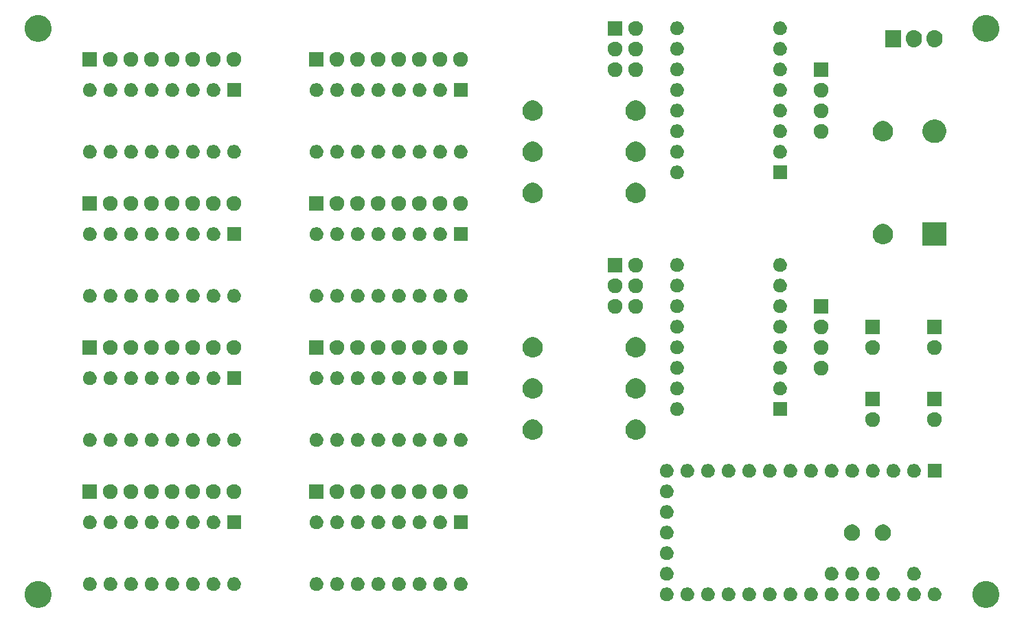
<source format=gbr>
G04 #@! TF.GenerationSoftware,KiCad,Pcbnew,5.1.5-52549c5~84~ubuntu18.04.1*
G04 #@! TF.CreationDate,2020-03-11T12:48:51+00:00*
G04 #@! TF.ProjectId,autopatzer,6175746f-7061-4747-9a65-722e6b696361,rev?*
G04 #@! TF.SameCoordinates,Original*
G04 #@! TF.FileFunction,Soldermask,Top*
G04 #@! TF.FilePolarity,Negative*
%FSLAX46Y46*%
G04 Gerber Fmt 4.6, Leading zero omitted, Abs format (unit mm)*
G04 Created by KiCad (PCBNEW 5.1.5-52549c5~84~ubuntu18.04.1) date 2020-03-11 12:48:51*
%MOMM*%
%LPD*%
G04 APERTURE LIST*
%ADD10C,0.100000*%
G04 APERTURE END LIST*
D10*
G36*
X234055256Y-96181298D02*
G01*
X234161579Y-96202447D01*
X234462042Y-96326903D01*
X234732451Y-96507585D01*
X234962415Y-96737549D01*
X235143097Y-97007958D01*
X235253357Y-97274148D01*
X235267553Y-97308422D01*
X235331000Y-97627389D01*
X235331000Y-97952611D01*
X235313969Y-98038229D01*
X235267553Y-98271579D01*
X235143097Y-98572042D01*
X234962415Y-98842451D01*
X234732451Y-99072415D01*
X234462042Y-99253097D01*
X234161579Y-99377553D01*
X234055256Y-99398702D01*
X233842611Y-99441000D01*
X233517389Y-99441000D01*
X233304744Y-99398702D01*
X233198421Y-99377553D01*
X232897958Y-99253097D01*
X232627549Y-99072415D01*
X232397585Y-98842451D01*
X232216903Y-98572042D01*
X232092447Y-98271579D01*
X232046031Y-98038229D01*
X232029000Y-97952611D01*
X232029000Y-97627389D01*
X232092447Y-97308422D01*
X232106644Y-97274148D01*
X232216903Y-97007958D01*
X232397585Y-96737549D01*
X232627549Y-96507585D01*
X232897958Y-96326903D01*
X233198421Y-96202447D01*
X233304744Y-96181298D01*
X233517389Y-96139000D01*
X233842611Y-96139000D01*
X234055256Y-96181298D01*
G37*
G36*
X117215256Y-96181298D02*
G01*
X117321579Y-96202447D01*
X117622042Y-96326903D01*
X117892451Y-96507585D01*
X118122415Y-96737549D01*
X118303097Y-97007958D01*
X118413357Y-97274148D01*
X118427553Y-97308422D01*
X118491000Y-97627389D01*
X118491000Y-97952611D01*
X118473969Y-98038229D01*
X118427553Y-98271579D01*
X118303097Y-98572042D01*
X118122415Y-98842451D01*
X117892451Y-99072415D01*
X117622042Y-99253097D01*
X117321579Y-99377553D01*
X117215256Y-99398702D01*
X117002611Y-99441000D01*
X116677389Y-99441000D01*
X116464744Y-99398702D01*
X116358421Y-99377553D01*
X116057958Y-99253097D01*
X115787549Y-99072415D01*
X115557585Y-98842451D01*
X115376903Y-98572042D01*
X115252447Y-98271579D01*
X115206031Y-98038229D01*
X115189000Y-97952611D01*
X115189000Y-97627389D01*
X115252447Y-97308422D01*
X115266644Y-97274148D01*
X115376903Y-97007958D01*
X115557585Y-96737549D01*
X115787549Y-96507585D01*
X116057958Y-96326903D01*
X116358421Y-96202447D01*
X116464744Y-96181298D01*
X116677389Y-96139000D01*
X117002611Y-96139000D01*
X117215256Y-96181298D01*
G37*
G36*
X222498228Y-96971703D02*
G01*
X222653100Y-97035853D01*
X222792481Y-97128985D01*
X222911015Y-97247519D01*
X223004147Y-97386900D01*
X223068297Y-97541772D01*
X223101000Y-97706184D01*
X223101000Y-97873816D01*
X223068297Y-98038228D01*
X223004147Y-98193100D01*
X222911015Y-98332481D01*
X222792481Y-98451015D01*
X222653100Y-98544147D01*
X222498228Y-98608297D01*
X222333816Y-98641000D01*
X222166184Y-98641000D01*
X222001772Y-98608297D01*
X221846900Y-98544147D01*
X221707519Y-98451015D01*
X221588985Y-98332481D01*
X221495853Y-98193100D01*
X221431703Y-98038228D01*
X221399000Y-97873816D01*
X221399000Y-97706184D01*
X221431703Y-97541772D01*
X221495853Y-97386900D01*
X221588985Y-97247519D01*
X221707519Y-97128985D01*
X221846900Y-97035853D01*
X222001772Y-96971703D01*
X222166184Y-96939000D01*
X222333816Y-96939000D01*
X222498228Y-96971703D01*
G37*
G36*
X212338228Y-96971703D02*
G01*
X212493100Y-97035853D01*
X212632481Y-97128985D01*
X212751015Y-97247519D01*
X212844147Y-97386900D01*
X212908297Y-97541772D01*
X212941000Y-97706184D01*
X212941000Y-97873816D01*
X212908297Y-98038228D01*
X212844147Y-98193100D01*
X212751015Y-98332481D01*
X212632481Y-98451015D01*
X212493100Y-98544147D01*
X212338228Y-98608297D01*
X212173816Y-98641000D01*
X212006184Y-98641000D01*
X211841772Y-98608297D01*
X211686900Y-98544147D01*
X211547519Y-98451015D01*
X211428985Y-98332481D01*
X211335853Y-98193100D01*
X211271703Y-98038228D01*
X211239000Y-97873816D01*
X211239000Y-97706184D01*
X211271703Y-97541772D01*
X211335853Y-97386900D01*
X211428985Y-97247519D01*
X211547519Y-97128985D01*
X211686900Y-97035853D01*
X211841772Y-96971703D01*
X212006184Y-96939000D01*
X212173816Y-96939000D01*
X212338228Y-96971703D01*
G37*
G36*
X227578228Y-96971703D02*
G01*
X227733100Y-97035853D01*
X227872481Y-97128985D01*
X227991015Y-97247519D01*
X228084147Y-97386900D01*
X228148297Y-97541772D01*
X228181000Y-97706184D01*
X228181000Y-97873816D01*
X228148297Y-98038228D01*
X228084147Y-98193100D01*
X227991015Y-98332481D01*
X227872481Y-98451015D01*
X227733100Y-98544147D01*
X227578228Y-98608297D01*
X227413816Y-98641000D01*
X227246184Y-98641000D01*
X227081772Y-98608297D01*
X226926900Y-98544147D01*
X226787519Y-98451015D01*
X226668985Y-98332481D01*
X226575853Y-98193100D01*
X226511703Y-98038228D01*
X226479000Y-97873816D01*
X226479000Y-97706184D01*
X226511703Y-97541772D01*
X226575853Y-97386900D01*
X226668985Y-97247519D01*
X226787519Y-97128985D01*
X226926900Y-97035853D01*
X227081772Y-96971703D01*
X227246184Y-96939000D01*
X227413816Y-96939000D01*
X227578228Y-96971703D01*
G37*
G36*
X225038228Y-96971703D02*
G01*
X225193100Y-97035853D01*
X225332481Y-97128985D01*
X225451015Y-97247519D01*
X225544147Y-97386900D01*
X225608297Y-97541772D01*
X225641000Y-97706184D01*
X225641000Y-97873816D01*
X225608297Y-98038228D01*
X225544147Y-98193100D01*
X225451015Y-98332481D01*
X225332481Y-98451015D01*
X225193100Y-98544147D01*
X225038228Y-98608297D01*
X224873816Y-98641000D01*
X224706184Y-98641000D01*
X224541772Y-98608297D01*
X224386900Y-98544147D01*
X224247519Y-98451015D01*
X224128985Y-98332481D01*
X224035853Y-98193100D01*
X223971703Y-98038228D01*
X223939000Y-97873816D01*
X223939000Y-97706184D01*
X223971703Y-97541772D01*
X224035853Y-97386900D01*
X224128985Y-97247519D01*
X224247519Y-97128985D01*
X224386900Y-97035853D01*
X224541772Y-96971703D01*
X224706184Y-96939000D01*
X224873816Y-96939000D01*
X225038228Y-96971703D01*
G37*
G36*
X217418228Y-96971703D02*
G01*
X217573100Y-97035853D01*
X217712481Y-97128985D01*
X217831015Y-97247519D01*
X217924147Y-97386900D01*
X217988297Y-97541772D01*
X218021000Y-97706184D01*
X218021000Y-97873816D01*
X217988297Y-98038228D01*
X217924147Y-98193100D01*
X217831015Y-98332481D01*
X217712481Y-98451015D01*
X217573100Y-98544147D01*
X217418228Y-98608297D01*
X217253816Y-98641000D01*
X217086184Y-98641000D01*
X216921772Y-98608297D01*
X216766900Y-98544147D01*
X216627519Y-98451015D01*
X216508985Y-98332481D01*
X216415853Y-98193100D01*
X216351703Y-98038228D01*
X216319000Y-97873816D01*
X216319000Y-97706184D01*
X216351703Y-97541772D01*
X216415853Y-97386900D01*
X216508985Y-97247519D01*
X216627519Y-97128985D01*
X216766900Y-97035853D01*
X216921772Y-96971703D01*
X217086184Y-96939000D01*
X217253816Y-96939000D01*
X217418228Y-96971703D01*
G37*
G36*
X214878228Y-96971703D02*
G01*
X215033100Y-97035853D01*
X215172481Y-97128985D01*
X215291015Y-97247519D01*
X215384147Y-97386900D01*
X215448297Y-97541772D01*
X215481000Y-97706184D01*
X215481000Y-97873816D01*
X215448297Y-98038228D01*
X215384147Y-98193100D01*
X215291015Y-98332481D01*
X215172481Y-98451015D01*
X215033100Y-98544147D01*
X214878228Y-98608297D01*
X214713816Y-98641000D01*
X214546184Y-98641000D01*
X214381772Y-98608297D01*
X214226900Y-98544147D01*
X214087519Y-98451015D01*
X213968985Y-98332481D01*
X213875853Y-98193100D01*
X213811703Y-98038228D01*
X213779000Y-97873816D01*
X213779000Y-97706184D01*
X213811703Y-97541772D01*
X213875853Y-97386900D01*
X213968985Y-97247519D01*
X214087519Y-97128985D01*
X214226900Y-97035853D01*
X214381772Y-96971703D01*
X214546184Y-96939000D01*
X214713816Y-96939000D01*
X214878228Y-96971703D01*
G37*
G36*
X219958228Y-96971703D02*
G01*
X220113100Y-97035853D01*
X220252481Y-97128985D01*
X220371015Y-97247519D01*
X220464147Y-97386900D01*
X220528297Y-97541772D01*
X220561000Y-97706184D01*
X220561000Y-97873816D01*
X220528297Y-98038228D01*
X220464147Y-98193100D01*
X220371015Y-98332481D01*
X220252481Y-98451015D01*
X220113100Y-98544147D01*
X219958228Y-98608297D01*
X219793816Y-98641000D01*
X219626184Y-98641000D01*
X219461772Y-98608297D01*
X219306900Y-98544147D01*
X219167519Y-98451015D01*
X219048985Y-98332481D01*
X218955853Y-98193100D01*
X218891703Y-98038228D01*
X218859000Y-97873816D01*
X218859000Y-97706184D01*
X218891703Y-97541772D01*
X218955853Y-97386900D01*
X219048985Y-97247519D01*
X219167519Y-97128985D01*
X219306900Y-97035853D01*
X219461772Y-96971703D01*
X219626184Y-96939000D01*
X219793816Y-96939000D01*
X219958228Y-96971703D01*
G37*
G36*
X209798228Y-96971703D02*
G01*
X209953100Y-97035853D01*
X210092481Y-97128985D01*
X210211015Y-97247519D01*
X210304147Y-97386900D01*
X210368297Y-97541772D01*
X210401000Y-97706184D01*
X210401000Y-97873816D01*
X210368297Y-98038228D01*
X210304147Y-98193100D01*
X210211015Y-98332481D01*
X210092481Y-98451015D01*
X209953100Y-98544147D01*
X209798228Y-98608297D01*
X209633816Y-98641000D01*
X209466184Y-98641000D01*
X209301772Y-98608297D01*
X209146900Y-98544147D01*
X209007519Y-98451015D01*
X208888985Y-98332481D01*
X208795853Y-98193100D01*
X208731703Y-98038228D01*
X208699000Y-97873816D01*
X208699000Y-97706184D01*
X208731703Y-97541772D01*
X208795853Y-97386900D01*
X208888985Y-97247519D01*
X209007519Y-97128985D01*
X209146900Y-97035853D01*
X209301772Y-96971703D01*
X209466184Y-96939000D01*
X209633816Y-96939000D01*
X209798228Y-96971703D01*
G37*
G36*
X207258228Y-96971703D02*
G01*
X207413100Y-97035853D01*
X207552481Y-97128985D01*
X207671015Y-97247519D01*
X207764147Y-97386900D01*
X207828297Y-97541772D01*
X207861000Y-97706184D01*
X207861000Y-97873816D01*
X207828297Y-98038228D01*
X207764147Y-98193100D01*
X207671015Y-98332481D01*
X207552481Y-98451015D01*
X207413100Y-98544147D01*
X207258228Y-98608297D01*
X207093816Y-98641000D01*
X206926184Y-98641000D01*
X206761772Y-98608297D01*
X206606900Y-98544147D01*
X206467519Y-98451015D01*
X206348985Y-98332481D01*
X206255853Y-98193100D01*
X206191703Y-98038228D01*
X206159000Y-97873816D01*
X206159000Y-97706184D01*
X206191703Y-97541772D01*
X206255853Y-97386900D01*
X206348985Y-97247519D01*
X206467519Y-97128985D01*
X206606900Y-97035853D01*
X206761772Y-96971703D01*
X206926184Y-96939000D01*
X207093816Y-96939000D01*
X207258228Y-96971703D01*
G37*
G36*
X204718228Y-96971703D02*
G01*
X204873100Y-97035853D01*
X205012481Y-97128985D01*
X205131015Y-97247519D01*
X205224147Y-97386900D01*
X205288297Y-97541772D01*
X205321000Y-97706184D01*
X205321000Y-97873816D01*
X205288297Y-98038228D01*
X205224147Y-98193100D01*
X205131015Y-98332481D01*
X205012481Y-98451015D01*
X204873100Y-98544147D01*
X204718228Y-98608297D01*
X204553816Y-98641000D01*
X204386184Y-98641000D01*
X204221772Y-98608297D01*
X204066900Y-98544147D01*
X203927519Y-98451015D01*
X203808985Y-98332481D01*
X203715853Y-98193100D01*
X203651703Y-98038228D01*
X203619000Y-97873816D01*
X203619000Y-97706184D01*
X203651703Y-97541772D01*
X203715853Y-97386900D01*
X203808985Y-97247519D01*
X203927519Y-97128985D01*
X204066900Y-97035853D01*
X204221772Y-96971703D01*
X204386184Y-96939000D01*
X204553816Y-96939000D01*
X204718228Y-96971703D01*
G37*
G36*
X202178228Y-96971703D02*
G01*
X202333100Y-97035853D01*
X202472481Y-97128985D01*
X202591015Y-97247519D01*
X202684147Y-97386900D01*
X202748297Y-97541772D01*
X202781000Y-97706184D01*
X202781000Y-97873816D01*
X202748297Y-98038228D01*
X202684147Y-98193100D01*
X202591015Y-98332481D01*
X202472481Y-98451015D01*
X202333100Y-98544147D01*
X202178228Y-98608297D01*
X202013816Y-98641000D01*
X201846184Y-98641000D01*
X201681772Y-98608297D01*
X201526900Y-98544147D01*
X201387519Y-98451015D01*
X201268985Y-98332481D01*
X201175853Y-98193100D01*
X201111703Y-98038228D01*
X201079000Y-97873816D01*
X201079000Y-97706184D01*
X201111703Y-97541772D01*
X201175853Y-97386900D01*
X201268985Y-97247519D01*
X201387519Y-97128985D01*
X201526900Y-97035853D01*
X201681772Y-96971703D01*
X201846184Y-96939000D01*
X202013816Y-96939000D01*
X202178228Y-96971703D01*
G37*
G36*
X199638228Y-96971703D02*
G01*
X199793100Y-97035853D01*
X199932481Y-97128985D01*
X200051015Y-97247519D01*
X200144147Y-97386900D01*
X200208297Y-97541772D01*
X200241000Y-97706184D01*
X200241000Y-97873816D01*
X200208297Y-98038228D01*
X200144147Y-98193100D01*
X200051015Y-98332481D01*
X199932481Y-98451015D01*
X199793100Y-98544147D01*
X199638228Y-98608297D01*
X199473816Y-98641000D01*
X199306184Y-98641000D01*
X199141772Y-98608297D01*
X198986900Y-98544147D01*
X198847519Y-98451015D01*
X198728985Y-98332481D01*
X198635853Y-98193100D01*
X198571703Y-98038228D01*
X198539000Y-97873816D01*
X198539000Y-97706184D01*
X198571703Y-97541772D01*
X198635853Y-97386900D01*
X198728985Y-97247519D01*
X198847519Y-97128985D01*
X198986900Y-97035853D01*
X199141772Y-96971703D01*
X199306184Y-96939000D01*
X199473816Y-96939000D01*
X199638228Y-96971703D01*
G37*
G36*
X197098228Y-96971703D02*
G01*
X197253100Y-97035853D01*
X197392481Y-97128985D01*
X197511015Y-97247519D01*
X197604147Y-97386900D01*
X197668297Y-97541772D01*
X197701000Y-97706184D01*
X197701000Y-97873816D01*
X197668297Y-98038228D01*
X197604147Y-98193100D01*
X197511015Y-98332481D01*
X197392481Y-98451015D01*
X197253100Y-98544147D01*
X197098228Y-98608297D01*
X196933816Y-98641000D01*
X196766184Y-98641000D01*
X196601772Y-98608297D01*
X196446900Y-98544147D01*
X196307519Y-98451015D01*
X196188985Y-98332481D01*
X196095853Y-98193100D01*
X196031703Y-98038228D01*
X195999000Y-97873816D01*
X195999000Y-97706184D01*
X196031703Y-97541772D01*
X196095853Y-97386900D01*
X196188985Y-97247519D01*
X196307519Y-97128985D01*
X196446900Y-97035853D01*
X196601772Y-96971703D01*
X196766184Y-96939000D01*
X196933816Y-96939000D01*
X197098228Y-96971703D01*
G37*
G36*
X194558228Y-96971703D02*
G01*
X194713100Y-97035853D01*
X194852481Y-97128985D01*
X194971015Y-97247519D01*
X195064147Y-97386900D01*
X195128297Y-97541772D01*
X195161000Y-97706184D01*
X195161000Y-97873816D01*
X195128297Y-98038228D01*
X195064147Y-98193100D01*
X194971015Y-98332481D01*
X194852481Y-98451015D01*
X194713100Y-98544147D01*
X194558228Y-98608297D01*
X194393816Y-98641000D01*
X194226184Y-98641000D01*
X194061772Y-98608297D01*
X193906900Y-98544147D01*
X193767519Y-98451015D01*
X193648985Y-98332481D01*
X193555853Y-98193100D01*
X193491703Y-98038228D01*
X193459000Y-97873816D01*
X193459000Y-97706184D01*
X193491703Y-97541772D01*
X193555853Y-97386900D01*
X193648985Y-97247519D01*
X193767519Y-97128985D01*
X193906900Y-97035853D01*
X194061772Y-96971703D01*
X194226184Y-96939000D01*
X194393816Y-96939000D01*
X194558228Y-96971703D01*
G37*
G36*
X133598228Y-95701703D02*
G01*
X133753100Y-95765853D01*
X133892481Y-95858985D01*
X134011015Y-95977519D01*
X134104147Y-96116900D01*
X134168297Y-96271772D01*
X134201000Y-96436184D01*
X134201000Y-96603816D01*
X134168297Y-96768228D01*
X134104147Y-96923100D01*
X134011015Y-97062481D01*
X133892481Y-97181015D01*
X133753100Y-97274147D01*
X133598228Y-97338297D01*
X133433816Y-97371000D01*
X133266184Y-97371000D01*
X133101772Y-97338297D01*
X132946900Y-97274147D01*
X132807519Y-97181015D01*
X132688985Y-97062481D01*
X132595853Y-96923100D01*
X132531703Y-96768228D01*
X132499000Y-96603816D01*
X132499000Y-96436184D01*
X132531703Y-96271772D01*
X132595853Y-96116900D01*
X132688985Y-95977519D01*
X132807519Y-95858985D01*
X132946900Y-95765853D01*
X133101772Y-95701703D01*
X133266184Y-95669000D01*
X133433816Y-95669000D01*
X133598228Y-95701703D01*
G37*
G36*
X151378228Y-95701703D02*
G01*
X151533100Y-95765853D01*
X151672481Y-95858985D01*
X151791015Y-95977519D01*
X151884147Y-96116900D01*
X151948297Y-96271772D01*
X151981000Y-96436184D01*
X151981000Y-96603816D01*
X151948297Y-96768228D01*
X151884147Y-96923100D01*
X151791015Y-97062481D01*
X151672481Y-97181015D01*
X151533100Y-97274147D01*
X151378228Y-97338297D01*
X151213816Y-97371000D01*
X151046184Y-97371000D01*
X150881772Y-97338297D01*
X150726900Y-97274147D01*
X150587519Y-97181015D01*
X150468985Y-97062481D01*
X150375853Y-96923100D01*
X150311703Y-96768228D01*
X150279000Y-96603816D01*
X150279000Y-96436184D01*
X150311703Y-96271772D01*
X150375853Y-96116900D01*
X150468985Y-95977519D01*
X150587519Y-95858985D01*
X150726900Y-95765853D01*
X150881772Y-95701703D01*
X151046184Y-95669000D01*
X151213816Y-95669000D01*
X151378228Y-95701703D01*
G37*
G36*
X156458228Y-95701703D02*
G01*
X156613100Y-95765853D01*
X156752481Y-95858985D01*
X156871015Y-95977519D01*
X156964147Y-96116900D01*
X157028297Y-96271772D01*
X157061000Y-96436184D01*
X157061000Y-96603816D01*
X157028297Y-96768228D01*
X156964147Y-96923100D01*
X156871015Y-97062481D01*
X156752481Y-97181015D01*
X156613100Y-97274147D01*
X156458228Y-97338297D01*
X156293816Y-97371000D01*
X156126184Y-97371000D01*
X155961772Y-97338297D01*
X155806900Y-97274147D01*
X155667519Y-97181015D01*
X155548985Y-97062481D01*
X155455853Y-96923100D01*
X155391703Y-96768228D01*
X155359000Y-96603816D01*
X155359000Y-96436184D01*
X155391703Y-96271772D01*
X155455853Y-96116900D01*
X155548985Y-95977519D01*
X155667519Y-95858985D01*
X155806900Y-95765853D01*
X155961772Y-95701703D01*
X156126184Y-95669000D01*
X156293816Y-95669000D01*
X156458228Y-95701703D01*
G37*
G36*
X153918228Y-95701703D02*
G01*
X154073100Y-95765853D01*
X154212481Y-95858985D01*
X154331015Y-95977519D01*
X154424147Y-96116900D01*
X154488297Y-96271772D01*
X154521000Y-96436184D01*
X154521000Y-96603816D01*
X154488297Y-96768228D01*
X154424147Y-96923100D01*
X154331015Y-97062481D01*
X154212481Y-97181015D01*
X154073100Y-97274147D01*
X153918228Y-97338297D01*
X153753816Y-97371000D01*
X153586184Y-97371000D01*
X153421772Y-97338297D01*
X153266900Y-97274147D01*
X153127519Y-97181015D01*
X153008985Y-97062481D01*
X152915853Y-96923100D01*
X152851703Y-96768228D01*
X152819000Y-96603816D01*
X152819000Y-96436184D01*
X152851703Y-96271772D01*
X152915853Y-96116900D01*
X153008985Y-95977519D01*
X153127519Y-95858985D01*
X153266900Y-95765853D01*
X153421772Y-95701703D01*
X153586184Y-95669000D01*
X153753816Y-95669000D01*
X153918228Y-95701703D01*
G37*
G36*
X141218228Y-95701703D02*
G01*
X141373100Y-95765853D01*
X141512481Y-95858985D01*
X141631015Y-95977519D01*
X141724147Y-96116900D01*
X141788297Y-96271772D01*
X141821000Y-96436184D01*
X141821000Y-96603816D01*
X141788297Y-96768228D01*
X141724147Y-96923100D01*
X141631015Y-97062481D01*
X141512481Y-97181015D01*
X141373100Y-97274147D01*
X141218228Y-97338297D01*
X141053816Y-97371000D01*
X140886184Y-97371000D01*
X140721772Y-97338297D01*
X140566900Y-97274147D01*
X140427519Y-97181015D01*
X140308985Y-97062481D01*
X140215853Y-96923100D01*
X140151703Y-96768228D01*
X140119000Y-96603816D01*
X140119000Y-96436184D01*
X140151703Y-96271772D01*
X140215853Y-96116900D01*
X140308985Y-95977519D01*
X140427519Y-95858985D01*
X140566900Y-95765853D01*
X140721772Y-95701703D01*
X140886184Y-95669000D01*
X141053816Y-95669000D01*
X141218228Y-95701703D01*
G37*
G36*
X138678228Y-95701703D02*
G01*
X138833100Y-95765853D01*
X138972481Y-95858985D01*
X139091015Y-95977519D01*
X139184147Y-96116900D01*
X139248297Y-96271772D01*
X139281000Y-96436184D01*
X139281000Y-96603816D01*
X139248297Y-96768228D01*
X139184147Y-96923100D01*
X139091015Y-97062481D01*
X138972481Y-97181015D01*
X138833100Y-97274147D01*
X138678228Y-97338297D01*
X138513816Y-97371000D01*
X138346184Y-97371000D01*
X138181772Y-97338297D01*
X138026900Y-97274147D01*
X137887519Y-97181015D01*
X137768985Y-97062481D01*
X137675853Y-96923100D01*
X137611703Y-96768228D01*
X137579000Y-96603816D01*
X137579000Y-96436184D01*
X137611703Y-96271772D01*
X137675853Y-96116900D01*
X137768985Y-95977519D01*
X137887519Y-95858985D01*
X138026900Y-95765853D01*
X138181772Y-95701703D01*
X138346184Y-95669000D01*
X138513816Y-95669000D01*
X138678228Y-95701703D01*
G37*
G36*
X136138228Y-95701703D02*
G01*
X136293100Y-95765853D01*
X136432481Y-95858985D01*
X136551015Y-95977519D01*
X136644147Y-96116900D01*
X136708297Y-96271772D01*
X136741000Y-96436184D01*
X136741000Y-96603816D01*
X136708297Y-96768228D01*
X136644147Y-96923100D01*
X136551015Y-97062481D01*
X136432481Y-97181015D01*
X136293100Y-97274147D01*
X136138228Y-97338297D01*
X135973816Y-97371000D01*
X135806184Y-97371000D01*
X135641772Y-97338297D01*
X135486900Y-97274147D01*
X135347519Y-97181015D01*
X135228985Y-97062481D01*
X135135853Y-96923100D01*
X135071703Y-96768228D01*
X135039000Y-96603816D01*
X135039000Y-96436184D01*
X135071703Y-96271772D01*
X135135853Y-96116900D01*
X135228985Y-95977519D01*
X135347519Y-95858985D01*
X135486900Y-95765853D01*
X135641772Y-95701703D01*
X135806184Y-95669000D01*
X135973816Y-95669000D01*
X136138228Y-95701703D01*
G37*
G36*
X131058228Y-95701703D02*
G01*
X131213100Y-95765853D01*
X131352481Y-95858985D01*
X131471015Y-95977519D01*
X131564147Y-96116900D01*
X131628297Y-96271772D01*
X131661000Y-96436184D01*
X131661000Y-96603816D01*
X131628297Y-96768228D01*
X131564147Y-96923100D01*
X131471015Y-97062481D01*
X131352481Y-97181015D01*
X131213100Y-97274147D01*
X131058228Y-97338297D01*
X130893816Y-97371000D01*
X130726184Y-97371000D01*
X130561772Y-97338297D01*
X130406900Y-97274147D01*
X130267519Y-97181015D01*
X130148985Y-97062481D01*
X130055853Y-96923100D01*
X129991703Y-96768228D01*
X129959000Y-96603816D01*
X129959000Y-96436184D01*
X129991703Y-96271772D01*
X130055853Y-96116900D01*
X130148985Y-95977519D01*
X130267519Y-95858985D01*
X130406900Y-95765853D01*
X130561772Y-95701703D01*
X130726184Y-95669000D01*
X130893816Y-95669000D01*
X131058228Y-95701703D01*
G37*
G36*
X161538228Y-95701703D02*
G01*
X161693100Y-95765853D01*
X161832481Y-95858985D01*
X161951015Y-95977519D01*
X162044147Y-96116900D01*
X162108297Y-96271772D01*
X162141000Y-96436184D01*
X162141000Y-96603816D01*
X162108297Y-96768228D01*
X162044147Y-96923100D01*
X161951015Y-97062481D01*
X161832481Y-97181015D01*
X161693100Y-97274147D01*
X161538228Y-97338297D01*
X161373816Y-97371000D01*
X161206184Y-97371000D01*
X161041772Y-97338297D01*
X160886900Y-97274147D01*
X160747519Y-97181015D01*
X160628985Y-97062481D01*
X160535853Y-96923100D01*
X160471703Y-96768228D01*
X160439000Y-96603816D01*
X160439000Y-96436184D01*
X160471703Y-96271772D01*
X160535853Y-96116900D01*
X160628985Y-95977519D01*
X160747519Y-95858985D01*
X160886900Y-95765853D01*
X161041772Y-95701703D01*
X161206184Y-95669000D01*
X161373816Y-95669000D01*
X161538228Y-95701703D01*
G37*
G36*
X125978228Y-95701703D02*
G01*
X126133100Y-95765853D01*
X126272481Y-95858985D01*
X126391015Y-95977519D01*
X126484147Y-96116900D01*
X126548297Y-96271772D01*
X126581000Y-96436184D01*
X126581000Y-96603816D01*
X126548297Y-96768228D01*
X126484147Y-96923100D01*
X126391015Y-97062481D01*
X126272481Y-97181015D01*
X126133100Y-97274147D01*
X125978228Y-97338297D01*
X125813816Y-97371000D01*
X125646184Y-97371000D01*
X125481772Y-97338297D01*
X125326900Y-97274147D01*
X125187519Y-97181015D01*
X125068985Y-97062481D01*
X124975853Y-96923100D01*
X124911703Y-96768228D01*
X124879000Y-96603816D01*
X124879000Y-96436184D01*
X124911703Y-96271772D01*
X124975853Y-96116900D01*
X125068985Y-95977519D01*
X125187519Y-95858985D01*
X125326900Y-95765853D01*
X125481772Y-95701703D01*
X125646184Y-95669000D01*
X125813816Y-95669000D01*
X125978228Y-95701703D01*
G37*
G36*
X123438228Y-95701703D02*
G01*
X123593100Y-95765853D01*
X123732481Y-95858985D01*
X123851015Y-95977519D01*
X123944147Y-96116900D01*
X124008297Y-96271772D01*
X124041000Y-96436184D01*
X124041000Y-96603816D01*
X124008297Y-96768228D01*
X123944147Y-96923100D01*
X123851015Y-97062481D01*
X123732481Y-97181015D01*
X123593100Y-97274147D01*
X123438228Y-97338297D01*
X123273816Y-97371000D01*
X123106184Y-97371000D01*
X122941772Y-97338297D01*
X122786900Y-97274147D01*
X122647519Y-97181015D01*
X122528985Y-97062481D01*
X122435853Y-96923100D01*
X122371703Y-96768228D01*
X122339000Y-96603816D01*
X122339000Y-96436184D01*
X122371703Y-96271772D01*
X122435853Y-96116900D01*
X122528985Y-95977519D01*
X122647519Y-95858985D01*
X122786900Y-95765853D01*
X122941772Y-95701703D01*
X123106184Y-95669000D01*
X123273816Y-95669000D01*
X123438228Y-95701703D01*
G37*
G36*
X128518228Y-95701703D02*
G01*
X128673100Y-95765853D01*
X128812481Y-95858985D01*
X128931015Y-95977519D01*
X129024147Y-96116900D01*
X129088297Y-96271772D01*
X129121000Y-96436184D01*
X129121000Y-96603816D01*
X129088297Y-96768228D01*
X129024147Y-96923100D01*
X128931015Y-97062481D01*
X128812481Y-97181015D01*
X128673100Y-97274147D01*
X128518228Y-97338297D01*
X128353816Y-97371000D01*
X128186184Y-97371000D01*
X128021772Y-97338297D01*
X127866900Y-97274147D01*
X127727519Y-97181015D01*
X127608985Y-97062481D01*
X127515853Y-96923100D01*
X127451703Y-96768228D01*
X127419000Y-96603816D01*
X127419000Y-96436184D01*
X127451703Y-96271772D01*
X127515853Y-96116900D01*
X127608985Y-95977519D01*
X127727519Y-95858985D01*
X127866900Y-95765853D01*
X128021772Y-95701703D01*
X128186184Y-95669000D01*
X128353816Y-95669000D01*
X128518228Y-95701703D01*
G37*
G36*
X158998228Y-95701703D02*
G01*
X159153100Y-95765853D01*
X159292481Y-95858985D01*
X159411015Y-95977519D01*
X159504147Y-96116900D01*
X159568297Y-96271772D01*
X159601000Y-96436184D01*
X159601000Y-96603816D01*
X159568297Y-96768228D01*
X159504147Y-96923100D01*
X159411015Y-97062481D01*
X159292481Y-97181015D01*
X159153100Y-97274147D01*
X158998228Y-97338297D01*
X158833816Y-97371000D01*
X158666184Y-97371000D01*
X158501772Y-97338297D01*
X158346900Y-97274147D01*
X158207519Y-97181015D01*
X158088985Y-97062481D01*
X157995853Y-96923100D01*
X157931703Y-96768228D01*
X157899000Y-96603816D01*
X157899000Y-96436184D01*
X157931703Y-96271772D01*
X157995853Y-96116900D01*
X158088985Y-95977519D01*
X158207519Y-95858985D01*
X158346900Y-95765853D01*
X158501772Y-95701703D01*
X158666184Y-95669000D01*
X158833816Y-95669000D01*
X158998228Y-95701703D01*
G37*
G36*
X164078228Y-95701703D02*
G01*
X164233100Y-95765853D01*
X164372481Y-95858985D01*
X164491015Y-95977519D01*
X164584147Y-96116900D01*
X164648297Y-96271772D01*
X164681000Y-96436184D01*
X164681000Y-96603816D01*
X164648297Y-96768228D01*
X164584147Y-96923100D01*
X164491015Y-97062481D01*
X164372481Y-97181015D01*
X164233100Y-97274147D01*
X164078228Y-97338297D01*
X163913816Y-97371000D01*
X163746184Y-97371000D01*
X163581772Y-97338297D01*
X163426900Y-97274147D01*
X163287519Y-97181015D01*
X163168985Y-97062481D01*
X163075853Y-96923100D01*
X163011703Y-96768228D01*
X162979000Y-96603816D01*
X162979000Y-96436184D01*
X163011703Y-96271772D01*
X163075853Y-96116900D01*
X163168985Y-95977519D01*
X163287519Y-95858985D01*
X163426900Y-95765853D01*
X163581772Y-95701703D01*
X163746184Y-95669000D01*
X163913816Y-95669000D01*
X164078228Y-95701703D01*
G37*
G36*
X166618228Y-95701703D02*
G01*
X166773100Y-95765853D01*
X166912481Y-95858985D01*
X167031015Y-95977519D01*
X167124147Y-96116900D01*
X167188297Y-96271772D01*
X167221000Y-96436184D01*
X167221000Y-96603816D01*
X167188297Y-96768228D01*
X167124147Y-96923100D01*
X167031015Y-97062481D01*
X166912481Y-97181015D01*
X166773100Y-97274147D01*
X166618228Y-97338297D01*
X166453816Y-97371000D01*
X166286184Y-97371000D01*
X166121772Y-97338297D01*
X165966900Y-97274147D01*
X165827519Y-97181015D01*
X165708985Y-97062481D01*
X165615853Y-96923100D01*
X165551703Y-96768228D01*
X165519000Y-96603816D01*
X165519000Y-96436184D01*
X165551703Y-96271772D01*
X165615853Y-96116900D01*
X165708985Y-95977519D01*
X165827519Y-95858985D01*
X165966900Y-95765853D01*
X166121772Y-95701703D01*
X166286184Y-95669000D01*
X166453816Y-95669000D01*
X166618228Y-95701703D01*
G37*
G36*
X169158228Y-95701703D02*
G01*
X169313100Y-95765853D01*
X169452481Y-95858985D01*
X169571015Y-95977519D01*
X169664147Y-96116900D01*
X169728297Y-96271772D01*
X169761000Y-96436184D01*
X169761000Y-96603816D01*
X169728297Y-96768228D01*
X169664147Y-96923100D01*
X169571015Y-97062481D01*
X169452481Y-97181015D01*
X169313100Y-97274147D01*
X169158228Y-97338297D01*
X168993816Y-97371000D01*
X168826184Y-97371000D01*
X168661772Y-97338297D01*
X168506900Y-97274147D01*
X168367519Y-97181015D01*
X168248985Y-97062481D01*
X168155853Y-96923100D01*
X168091703Y-96768228D01*
X168059000Y-96603816D01*
X168059000Y-96436184D01*
X168091703Y-96271772D01*
X168155853Y-96116900D01*
X168248985Y-95977519D01*
X168367519Y-95858985D01*
X168506900Y-95765853D01*
X168661772Y-95701703D01*
X168826184Y-95669000D01*
X168993816Y-95669000D01*
X169158228Y-95701703D01*
G37*
G36*
X219958228Y-94431703D02*
G01*
X220113100Y-94495853D01*
X220252481Y-94588985D01*
X220371015Y-94707519D01*
X220464147Y-94846900D01*
X220528297Y-95001772D01*
X220561000Y-95166184D01*
X220561000Y-95333816D01*
X220528297Y-95498228D01*
X220464147Y-95653100D01*
X220371015Y-95792481D01*
X220252481Y-95911015D01*
X220113100Y-96004147D01*
X219958228Y-96068297D01*
X219793816Y-96101000D01*
X219626184Y-96101000D01*
X219461772Y-96068297D01*
X219306900Y-96004147D01*
X219167519Y-95911015D01*
X219048985Y-95792481D01*
X218955853Y-95653100D01*
X218891703Y-95498228D01*
X218859000Y-95333816D01*
X218859000Y-95166184D01*
X218891703Y-95001772D01*
X218955853Y-94846900D01*
X219048985Y-94707519D01*
X219167519Y-94588985D01*
X219306900Y-94495853D01*
X219461772Y-94431703D01*
X219626184Y-94399000D01*
X219793816Y-94399000D01*
X219958228Y-94431703D01*
G37*
G36*
X194558228Y-94431703D02*
G01*
X194713100Y-94495853D01*
X194852481Y-94588985D01*
X194971015Y-94707519D01*
X195064147Y-94846900D01*
X195128297Y-95001772D01*
X195161000Y-95166184D01*
X195161000Y-95333816D01*
X195128297Y-95498228D01*
X195064147Y-95653100D01*
X194971015Y-95792481D01*
X194852481Y-95911015D01*
X194713100Y-96004147D01*
X194558228Y-96068297D01*
X194393816Y-96101000D01*
X194226184Y-96101000D01*
X194061772Y-96068297D01*
X193906900Y-96004147D01*
X193767519Y-95911015D01*
X193648985Y-95792481D01*
X193555853Y-95653100D01*
X193491703Y-95498228D01*
X193459000Y-95333816D01*
X193459000Y-95166184D01*
X193491703Y-95001772D01*
X193555853Y-94846900D01*
X193648985Y-94707519D01*
X193767519Y-94588985D01*
X193906900Y-94495853D01*
X194061772Y-94431703D01*
X194226184Y-94399000D01*
X194393816Y-94399000D01*
X194558228Y-94431703D01*
G37*
G36*
X217418228Y-94431703D02*
G01*
X217573100Y-94495853D01*
X217712481Y-94588985D01*
X217831015Y-94707519D01*
X217924147Y-94846900D01*
X217988297Y-95001772D01*
X218021000Y-95166184D01*
X218021000Y-95333816D01*
X217988297Y-95498228D01*
X217924147Y-95653100D01*
X217831015Y-95792481D01*
X217712481Y-95911015D01*
X217573100Y-96004147D01*
X217418228Y-96068297D01*
X217253816Y-96101000D01*
X217086184Y-96101000D01*
X216921772Y-96068297D01*
X216766900Y-96004147D01*
X216627519Y-95911015D01*
X216508985Y-95792481D01*
X216415853Y-95653100D01*
X216351703Y-95498228D01*
X216319000Y-95333816D01*
X216319000Y-95166184D01*
X216351703Y-95001772D01*
X216415853Y-94846900D01*
X216508985Y-94707519D01*
X216627519Y-94588985D01*
X216766900Y-94495853D01*
X216921772Y-94431703D01*
X217086184Y-94399000D01*
X217253816Y-94399000D01*
X217418228Y-94431703D01*
G37*
G36*
X225038228Y-94431703D02*
G01*
X225193100Y-94495853D01*
X225332481Y-94588985D01*
X225451015Y-94707519D01*
X225544147Y-94846900D01*
X225608297Y-95001772D01*
X225641000Y-95166184D01*
X225641000Y-95333816D01*
X225608297Y-95498228D01*
X225544147Y-95653100D01*
X225451015Y-95792481D01*
X225332481Y-95911015D01*
X225193100Y-96004147D01*
X225038228Y-96068297D01*
X224873816Y-96101000D01*
X224706184Y-96101000D01*
X224541772Y-96068297D01*
X224386900Y-96004147D01*
X224247519Y-95911015D01*
X224128985Y-95792481D01*
X224035853Y-95653100D01*
X223971703Y-95498228D01*
X223939000Y-95333816D01*
X223939000Y-95166184D01*
X223971703Y-95001772D01*
X224035853Y-94846900D01*
X224128985Y-94707519D01*
X224247519Y-94588985D01*
X224386900Y-94495853D01*
X224541772Y-94431703D01*
X224706184Y-94399000D01*
X224873816Y-94399000D01*
X225038228Y-94431703D01*
G37*
G36*
X214878228Y-94431703D02*
G01*
X215033100Y-94495853D01*
X215172481Y-94588985D01*
X215291015Y-94707519D01*
X215384147Y-94846900D01*
X215448297Y-95001772D01*
X215481000Y-95166184D01*
X215481000Y-95333816D01*
X215448297Y-95498228D01*
X215384147Y-95653100D01*
X215291015Y-95792481D01*
X215172481Y-95911015D01*
X215033100Y-96004147D01*
X214878228Y-96068297D01*
X214713816Y-96101000D01*
X214546184Y-96101000D01*
X214381772Y-96068297D01*
X214226900Y-96004147D01*
X214087519Y-95911015D01*
X213968985Y-95792481D01*
X213875853Y-95653100D01*
X213811703Y-95498228D01*
X213779000Y-95333816D01*
X213779000Y-95166184D01*
X213811703Y-95001772D01*
X213875853Y-94846900D01*
X213968985Y-94707519D01*
X214087519Y-94588985D01*
X214226900Y-94495853D01*
X214381772Y-94431703D01*
X214546184Y-94399000D01*
X214713816Y-94399000D01*
X214878228Y-94431703D01*
G37*
G36*
X194558228Y-91891703D02*
G01*
X194713100Y-91955853D01*
X194852481Y-92048985D01*
X194971015Y-92167519D01*
X195064147Y-92306900D01*
X195128297Y-92461772D01*
X195161000Y-92626184D01*
X195161000Y-92793816D01*
X195128297Y-92958228D01*
X195064147Y-93113100D01*
X194971015Y-93252481D01*
X194852481Y-93371015D01*
X194713100Y-93464147D01*
X194558228Y-93528297D01*
X194393816Y-93561000D01*
X194226184Y-93561000D01*
X194061772Y-93528297D01*
X193906900Y-93464147D01*
X193767519Y-93371015D01*
X193648985Y-93252481D01*
X193555853Y-93113100D01*
X193491703Y-92958228D01*
X193459000Y-92793816D01*
X193459000Y-92626184D01*
X193491703Y-92461772D01*
X193555853Y-92306900D01*
X193648985Y-92167519D01*
X193767519Y-92048985D01*
X193906900Y-91955853D01*
X194061772Y-91891703D01*
X194226184Y-91859000D01*
X194393816Y-91859000D01*
X194558228Y-91891703D01*
G37*
G36*
X217461981Y-89207468D02*
G01*
X217644151Y-89282926D01*
X217808100Y-89392473D01*
X217947527Y-89531900D01*
X218057074Y-89695849D01*
X218132532Y-89878019D01*
X218171000Y-90071410D01*
X218171000Y-90268590D01*
X218132532Y-90461981D01*
X218057074Y-90644151D01*
X217947527Y-90808100D01*
X217808100Y-90947527D01*
X217644151Y-91057074D01*
X217461981Y-91132532D01*
X217365285Y-91151766D01*
X217268591Y-91171000D01*
X217071409Y-91171000D01*
X216974715Y-91151766D01*
X216878019Y-91132532D01*
X216695849Y-91057074D01*
X216531900Y-90947527D01*
X216392473Y-90808100D01*
X216282926Y-90644151D01*
X216207468Y-90461981D01*
X216169000Y-90268590D01*
X216169000Y-90071410D01*
X216207468Y-89878019D01*
X216282926Y-89695849D01*
X216392473Y-89531900D01*
X216531900Y-89392473D01*
X216695849Y-89282926D01*
X216878019Y-89207468D01*
X216974715Y-89188234D01*
X217071409Y-89169000D01*
X217268591Y-89169000D01*
X217461981Y-89207468D01*
G37*
G36*
X221271981Y-89207468D02*
G01*
X221454151Y-89282926D01*
X221618100Y-89392473D01*
X221757527Y-89531900D01*
X221867074Y-89695849D01*
X221942532Y-89878019D01*
X221981000Y-90071410D01*
X221981000Y-90268590D01*
X221942532Y-90461981D01*
X221867074Y-90644151D01*
X221757527Y-90808100D01*
X221618100Y-90947527D01*
X221454151Y-91057074D01*
X221271981Y-91132532D01*
X221175285Y-91151766D01*
X221078591Y-91171000D01*
X220881409Y-91171000D01*
X220784715Y-91151766D01*
X220688019Y-91132532D01*
X220505849Y-91057074D01*
X220341900Y-90947527D01*
X220202473Y-90808100D01*
X220092926Y-90644151D01*
X220017468Y-90461981D01*
X219979000Y-90268590D01*
X219979000Y-90071410D01*
X220017468Y-89878019D01*
X220092926Y-89695849D01*
X220202473Y-89531900D01*
X220341900Y-89392473D01*
X220505849Y-89282926D01*
X220688019Y-89207468D01*
X220784715Y-89188234D01*
X220881409Y-89169000D01*
X221078591Y-89169000D01*
X221271981Y-89207468D01*
G37*
G36*
X194558228Y-89351703D02*
G01*
X194713100Y-89415853D01*
X194852481Y-89508985D01*
X194971015Y-89627519D01*
X195064147Y-89766900D01*
X195128297Y-89921772D01*
X195161000Y-90086184D01*
X195161000Y-90253816D01*
X195128297Y-90418228D01*
X195064147Y-90573100D01*
X194971015Y-90712481D01*
X194852481Y-90831015D01*
X194713100Y-90924147D01*
X194558228Y-90988297D01*
X194393816Y-91021000D01*
X194226184Y-91021000D01*
X194061772Y-90988297D01*
X193906900Y-90924147D01*
X193767519Y-90831015D01*
X193648985Y-90712481D01*
X193555853Y-90573100D01*
X193491703Y-90418228D01*
X193459000Y-90253816D01*
X193459000Y-90086184D01*
X193491703Y-89921772D01*
X193555853Y-89766900D01*
X193648985Y-89627519D01*
X193767519Y-89508985D01*
X193906900Y-89415853D01*
X194061772Y-89351703D01*
X194226184Y-89319000D01*
X194393816Y-89319000D01*
X194558228Y-89351703D01*
G37*
G36*
X136138228Y-88081703D02*
G01*
X136293100Y-88145853D01*
X136432481Y-88238985D01*
X136551015Y-88357519D01*
X136644147Y-88496900D01*
X136708297Y-88651772D01*
X136741000Y-88816184D01*
X136741000Y-88983816D01*
X136708297Y-89148228D01*
X136644147Y-89303100D01*
X136551015Y-89442481D01*
X136432481Y-89561015D01*
X136293100Y-89654147D01*
X136138228Y-89718297D01*
X135973816Y-89751000D01*
X135806184Y-89751000D01*
X135641772Y-89718297D01*
X135486900Y-89654147D01*
X135347519Y-89561015D01*
X135228985Y-89442481D01*
X135135853Y-89303100D01*
X135071703Y-89148228D01*
X135039000Y-88983816D01*
X135039000Y-88816184D01*
X135071703Y-88651772D01*
X135135853Y-88496900D01*
X135228985Y-88357519D01*
X135347519Y-88238985D01*
X135486900Y-88145853D01*
X135641772Y-88081703D01*
X135806184Y-88049000D01*
X135973816Y-88049000D01*
X136138228Y-88081703D01*
G37*
G36*
X153918228Y-88081703D02*
G01*
X154073100Y-88145853D01*
X154212481Y-88238985D01*
X154331015Y-88357519D01*
X154424147Y-88496900D01*
X154488297Y-88651772D01*
X154521000Y-88816184D01*
X154521000Y-88983816D01*
X154488297Y-89148228D01*
X154424147Y-89303100D01*
X154331015Y-89442481D01*
X154212481Y-89561015D01*
X154073100Y-89654147D01*
X153918228Y-89718297D01*
X153753816Y-89751000D01*
X153586184Y-89751000D01*
X153421772Y-89718297D01*
X153266900Y-89654147D01*
X153127519Y-89561015D01*
X153008985Y-89442481D01*
X152915853Y-89303100D01*
X152851703Y-89148228D01*
X152819000Y-88983816D01*
X152819000Y-88816184D01*
X152851703Y-88651772D01*
X152915853Y-88496900D01*
X153008985Y-88357519D01*
X153127519Y-88238985D01*
X153266900Y-88145853D01*
X153421772Y-88081703D01*
X153586184Y-88049000D01*
X153753816Y-88049000D01*
X153918228Y-88081703D01*
G37*
G36*
X151378228Y-88081703D02*
G01*
X151533100Y-88145853D01*
X151672481Y-88238985D01*
X151791015Y-88357519D01*
X151884147Y-88496900D01*
X151948297Y-88651772D01*
X151981000Y-88816184D01*
X151981000Y-88983816D01*
X151948297Y-89148228D01*
X151884147Y-89303100D01*
X151791015Y-89442481D01*
X151672481Y-89561015D01*
X151533100Y-89654147D01*
X151378228Y-89718297D01*
X151213816Y-89751000D01*
X151046184Y-89751000D01*
X150881772Y-89718297D01*
X150726900Y-89654147D01*
X150587519Y-89561015D01*
X150468985Y-89442481D01*
X150375853Y-89303100D01*
X150311703Y-89148228D01*
X150279000Y-88983816D01*
X150279000Y-88816184D01*
X150311703Y-88651772D01*
X150375853Y-88496900D01*
X150468985Y-88357519D01*
X150587519Y-88238985D01*
X150726900Y-88145853D01*
X150881772Y-88081703D01*
X151046184Y-88049000D01*
X151213816Y-88049000D01*
X151378228Y-88081703D01*
G37*
G36*
X141821000Y-89751000D02*
G01*
X140119000Y-89751000D01*
X140119000Y-88049000D01*
X141821000Y-88049000D01*
X141821000Y-89751000D01*
G37*
G36*
X123438228Y-88081703D02*
G01*
X123593100Y-88145853D01*
X123732481Y-88238985D01*
X123851015Y-88357519D01*
X123944147Y-88496900D01*
X124008297Y-88651772D01*
X124041000Y-88816184D01*
X124041000Y-88983816D01*
X124008297Y-89148228D01*
X123944147Y-89303100D01*
X123851015Y-89442481D01*
X123732481Y-89561015D01*
X123593100Y-89654147D01*
X123438228Y-89718297D01*
X123273816Y-89751000D01*
X123106184Y-89751000D01*
X122941772Y-89718297D01*
X122786900Y-89654147D01*
X122647519Y-89561015D01*
X122528985Y-89442481D01*
X122435853Y-89303100D01*
X122371703Y-89148228D01*
X122339000Y-88983816D01*
X122339000Y-88816184D01*
X122371703Y-88651772D01*
X122435853Y-88496900D01*
X122528985Y-88357519D01*
X122647519Y-88238985D01*
X122786900Y-88145853D01*
X122941772Y-88081703D01*
X123106184Y-88049000D01*
X123273816Y-88049000D01*
X123438228Y-88081703D01*
G37*
G36*
X138678228Y-88081703D02*
G01*
X138833100Y-88145853D01*
X138972481Y-88238985D01*
X139091015Y-88357519D01*
X139184147Y-88496900D01*
X139248297Y-88651772D01*
X139281000Y-88816184D01*
X139281000Y-88983816D01*
X139248297Y-89148228D01*
X139184147Y-89303100D01*
X139091015Y-89442481D01*
X138972481Y-89561015D01*
X138833100Y-89654147D01*
X138678228Y-89718297D01*
X138513816Y-89751000D01*
X138346184Y-89751000D01*
X138181772Y-89718297D01*
X138026900Y-89654147D01*
X137887519Y-89561015D01*
X137768985Y-89442481D01*
X137675853Y-89303100D01*
X137611703Y-89148228D01*
X137579000Y-88983816D01*
X137579000Y-88816184D01*
X137611703Y-88651772D01*
X137675853Y-88496900D01*
X137768985Y-88357519D01*
X137887519Y-88238985D01*
X138026900Y-88145853D01*
X138181772Y-88081703D01*
X138346184Y-88049000D01*
X138513816Y-88049000D01*
X138678228Y-88081703D01*
G37*
G36*
X125978228Y-88081703D02*
G01*
X126133100Y-88145853D01*
X126272481Y-88238985D01*
X126391015Y-88357519D01*
X126484147Y-88496900D01*
X126548297Y-88651772D01*
X126581000Y-88816184D01*
X126581000Y-88983816D01*
X126548297Y-89148228D01*
X126484147Y-89303100D01*
X126391015Y-89442481D01*
X126272481Y-89561015D01*
X126133100Y-89654147D01*
X125978228Y-89718297D01*
X125813816Y-89751000D01*
X125646184Y-89751000D01*
X125481772Y-89718297D01*
X125326900Y-89654147D01*
X125187519Y-89561015D01*
X125068985Y-89442481D01*
X124975853Y-89303100D01*
X124911703Y-89148228D01*
X124879000Y-88983816D01*
X124879000Y-88816184D01*
X124911703Y-88651772D01*
X124975853Y-88496900D01*
X125068985Y-88357519D01*
X125187519Y-88238985D01*
X125326900Y-88145853D01*
X125481772Y-88081703D01*
X125646184Y-88049000D01*
X125813816Y-88049000D01*
X125978228Y-88081703D01*
G37*
G36*
X128518228Y-88081703D02*
G01*
X128673100Y-88145853D01*
X128812481Y-88238985D01*
X128931015Y-88357519D01*
X129024147Y-88496900D01*
X129088297Y-88651772D01*
X129121000Y-88816184D01*
X129121000Y-88983816D01*
X129088297Y-89148228D01*
X129024147Y-89303100D01*
X128931015Y-89442481D01*
X128812481Y-89561015D01*
X128673100Y-89654147D01*
X128518228Y-89718297D01*
X128353816Y-89751000D01*
X128186184Y-89751000D01*
X128021772Y-89718297D01*
X127866900Y-89654147D01*
X127727519Y-89561015D01*
X127608985Y-89442481D01*
X127515853Y-89303100D01*
X127451703Y-89148228D01*
X127419000Y-88983816D01*
X127419000Y-88816184D01*
X127451703Y-88651772D01*
X127515853Y-88496900D01*
X127608985Y-88357519D01*
X127727519Y-88238985D01*
X127866900Y-88145853D01*
X128021772Y-88081703D01*
X128186184Y-88049000D01*
X128353816Y-88049000D01*
X128518228Y-88081703D01*
G37*
G36*
X156458228Y-88081703D02*
G01*
X156613100Y-88145853D01*
X156752481Y-88238985D01*
X156871015Y-88357519D01*
X156964147Y-88496900D01*
X157028297Y-88651772D01*
X157061000Y-88816184D01*
X157061000Y-88983816D01*
X157028297Y-89148228D01*
X156964147Y-89303100D01*
X156871015Y-89442481D01*
X156752481Y-89561015D01*
X156613100Y-89654147D01*
X156458228Y-89718297D01*
X156293816Y-89751000D01*
X156126184Y-89751000D01*
X155961772Y-89718297D01*
X155806900Y-89654147D01*
X155667519Y-89561015D01*
X155548985Y-89442481D01*
X155455853Y-89303100D01*
X155391703Y-89148228D01*
X155359000Y-88983816D01*
X155359000Y-88816184D01*
X155391703Y-88651772D01*
X155455853Y-88496900D01*
X155548985Y-88357519D01*
X155667519Y-88238985D01*
X155806900Y-88145853D01*
X155961772Y-88081703D01*
X156126184Y-88049000D01*
X156293816Y-88049000D01*
X156458228Y-88081703D01*
G37*
G36*
X158998228Y-88081703D02*
G01*
X159153100Y-88145853D01*
X159292481Y-88238985D01*
X159411015Y-88357519D01*
X159504147Y-88496900D01*
X159568297Y-88651772D01*
X159601000Y-88816184D01*
X159601000Y-88983816D01*
X159568297Y-89148228D01*
X159504147Y-89303100D01*
X159411015Y-89442481D01*
X159292481Y-89561015D01*
X159153100Y-89654147D01*
X158998228Y-89718297D01*
X158833816Y-89751000D01*
X158666184Y-89751000D01*
X158501772Y-89718297D01*
X158346900Y-89654147D01*
X158207519Y-89561015D01*
X158088985Y-89442481D01*
X157995853Y-89303100D01*
X157931703Y-89148228D01*
X157899000Y-88983816D01*
X157899000Y-88816184D01*
X157931703Y-88651772D01*
X157995853Y-88496900D01*
X158088985Y-88357519D01*
X158207519Y-88238985D01*
X158346900Y-88145853D01*
X158501772Y-88081703D01*
X158666184Y-88049000D01*
X158833816Y-88049000D01*
X158998228Y-88081703D01*
G37*
G36*
X133598228Y-88081703D02*
G01*
X133753100Y-88145853D01*
X133892481Y-88238985D01*
X134011015Y-88357519D01*
X134104147Y-88496900D01*
X134168297Y-88651772D01*
X134201000Y-88816184D01*
X134201000Y-88983816D01*
X134168297Y-89148228D01*
X134104147Y-89303100D01*
X134011015Y-89442481D01*
X133892481Y-89561015D01*
X133753100Y-89654147D01*
X133598228Y-89718297D01*
X133433816Y-89751000D01*
X133266184Y-89751000D01*
X133101772Y-89718297D01*
X132946900Y-89654147D01*
X132807519Y-89561015D01*
X132688985Y-89442481D01*
X132595853Y-89303100D01*
X132531703Y-89148228D01*
X132499000Y-88983816D01*
X132499000Y-88816184D01*
X132531703Y-88651772D01*
X132595853Y-88496900D01*
X132688985Y-88357519D01*
X132807519Y-88238985D01*
X132946900Y-88145853D01*
X133101772Y-88081703D01*
X133266184Y-88049000D01*
X133433816Y-88049000D01*
X133598228Y-88081703D01*
G37*
G36*
X169761000Y-89751000D02*
G01*
X168059000Y-89751000D01*
X168059000Y-88049000D01*
X169761000Y-88049000D01*
X169761000Y-89751000D01*
G37*
G36*
X166618228Y-88081703D02*
G01*
X166773100Y-88145853D01*
X166912481Y-88238985D01*
X167031015Y-88357519D01*
X167124147Y-88496900D01*
X167188297Y-88651772D01*
X167221000Y-88816184D01*
X167221000Y-88983816D01*
X167188297Y-89148228D01*
X167124147Y-89303100D01*
X167031015Y-89442481D01*
X166912481Y-89561015D01*
X166773100Y-89654147D01*
X166618228Y-89718297D01*
X166453816Y-89751000D01*
X166286184Y-89751000D01*
X166121772Y-89718297D01*
X165966900Y-89654147D01*
X165827519Y-89561015D01*
X165708985Y-89442481D01*
X165615853Y-89303100D01*
X165551703Y-89148228D01*
X165519000Y-88983816D01*
X165519000Y-88816184D01*
X165551703Y-88651772D01*
X165615853Y-88496900D01*
X165708985Y-88357519D01*
X165827519Y-88238985D01*
X165966900Y-88145853D01*
X166121772Y-88081703D01*
X166286184Y-88049000D01*
X166453816Y-88049000D01*
X166618228Y-88081703D01*
G37*
G36*
X131058228Y-88081703D02*
G01*
X131213100Y-88145853D01*
X131352481Y-88238985D01*
X131471015Y-88357519D01*
X131564147Y-88496900D01*
X131628297Y-88651772D01*
X131661000Y-88816184D01*
X131661000Y-88983816D01*
X131628297Y-89148228D01*
X131564147Y-89303100D01*
X131471015Y-89442481D01*
X131352481Y-89561015D01*
X131213100Y-89654147D01*
X131058228Y-89718297D01*
X130893816Y-89751000D01*
X130726184Y-89751000D01*
X130561772Y-89718297D01*
X130406900Y-89654147D01*
X130267519Y-89561015D01*
X130148985Y-89442481D01*
X130055853Y-89303100D01*
X129991703Y-89148228D01*
X129959000Y-88983816D01*
X129959000Y-88816184D01*
X129991703Y-88651772D01*
X130055853Y-88496900D01*
X130148985Y-88357519D01*
X130267519Y-88238985D01*
X130406900Y-88145853D01*
X130561772Y-88081703D01*
X130726184Y-88049000D01*
X130893816Y-88049000D01*
X131058228Y-88081703D01*
G37*
G36*
X164078228Y-88081703D02*
G01*
X164233100Y-88145853D01*
X164372481Y-88238985D01*
X164491015Y-88357519D01*
X164584147Y-88496900D01*
X164648297Y-88651772D01*
X164681000Y-88816184D01*
X164681000Y-88983816D01*
X164648297Y-89148228D01*
X164584147Y-89303100D01*
X164491015Y-89442481D01*
X164372481Y-89561015D01*
X164233100Y-89654147D01*
X164078228Y-89718297D01*
X163913816Y-89751000D01*
X163746184Y-89751000D01*
X163581772Y-89718297D01*
X163426900Y-89654147D01*
X163287519Y-89561015D01*
X163168985Y-89442481D01*
X163075853Y-89303100D01*
X163011703Y-89148228D01*
X162979000Y-88983816D01*
X162979000Y-88816184D01*
X163011703Y-88651772D01*
X163075853Y-88496900D01*
X163168985Y-88357519D01*
X163287519Y-88238985D01*
X163426900Y-88145853D01*
X163581772Y-88081703D01*
X163746184Y-88049000D01*
X163913816Y-88049000D01*
X164078228Y-88081703D01*
G37*
G36*
X161538228Y-88081703D02*
G01*
X161693100Y-88145853D01*
X161832481Y-88238985D01*
X161951015Y-88357519D01*
X162044147Y-88496900D01*
X162108297Y-88651772D01*
X162141000Y-88816184D01*
X162141000Y-88983816D01*
X162108297Y-89148228D01*
X162044147Y-89303100D01*
X161951015Y-89442481D01*
X161832481Y-89561015D01*
X161693100Y-89654147D01*
X161538228Y-89718297D01*
X161373816Y-89751000D01*
X161206184Y-89751000D01*
X161041772Y-89718297D01*
X160886900Y-89654147D01*
X160747519Y-89561015D01*
X160628985Y-89442481D01*
X160535853Y-89303100D01*
X160471703Y-89148228D01*
X160439000Y-88983816D01*
X160439000Y-88816184D01*
X160471703Y-88651772D01*
X160535853Y-88496900D01*
X160628985Y-88357519D01*
X160747519Y-88238985D01*
X160886900Y-88145853D01*
X161041772Y-88081703D01*
X161206184Y-88049000D01*
X161373816Y-88049000D01*
X161538228Y-88081703D01*
G37*
G36*
X194558228Y-86811703D02*
G01*
X194713100Y-86875853D01*
X194852481Y-86968985D01*
X194971015Y-87087519D01*
X195064147Y-87226900D01*
X195128297Y-87381772D01*
X195161000Y-87546184D01*
X195161000Y-87713816D01*
X195128297Y-87878228D01*
X195064147Y-88033100D01*
X194971015Y-88172481D01*
X194852481Y-88291015D01*
X194713100Y-88384147D01*
X194558228Y-88448297D01*
X194393816Y-88481000D01*
X194226184Y-88481000D01*
X194061772Y-88448297D01*
X193906900Y-88384147D01*
X193767519Y-88291015D01*
X193648985Y-88172481D01*
X193555853Y-88033100D01*
X193491703Y-87878228D01*
X193459000Y-87713816D01*
X193459000Y-87546184D01*
X193491703Y-87381772D01*
X193555853Y-87226900D01*
X193648985Y-87087519D01*
X193767519Y-86968985D01*
X193906900Y-86875853D01*
X194061772Y-86811703D01*
X194226184Y-86779000D01*
X194393816Y-86779000D01*
X194558228Y-86811703D01*
G37*
G36*
X130923512Y-84193927D02*
G01*
X131072812Y-84223624D01*
X131236784Y-84291544D01*
X131384354Y-84390147D01*
X131509853Y-84515646D01*
X131608456Y-84663216D01*
X131676376Y-84827188D01*
X131711000Y-85001259D01*
X131711000Y-85178741D01*
X131676376Y-85352812D01*
X131608456Y-85516784D01*
X131509853Y-85664354D01*
X131384354Y-85789853D01*
X131236784Y-85888456D01*
X131072812Y-85956376D01*
X130923512Y-85986073D01*
X130898742Y-85991000D01*
X130721258Y-85991000D01*
X130696488Y-85986073D01*
X130547188Y-85956376D01*
X130383216Y-85888456D01*
X130235646Y-85789853D01*
X130110147Y-85664354D01*
X130011544Y-85516784D01*
X129943624Y-85352812D01*
X129909000Y-85178741D01*
X129909000Y-85001259D01*
X129943624Y-84827188D01*
X130011544Y-84663216D01*
X130110147Y-84515646D01*
X130235646Y-84390147D01*
X130383216Y-84291544D01*
X130547188Y-84223624D01*
X130696488Y-84193927D01*
X130721258Y-84189000D01*
X130898742Y-84189000D01*
X130923512Y-84193927D01*
G37*
G36*
X133463512Y-84193927D02*
G01*
X133612812Y-84223624D01*
X133776784Y-84291544D01*
X133924354Y-84390147D01*
X134049853Y-84515646D01*
X134148456Y-84663216D01*
X134216376Y-84827188D01*
X134251000Y-85001259D01*
X134251000Y-85178741D01*
X134216376Y-85352812D01*
X134148456Y-85516784D01*
X134049853Y-85664354D01*
X133924354Y-85789853D01*
X133776784Y-85888456D01*
X133612812Y-85956376D01*
X133463512Y-85986073D01*
X133438742Y-85991000D01*
X133261258Y-85991000D01*
X133236488Y-85986073D01*
X133087188Y-85956376D01*
X132923216Y-85888456D01*
X132775646Y-85789853D01*
X132650147Y-85664354D01*
X132551544Y-85516784D01*
X132483624Y-85352812D01*
X132449000Y-85178741D01*
X132449000Y-85001259D01*
X132483624Y-84827188D01*
X132551544Y-84663216D01*
X132650147Y-84515646D01*
X132775646Y-84390147D01*
X132923216Y-84291544D01*
X133087188Y-84223624D01*
X133236488Y-84193927D01*
X133261258Y-84189000D01*
X133438742Y-84189000D01*
X133463512Y-84193927D01*
G37*
G36*
X136003512Y-84193927D02*
G01*
X136152812Y-84223624D01*
X136316784Y-84291544D01*
X136464354Y-84390147D01*
X136589853Y-84515646D01*
X136688456Y-84663216D01*
X136756376Y-84827188D01*
X136791000Y-85001259D01*
X136791000Y-85178741D01*
X136756376Y-85352812D01*
X136688456Y-85516784D01*
X136589853Y-85664354D01*
X136464354Y-85789853D01*
X136316784Y-85888456D01*
X136152812Y-85956376D01*
X136003512Y-85986073D01*
X135978742Y-85991000D01*
X135801258Y-85991000D01*
X135776488Y-85986073D01*
X135627188Y-85956376D01*
X135463216Y-85888456D01*
X135315646Y-85789853D01*
X135190147Y-85664354D01*
X135091544Y-85516784D01*
X135023624Y-85352812D01*
X134989000Y-85178741D01*
X134989000Y-85001259D01*
X135023624Y-84827188D01*
X135091544Y-84663216D01*
X135190147Y-84515646D01*
X135315646Y-84390147D01*
X135463216Y-84291544D01*
X135627188Y-84223624D01*
X135776488Y-84193927D01*
X135801258Y-84189000D01*
X135978742Y-84189000D01*
X136003512Y-84193927D01*
G37*
G36*
X141083512Y-84193927D02*
G01*
X141232812Y-84223624D01*
X141396784Y-84291544D01*
X141544354Y-84390147D01*
X141669853Y-84515646D01*
X141768456Y-84663216D01*
X141836376Y-84827188D01*
X141871000Y-85001259D01*
X141871000Y-85178741D01*
X141836376Y-85352812D01*
X141768456Y-85516784D01*
X141669853Y-85664354D01*
X141544354Y-85789853D01*
X141396784Y-85888456D01*
X141232812Y-85956376D01*
X141083512Y-85986073D01*
X141058742Y-85991000D01*
X140881258Y-85991000D01*
X140856488Y-85986073D01*
X140707188Y-85956376D01*
X140543216Y-85888456D01*
X140395646Y-85789853D01*
X140270147Y-85664354D01*
X140171544Y-85516784D01*
X140103624Y-85352812D01*
X140069000Y-85178741D01*
X140069000Y-85001259D01*
X140103624Y-84827188D01*
X140171544Y-84663216D01*
X140270147Y-84515646D01*
X140395646Y-84390147D01*
X140543216Y-84291544D01*
X140707188Y-84223624D01*
X140856488Y-84193927D01*
X140881258Y-84189000D01*
X141058742Y-84189000D01*
X141083512Y-84193927D01*
G37*
G36*
X152031000Y-85991000D02*
G01*
X150229000Y-85991000D01*
X150229000Y-84189000D01*
X152031000Y-84189000D01*
X152031000Y-85991000D01*
G37*
G36*
X128383512Y-84193927D02*
G01*
X128532812Y-84223624D01*
X128696784Y-84291544D01*
X128844354Y-84390147D01*
X128969853Y-84515646D01*
X129068456Y-84663216D01*
X129136376Y-84827188D01*
X129171000Y-85001259D01*
X129171000Y-85178741D01*
X129136376Y-85352812D01*
X129068456Y-85516784D01*
X128969853Y-85664354D01*
X128844354Y-85789853D01*
X128696784Y-85888456D01*
X128532812Y-85956376D01*
X128383512Y-85986073D01*
X128358742Y-85991000D01*
X128181258Y-85991000D01*
X128156488Y-85986073D01*
X128007188Y-85956376D01*
X127843216Y-85888456D01*
X127695646Y-85789853D01*
X127570147Y-85664354D01*
X127471544Y-85516784D01*
X127403624Y-85352812D01*
X127369000Y-85178741D01*
X127369000Y-85001259D01*
X127403624Y-84827188D01*
X127471544Y-84663216D01*
X127570147Y-84515646D01*
X127695646Y-84390147D01*
X127843216Y-84291544D01*
X128007188Y-84223624D01*
X128156488Y-84193927D01*
X128181258Y-84189000D01*
X128358742Y-84189000D01*
X128383512Y-84193927D01*
G37*
G36*
X153783512Y-84193927D02*
G01*
X153932812Y-84223624D01*
X154096784Y-84291544D01*
X154244354Y-84390147D01*
X154369853Y-84515646D01*
X154468456Y-84663216D01*
X154536376Y-84827188D01*
X154571000Y-85001259D01*
X154571000Y-85178741D01*
X154536376Y-85352812D01*
X154468456Y-85516784D01*
X154369853Y-85664354D01*
X154244354Y-85789853D01*
X154096784Y-85888456D01*
X153932812Y-85956376D01*
X153783512Y-85986073D01*
X153758742Y-85991000D01*
X153581258Y-85991000D01*
X153556488Y-85986073D01*
X153407188Y-85956376D01*
X153243216Y-85888456D01*
X153095646Y-85789853D01*
X152970147Y-85664354D01*
X152871544Y-85516784D01*
X152803624Y-85352812D01*
X152769000Y-85178741D01*
X152769000Y-85001259D01*
X152803624Y-84827188D01*
X152871544Y-84663216D01*
X152970147Y-84515646D01*
X153095646Y-84390147D01*
X153243216Y-84291544D01*
X153407188Y-84223624D01*
X153556488Y-84193927D01*
X153581258Y-84189000D01*
X153758742Y-84189000D01*
X153783512Y-84193927D01*
G37*
G36*
X161403512Y-84193927D02*
G01*
X161552812Y-84223624D01*
X161716784Y-84291544D01*
X161864354Y-84390147D01*
X161989853Y-84515646D01*
X162088456Y-84663216D01*
X162156376Y-84827188D01*
X162191000Y-85001259D01*
X162191000Y-85178741D01*
X162156376Y-85352812D01*
X162088456Y-85516784D01*
X161989853Y-85664354D01*
X161864354Y-85789853D01*
X161716784Y-85888456D01*
X161552812Y-85956376D01*
X161403512Y-85986073D01*
X161378742Y-85991000D01*
X161201258Y-85991000D01*
X161176488Y-85986073D01*
X161027188Y-85956376D01*
X160863216Y-85888456D01*
X160715646Y-85789853D01*
X160590147Y-85664354D01*
X160491544Y-85516784D01*
X160423624Y-85352812D01*
X160389000Y-85178741D01*
X160389000Y-85001259D01*
X160423624Y-84827188D01*
X160491544Y-84663216D01*
X160590147Y-84515646D01*
X160715646Y-84390147D01*
X160863216Y-84291544D01*
X161027188Y-84223624D01*
X161176488Y-84193927D01*
X161201258Y-84189000D01*
X161378742Y-84189000D01*
X161403512Y-84193927D01*
G37*
G36*
X156323512Y-84193927D02*
G01*
X156472812Y-84223624D01*
X156636784Y-84291544D01*
X156784354Y-84390147D01*
X156909853Y-84515646D01*
X157008456Y-84663216D01*
X157076376Y-84827188D01*
X157111000Y-85001259D01*
X157111000Y-85178741D01*
X157076376Y-85352812D01*
X157008456Y-85516784D01*
X156909853Y-85664354D01*
X156784354Y-85789853D01*
X156636784Y-85888456D01*
X156472812Y-85956376D01*
X156323512Y-85986073D01*
X156298742Y-85991000D01*
X156121258Y-85991000D01*
X156096488Y-85986073D01*
X155947188Y-85956376D01*
X155783216Y-85888456D01*
X155635646Y-85789853D01*
X155510147Y-85664354D01*
X155411544Y-85516784D01*
X155343624Y-85352812D01*
X155309000Y-85178741D01*
X155309000Y-85001259D01*
X155343624Y-84827188D01*
X155411544Y-84663216D01*
X155510147Y-84515646D01*
X155635646Y-84390147D01*
X155783216Y-84291544D01*
X155947188Y-84223624D01*
X156096488Y-84193927D01*
X156121258Y-84189000D01*
X156298742Y-84189000D01*
X156323512Y-84193927D01*
G37*
G36*
X158863512Y-84193927D02*
G01*
X159012812Y-84223624D01*
X159176784Y-84291544D01*
X159324354Y-84390147D01*
X159449853Y-84515646D01*
X159548456Y-84663216D01*
X159616376Y-84827188D01*
X159651000Y-85001259D01*
X159651000Y-85178741D01*
X159616376Y-85352812D01*
X159548456Y-85516784D01*
X159449853Y-85664354D01*
X159324354Y-85789853D01*
X159176784Y-85888456D01*
X159012812Y-85956376D01*
X158863512Y-85986073D01*
X158838742Y-85991000D01*
X158661258Y-85991000D01*
X158636488Y-85986073D01*
X158487188Y-85956376D01*
X158323216Y-85888456D01*
X158175646Y-85789853D01*
X158050147Y-85664354D01*
X157951544Y-85516784D01*
X157883624Y-85352812D01*
X157849000Y-85178741D01*
X157849000Y-85001259D01*
X157883624Y-84827188D01*
X157951544Y-84663216D01*
X158050147Y-84515646D01*
X158175646Y-84390147D01*
X158323216Y-84291544D01*
X158487188Y-84223624D01*
X158636488Y-84193927D01*
X158661258Y-84189000D01*
X158838742Y-84189000D01*
X158863512Y-84193927D01*
G37*
G36*
X169023512Y-84193927D02*
G01*
X169172812Y-84223624D01*
X169336784Y-84291544D01*
X169484354Y-84390147D01*
X169609853Y-84515646D01*
X169708456Y-84663216D01*
X169776376Y-84827188D01*
X169811000Y-85001259D01*
X169811000Y-85178741D01*
X169776376Y-85352812D01*
X169708456Y-85516784D01*
X169609853Y-85664354D01*
X169484354Y-85789853D01*
X169336784Y-85888456D01*
X169172812Y-85956376D01*
X169023512Y-85986073D01*
X168998742Y-85991000D01*
X168821258Y-85991000D01*
X168796488Y-85986073D01*
X168647188Y-85956376D01*
X168483216Y-85888456D01*
X168335646Y-85789853D01*
X168210147Y-85664354D01*
X168111544Y-85516784D01*
X168043624Y-85352812D01*
X168009000Y-85178741D01*
X168009000Y-85001259D01*
X168043624Y-84827188D01*
X168111544Y-84663216D01*
X168210147Y-84515646D01*
X168335646Y-84390147D01*
X168483216Y-84291544D01*
X168647188Y-84223624D01*
X168796488Y-84193927D01*
X168821258Y-84189000D01*
X168998742Y-84189000D01*
X169023512Y-84193927D01*
G37*
G36*
X166483512Y-84193927D02*
G01*
X166632812Y-84223624D01*
X166796784Y-84291544D01*
X166944354Y-84390147D01*
X167069853Y-84515646D01*
X167168456Y-84663216D01*
X167236376Y-84827188D01*
X167271000Y-85001259D01*
X167271000Y-85178741D01*
X167236376Y-85352812D01*
X167168456Y-85516784D01*
X167069853Y-85664354D01*
X166944354Y-85789853D01*
X166796784Y-85888456D01*
X166632812Y-85956376D01*
X166483512Y-85986073D01*
X166458742Y-85991000D01*
X166281258Y-85991000D01*
X166256488Y-85986073D01*
X166107188Y-85956376D01*
X165943216Y-85888456D01*
X165795646Y-85789853D01*
X165670147Y-85664354D01*
X165571544Y-85516784D01*
X165503624Y-85352812D01*
X165469000Y-85178741D01*
X165469000Y-85001259D01*
X165503624Y-84827188D01*
X165571544Y-84663216D01*
X165670147Y-84515646D01*
X165795646Y-84390147D01*
X165943216Y-84291544D01*
X166107188Y-84223624D01*
X166256488Y-84193927D01*
X166281258Y-84189000D01*
X166458742Y-84189000D01*
X166483512Y-84193927D01*
G37*
G36*
X163943512Y-84193927D02*
G01*
X164092812Y-84223624D01*
X164256784Y-84291544D01*
X164404354Y-84390147D01*
X164529853Y-84515646D01*
X164628456Y-84663216D01*
X164696376Y-84827188D01*
X164731000Y-85001259D01*
X164731000Y-85178741D01*
X164696376Y-85352812D01*
X164628456Y-85516784D01*
X164529853Y-85664354D01*
X164404354Y-85789853D01*
X164256784Y-85888456D01*
X164092812Y-85956376D01*
X163943512Y-85986073D01*
X163918742Y-85991000D01*
X163741258Y-85991000D01*
X163716488Y-85986073D01*
X163567188Y-85956376D01*
X163403216Y-85888456D01*
X163255646Y-85789853D01*
X163130147Y-85664354D01*
X163031544Y-85516784D01*
X162963624Y-85352812D01*
X162929000Y-85178741D01*
X162929000Y-85001259D01*
X162963624Y-84827188D01*
X163031544Y-84663216D01*
X163130147Y-84515646D01*
X163255646Y-84390147D01*
X163403216Y-84291544D01*
X163567188Y-84223624D01*
X163716488Y-84193927D01*
X163741258Y-84189000D01*
X163918742Y-84189000D01*
X163943512Y-84193927D01*
G37*
G36*
X124091000Y-85991000D02*
G01*
X122289000Y-85991000D01*
X122289000Y-84189000D01*
X124091000Y-84189000D01*
X124091000Y-85991000D01*
G37*
G36*
X138543512Y-84193927D02*
G01*
X138692812Y-84223624D01*
X138856784Y-84291544D01*
X139004354Y-84390147D01*
X139129853Y-84515646D01*
X139228456Y-84663216D01*
X139296376Y-84827188D01*
X139331000Y-85001259D01*
X139331000Y-85178741D01*
X139296376Y-85352812D01*
X139228456Y-85516784D01*
X139129853Y-85664354D01*
X139004354Y-85789853D01*
X138856784Y-85888456D01*
X138692812Y-85956376D01*
X138543512Y-85986073D01*
X138518742Y-85991000D01*
X138341258Y-85991000D01*
X138316488Y-85986073D01*
X138167188Y-85956376D01*
X138003216Y-85888456D01*
X137855646Y-85789853D01*
X137730147Y-85664354D01*
X137631544Y-85516784D01*
X137563624Y-85352812D01*
X137529000Y-85178741D01*
X137529000Y-85001259D01*
X137563624Y-84827188D01*
X137631544Y-84663216D01*
X137730147Y-84515646D01*
X137855646Y-84390147D01*
X138003216Y-84291544D01*
X138167188Y-84223624D01*
X138316488Y-84193927D01*
X138341258Y-84189000D01*
X138518742Y-84189000D01*
X138543512Y-84193927D01*
G37*
G36*
X125843512Y-84193927D02*
G01*
X125992812Y-84223624D01*
X126156784Y-84291544D01*
X126304354Y-84390147D01*
X126429853Y-84515646D01*
X126528456Y-84663216D01*
X126596376Y-84827188D01*
X126631000Y-85001259D01*
X126631000Y-85178741D01*
X126596376Y-85352812D01*
X126528456Y-85516784D01*
X126429853Y-85664354D01*
X126304354Y-85789853D01*
X126156784Y-85888456D01*
X125992812Y-85956376D01*
X125843512Y-85986073D01*
X125818742Y-85991000D01*
X125641258Y-85991000D01*
X125616488Y-85986073D01*
X125467188Y-85956376D01*
X125303216Y-85888456D01*
X125155646Y-85789853D01*
X125030147Y-85664354D01*
X124931544Y-85516784D01*
X124863624Y-85352812D01*
X124829000Y-85178741D01*
X124829000Y-85001259D01*
X124863624Y-84827188D01*
X124931544Y-84663216D01*
X125030147Y-84515646D01*
X125155646Y-84390147D01*
X125303216Y-84291544D01*
X125467188Y-84223624D01*
X125616488Y-84193927D01*
X125641258Y-84189000D01*
X125818742Y-84189000D01*
X125843512Y-84193927D01*
G37*
G36*
X194558228Y-84271703D02*
G01*
X194713100Y-84335853D01*
X194852481Y-84428985D01*
X194971015Y-84547519D01*
X195064147Y-84686900D01*
X195128297Y-84841772D01*
X195161000Y-85006184D01*
X195161000Y-85173816D01*
X195128297Y-85338228D01*
X195064147Y-85493100D01*
X194971015Y-85632481D01*
X194852481Y-85751015D01*
X194713100Y-85844147D01*
X194558228Y-85908297D01*
X194393816Y-85941000D01*
X194226184Y-85941000D01*
X194061772Y-85908297D01*
X193906900Y-85844147D01*
X193767519Y-85751015D01*
X193648985Y-85632481D01*
X193555853Y-85493100D01*
X193491703Y-85338228D01*
X193459000Y-85173816D01*
X193459000Y-85006184D01*
X193491703Y-84841772D01*
X193555853Y-84686900D01*
X193648985Y-84547519D01*
X193767519Y-84428985D01*
X193906900Y-84335853D01*
X194061772Y-84271703D01*
X194226184Y-84239000D01*
X194393816Y-84239000D01*
X194558228Y-84271703D01*
G37*
G36*
X209798228Y-81731703D02*
G01*
X209953100Y-81795853D01*
X210092481Y-81888985D01*
X210211015Y-82007519D01*
X210304147Y-82146900D01*
X210368297Y-82301772D01*
X210401000Y-82466184D01*
X210401000Y-82633816D01*
X210368297Y-82798228D01*
X210304147Y-82953100D01*
X210211015Y-83092481D01*
X210092481Y-83211015D01*
X209953100Y-83304147D01*
X209798228Y-83368297D01*
X209633816Y-83401000D01*
X209466184Y-83401000D01*
X209301772Y-83368297D01*
X209146900Y-83304147D01*
X209007519Y-83211015D01*
X208888985Y-83092481D01*
X208795853Y-82953100D01*
X208731703Y-82798228D01*
X208699000Y-82633816D01*
X208699000Y-82466184D01*
X208731703Y-82301772D01*
X208795853Y-82146900D01*
X208888985Y-82007519D01*
X209007519Y-81888985D01*
X209146900Y-81795853D01*
X209301772Y-81731703D01*
X209466184Y-81699000D01*
X209633816Y-81699000D01*
X209798228Y-81731703D01*
G37*
G36*
X207258228Y-81731703D02*
G01*
X207413100Y-81795853D01*
X207552481Y-81888985D01*
X207671015Y-82007519D01*
X207764147Y-82146900D01*
X207828297Y-82301772D01*
X207861000Y-82466184D01*
X207861000Y-82633816D01*
X207828297Y-82798228D01*
X207764147Y-82953100D01*
X207671015Y-83092481D01*
X207552481Y-83211015D01*
X207413100Y-83304147D01*
X207258228Y-83368297D01*
X207093816Y-83401000D01*
X206926184Y-83401000D01*
X206761772Y-83368297D01*
X206606900Y-83304147D01*
X206467519Y-83211015D01*
X206348985Y-83092481D01*
X206255853Y-82953100D01*
X206191703Y-82798228D01*
X206159000Y-82633816D01*
X206159000Y-82466184D01*
X206191703Y-82301772D01*
X206255853Y-82146900D01*
X206348985Y-82007519D01*
X206467519Y-81888985D01*
X206606900Y-81795853D01*
X206761772Y-81731703D01*
X206926184Y-81699000D01*
X207093816Y-81699000D01*
X207258228Y-81731703D01*
G37*
G36*
X199638228Y-81731703D02*
G01*
X199793100Y-81795853D01*
X199932481Y-81888985D01*
X200051015Y-82007519D01*
X200144147Y-82146900D01*
X200208297Y-82301772D01*
X200241000Y-82466184D01*
X200241000Y-82633816D01*
X200208297Y-82798228D01*
X200144147Y-82953100D01*
X200051015Y-83092481D01*
X199932481Y-83211015D01*
X199793100Y-83304147D01*
X199638228Y-83368297D01*
X199473816Y-83401000D01*
X199306184Y-83401000D01*
X199141772Y-83368297D01*
X198986900Y-83304147D01*
X198847519Y-83211015D01*
X198728985Y-83092481D01*
X198635853Y-82953100D01*
X198571703Y-82798228D01*
X198539000Y-82633816D01*
X198539000Y-82466184D01*
X198571703Y-82301772D01*
X198635853Y-82146900D01*
X198728985Y-82007519D01*
X198847519Y-81888985D01*
X198986900Y-81795853D01*
X199141772Y-81731703D01*
X199306184Y-81699000D01*
X199473816Y-81699000D01*
X199638228Y-81731703D01*
G37*
G36*
X202178228Y-81731703D02*
G01*
X202333100Y-81795853D01*
X202472481Y-81888985D01*
X202591015Y-82007519D01*
X202684147Y-82146900D01*
X202748297Y-82301772D01*
X202781000Y-82466184D01*
X202781000Y-82633816D01*
X202748297Y-82798228D01*
X202684147Y-82953100D01*
X202591015Y-83092481D01*
X202472481Y-83211015D01*
X202333100Y-83304147D01*
X202178228Y-83368297D01*
X202013816Y-83401000D01*
X201846184Y-83401000D01*
X201681772Y-83368297D01*
X201526900Y-83304147D01*
X201387519Y-83211015D01*
X201268985Y-83092481D01*
X201175853Y-82953100D01*
X201111703Y-82798228D01*
X201079000Y-82633816D01*
X201079000Y-82466184D01*
X201111703Y-82301772D01*
X201175853Y-82146900D01*
X201268985Y-82007519D01*
X201387519Y-81888985D01*
X201526900Y-81795853D01*
X201681772Y-81731703D01*
X201846184Y-81699000D01*
X202013816Y-81699000D01*
X202178228Y-81731703D01*
G37*
G36*
X204718228Y-81731703D02*
G01*
X204873100Y-81795853D01*
X205012481Y-81888985D01*
X205131015Y-82007519D01*
X205224147Y-82146900D01*
X205288297Y-82301772D01*
X205321000Y-82466184D01*
X205321000Y-82633816D01*
X205288297Y-82798228D01*
X205224147Y-82953100D01*
X205131015Y-83092481D01*
X205012481Y-83211015D01*
X204873100Y-83304147D01*
X204718228Y-83368297D01*
X204553816Y-83401000D01*
X204386184Y-83401000D01*
X204221772Y-83368297D01*
X204066900Y-83304147D01*
X203927519Y-83211015D01*
X203808985Y-83092481D01*
X203715853Y-82953100D01*
X203651703Y-82798228D01*
X203619000Y-82633816D01*
X203619000Y-82466184D01*
X203651703Y-82301772D01*
X203715853Y-82146900D01*
X203808985Y-82007519D01*
X203927519Y-81888985D01*
X204066900Y-81795853D01*
X204221772Y-81731703D01*
X204386184Y-81699000D01*
X204553816Y-81699000D01*
X204718228Y-81731703D01*
G37*
G36*
X219958228Y-81731703D02*
G01*
X220113100Y-81795853D01*
X220252481Y-81888985D01*
X220371015Y-82007519D01*
X220464147Y-82146900D01*
X220528297Y-82301772D01*
X220561000Y-82466184D01*
X220561000Y-82633816D01*
X220528297Y-82798228D01*
X220464147Y-82953100D01*
X220371015Y-83092481D01*
X220252481Y-83211015D01*
X220113100Y-83304147D01*
X219958228Y-83368297D01*
X219793816Y-83401000D01*
X219626184Y-83401000D01*
X219461772Y-83368297D01*
X219306900Y-83304147D01*
X219167519Y-83211015D01*
X219048985Y-83092481D01*
X218955853Y-82953100D01*
X218891703Y-82798228D01*
X218859000Y-82633816D01*
X218859000Y-82466184D01*
X218891703Y-82301772D01*
X218955853Y-82146900D01*
X219048985Y-82007519D01*
X219167519Y-81888985D01*
X219306900Y-81795853D01*
X219461772Y-81731703D01*
X219626184Y-81699000D01*
X219793816Y-81699000D01*
X219958228Y-81731703D01*
G37*
G36*
X197098228Y-81731703D02*
G01*
X197253100Y-81795853D01*
X197392481Y-81888985D01*
X197511015Y-82007519D01*
X197604147Y-82146900D01*
X197668297Y-82301772D01*
X197701000Y-82466184D01*
X197701000Y-82633816D01*
X197668297Y-82798228D01*
X197604147Y-82953100D01*
X197511015Y-83092481D01*
X197392481Y-83211015D01*
X197253100Y-83304147D01*
X197098228Y-83368297D01*
X196933816Y-83401000D01*
X196766184Y-83401000D01*
X196601772Y-83368297D01*
X196446900Y-83304147D01*
X196307519Y-83211015D01*
X196188985Y-83092481D01*
X196095853Y-82953100D01*
X196031703Y-82798228D01*
X195999000Y-82633816D01*
X195999000Y-82466184D01*
X196031703Y-82301772D01*
X196095853Y-82146900D01*
X196188985Y-82007519D01*
X196307519Y-81888985D01*
X196446900Y-81795853D01*
X196601772Y-81731703D01*
X196766184Y-81699000D01*
X196933816Y-81699000D01*
X197098228Y-81731703D01*
G37*
G36*
X217418228Y-81731703D02*
G01*
X217573100Y-81795853D01*
X217712481Y-81888985D01*
X217831015Y-82007519D01*
X217924147Y-82146900D01*
X217988297Y-82301772D01*
X218021000Y-82466184D01*
X218021000Y-82633816D01*
X217988297Y-82798228D01*
X217924147Y-82953100D01*
X217831015Y-83092481D01*
X217712481Y-83211015D01*
X217573100Y-83304147D01*
X217418228Y-83368297D01*
X217253816Y-83401000D01*
X217086184Y-83401000D01*
X216921772Y-83368297D01*
X216766900Y-83304147D01*
X216627519Y-83211015D01*
X216508985Y-83092481D01*
X216415853Y-82953100D01*
X216351703Y-82798228D01*
X216319000Y-82633816D01*
X216319000Y-82466184D01*
X216351703Y-82301772D01*
X216415853Y-82146900D01*
X216508985Y-82007519D01*
X216627519Y-81888985D01*
X216766900Y-81795853D01*
X216921772Y-81731703D01*
X217086184Y-81699000D01*
X217253816Y-81699000D01*
X217418228Y-81731703D01*
G37*
G36*
X222498228Y-81731703D02*
G01*
X222653100Y-81795853D01*
X222792481Y-81888985D01*
X222911015Y-82007519D01*
X223004147Y-82146900D01*
X223068297Y-82301772D01*
X223101000Y-82466184D01*
X223101000Y-82633816D01*
X223068297Y-82798228D01*
X223004147Y-82953100D01*
X222911015Y-83092481D01*
X222792481Y-83211015D01*
X222653100Y-83304147D01*
X222498228Y-83368297D01*
X222333816Y-83401000D01*
X222166184Y-83401000D01*
X222001772Y-83368297D01*
X221846900Y-83304147D01*
X221707519Y-83211015D01*
X221588985Y-83092481D01*
X221495853Y-82953100D01*
X221431703Y-82798228D01*
X221399000Y-82633816D01*
X221399000Y-82466184D01*
X221431703Y-82301772D01*
X221495853Y-82146900D01*
X221588985Y-82007519D01*
X221707519Y-81888985D01*
X221846900Y-81795853D01*
X222001772Y-81731703D01*
X222166184Y-81699000D01*
X222333816Y-81699000D01*
X222498228Y-81731703D01*
G37*
G36*
X225038228Y-81731703D02*
G01*
X225193100Y-81795853D01*
X225332481Y-81888985D01*
X225451015Y-82007519D01*
X225544147Y-82146900D01*
X225608297Y-82301772D01*
X225641000Y-82466184D01*
X225641000Y-82633816D01*
X225608297Y-82798228D01*
X225544147Y-82953100D01*
X225451015Y-83092481D01*
X225332481Y-83211015D01*
X225193100Y-83304147D01*
X225038228Y-83368297D01*
X224873816Y-83401000D01*
X224706184Y-83401000D01*
X224541772Y-83368297D01*
X224386900Y-83304147D01*
X224247519Y-83211015D01*
X224128985Y-83092481D01*
X224035853Y-82953100D01*
X223971703Y-82798228D01*
X223939000Y-82633816D01*
X223939000Y-82466184D01*
X223971703Y-82301772D01*
X224035853Y-82146900D01*
X224128985Y-82007519D01*
X224247519Y-81888985D01*
X224386900Y-81795853D01*
X224541772Y-81731703D01*
X224706184Y-81699000D01*
X224873816Y-81699000D01*
X225038228Y-81731703D01*
G37*
G36*
X228181000Y-83401000D02*
G01*
X226479000Y-83401000D01*
X226479000Y-81699000D01*
X228181000Y-81699000D01*
X228181000Y-83401000D01*
G37*
G36*
X212338228Y-81731703D02*
G01*
X212493100Y-81795853D01*
X212632481Y-81888985D01*
X212751015Y-82007519D01*
X212844147Y-82146900D01*
X212908297Y-82301772D01*
X212941000Y-82466184D01*
X212941000Y-82633816D01*
X212908297Y-82798228D01*
X212844147Y-82953100D01*
X212751015Y-83092481D01*
X212632481Y-83211015D01*
X212493100Y-83304147D01*
X212338228Y-83368297D01*
X212173816Y-83401000D01*
X212006184Y-83401000D01*
X211841772Y-83368297D01*
X211686900Y-83304147D01*
X211547519Y-83211015D01*
X211428985Y-83092481D01*
X211335853Y-82953100D01*
X211271703Y-82798228D01*
X211239000Y-82633816D01*
X211239000Y-82466184D01*
X211271703Y-82301772D01*
X211335853Y-82146900D01*
X211428985Y-82007519D01*
X211547519Y-81888985D01*
X211686900Y-81795853D01*
X211841772Y-81731703D01*
X212006184Y-81699000D01*
X212173816Y-81699000D01*
X212338228Y-81731703D01*
G37*
G36*
X194558228Y-81731703D02*
G01*
X194713100Y-81795853D01*
X194852481Y-81888985D01*
X194971015Y-82007519D01*
X195064147Y-82146900D01*
X195128297Y-82301772D01*
X195161000Y-82466184D01*
X195161000Y-82633816D01*
X195128297Y-82798228D01*
X195064147Y-82953100D01*
X194971015Y-83092481D01*
X194852481Y-83211015D01*
X194713100Y-83304147D01*
X194558228Y-83368297D01*
X194393816Y-83401000D01*
X194226184Y-83401000D01*
X194061772Y-83368297D01*
X193906900Y-83304147D01*
X193767519Y-83211015D01*
X193648985Y-83092481D01*
X193555853Y-82953100D01*
X193491703Y-82798228D01*
X193459000Y-82633816D01*
X193459000Y-82466184D01*
X193491703Y-82301772D01*
X193555853Y-82146900D01*
X193648985Y-82007519D01*
X193767519Y-81888985D01*
X193906900Y-81795853D01*
X194061772Y-81731703D01*
X194226184Y-81699000D01*
X194393816Y-81699000D01*
X194558228Y-81731703D01*
G37*
G36*
X214878228Y-81731703D02*
G01*
X215033100Y-81795853D01*
X215172481Y-81888985D01*
X215291015Y-82007519D01*
X215384147Y-82146900D01*
X215448297Y-82301772D01*
X215481000Y-82466184D01*
X215481000Y-82633816D01*
X215448297Y-82798228D01*
X215384147Y-82953100D01*
X215291015Y-83092481D01*
X215172481Y-83211015D01*
X215033100Y-83304147D01*
X214878228Y-83368297D01*
X214713816Y-83401000D01*
X214546184Y-83401000D01*
X214381772Y-83368297D01*
X214226900Y-83304147D01*
X214087519Y-83211015D01*
X213968985Y-83092481D01*
X213875853Y-82953100D01*
X213811703Y-82798228D01*
X213779000Y-82633816D01*
X213779000Y-82466184D01*
X213811703Y-82301772D01*
X213875853Y-82146900D01*
X213968985Y-82007519D01*
X214087519Y-81888985D01*
X214226900Y-81795853D01*
X214381772Y-81731703D01*
X214546184Y-81699000D01*
X214713816Y-81699000D01*
X214878228Y-81731703D01*
G37*
G36*
X158998228Y-77921703D02*
G01*
X159153100Y-77985853D01*
X159292481Y-78078985D01*
X159411015Y-78197519D01*
X159504147Y-78336900D01*
X159568297Y-78491772D01*
X159601000Y-78656184D01*
X159601000Y-78823816D01*
X159568297Y-78988228D01*
X159504147Y-79143100D01*
X159411015Y-79282481D01*
X159292481Y-79401015D01*
X159153100Y-79494147D01*
X158998228Y-79558297D01*
X158833816Y-79591000D01*
X158666184Y-79591000D01*
X158501772Y-79558297D01*
X158346900Y-79494147D01*
X158207519Y-79401015D01*
X158088985Y-79282481D01*
X157995853Y-79143100D01*
X157931703Y-78988228D01*
X157899000Y-78823816D01*
X157899000Y-78656184D01*
X157931703Y-78491772D01*
X157995853Y-78336900D01*
X158088985Y-78197519D01*
X158207519Y-78078985D01*
X158346900Y-77985853D01*
X158501772Y-77921703D01*
X158666184Y-77889000D01*
X158833816Y-77889000D01*
X158998228Y-77921703D01*
G37*
G36*
X138678228Y-77921703D02*
G01*
X138833100Y-77985853D01*
X138972481Y-78078985D01*
X139091015Y-78197519D01*
X139184147Y-78336900D01*
X139248297Y-78491772D01*
X139281000Y-78656184D01*
X139281000Y-78823816D01*
X139248297Y-78988228D01*
X139184147Y-79143100D01*
X139091015Y-79282481D01*
X138972481Y-79401015D01*
X138833100Y-79494147D01*
X138678228Y-79558297D01*
X138513816Y-79591000D01*
X138346184Y-79591000D01*
X138181772Y-79558297D01*
X138026900Y-79494147D01*
X137887519Y-79401015D01*
X137768985Y-79282481D01*
X137675853Y-79143100D01*
X137611703Y-78988228D01*
X137579000Y-78823816D01*
X137579000Y-78656184D01*
X137611703Y-78491772D01*
X137675853Y-78336900D01*
X137768985Y-78197519D01*
X137887519Y-78078985D01*
X138026900Y-77985853D01*
X138181772Y-77921703D01*
X138346184Y-77889000D01*
X138513816Y-77889000D01*
X138678228Y-77921703D01*
G37*
G36*
X153918228Y-77921703D02*
G01*
X154073100Y-77985853D01*
X154212481Y-78078985D01*
X154331015Y-78197519D01*
X154424147Y-78336900D01*
X154488297Y-78491772D01*
X154521000Y-78656184D01*
X154521000Y-78823816D01*
X154488297Y-78988228D01*
X154424147Y-79143100D01*
X154331015Y-79282481D01*
X154212481Y-79401015D01*
X154073100Y-79494147D01*
X153918228Y-79558297D01*
X153753816Y-79591000D01*
X153586184Y-79591000D01*
X153421772Y-79558297D01*
X153266900Y-79494147D01*
X153127519Y-79401015D01*
X153008985Y-79282481D01*
X152915853Y-79143100D01*
X152851703Y-78988228D01*
X152819000Y-78823816D01*
X152819000Y-78656184D01*
X152851703Y-78491772D01*
X152915853Y-78336900D01*
X153008985Y-78197519D01*
X153127519Y-78078985D01*
X153266900Y-77985853D01*
X153421772Y-77921703D01*
X153586184Y-77889000D01*
X153753816Y-77889000D01*
X153918228Y-77921703D01*
G37*
G36*
X141218228Y-77921703D02*
G01*
X141373100Y-77985853D01*
X141512481Y-78078985D01*
X141631015Y-78197519D01*
X141724147Y-78336900D01*
X141788297Y-78491772D01*
X141821000Y-78656184D01*
X141821000Y-78823816D01*
X141788297Y-78988228D01*
X141724147Y-79143100D01*
X141631015Y-79282481D01*
X141512481Y-79401015D01*
X141373100Y-79494147D01*
X141218228Y-79558297D01*
X141053816Y-79591000D01*
X140886184Y-79591000D01*
X140721772Y-79558297D01*
X140566900Y-79494147D01*
X140427519Y-79401015D01*
X140308985Y-79282481D01*
X140215853Y-79143100D01*
X140151703Y-78988228D01*
X140119000Y-78823816D01*
X140119000Y-78656184D01*
X140151703Y-78491772D01*
X140215853Y-78336900D01*
X140308985Y-78197519D01*
X140427519Y-78078985D01*
X140566900Y-77985853D01*
X140721772Y-77921703D01*
X140886184Y-77889000D01*
X141053816Y-77889000D01*
X141218228Y-77921703D01*
G37*
G36*
X123438228Y-77921703D02*
G01*
X123593100Y-77985853D01*
X123732481Y-78078985D01*
X123851015Y-78197519D01*
X123944147Y-78336900D01*
X124008297Y-78491772D01*
X124041000Y-78656184D01*
X124041000Y-78823816D01*
X124008297Y-78988228D01*
X123944147Y-79143100D01*
X123851015Y-79282481D01*
X123732481Y-79401015D01*
X123593100Y-79494147D01*
X123438228Y-79558297D01*
X123273816Y-79591000D01*
X123106184Y-79591000D01*
X122941772Y-79558297D01*
X122786900Y-79494147D01*
X122647519Y-79401015D01*
X122528985Y-79282481D01*
X122435853Y-79143100D01*
X122371703Y-78988228D01*
X122339000Y-78823816D01*
X122339000Y-78656184D01*
X122371703Y-78491772D01*
X122435853Y-78336900D01*
X122528985Y-78197519D01*
X122647519Y-78078985D01*
X122786900Y-77985853D01*
X122941772Y-77921703D01*
X123106184Y-77889000D01*
X123273816Y-77889000D01*
X123438228Y-77921703D01*
G37*
G36*
X125978228Y-77921703D02*
G01*
X126133100Y-77985853D01*
X126272481Y-78078985D01*
X126391015Y-78197519D01*
X126484147Y-78336900D01*
X126548297Y-78491772D01*
X126581000Y-78656184D01*
X126581000Y-78823816D01*
X126548297Y-78988228D01*
X126484147Y-79143100D01*
X126391015Y-79282481D01*
X126272481Y-79401015D01*
X126133100Y-79494147D01*
X125978228Y-79558297D01*
X125813816Y-79591000D01*
X125646184Y-79591000D01*
X125481772Y-79558297D01*
X125326900Y-79494147D01*
X125187519Y-79401015D01*
X125068985Y-79282481D01*
X124975853Y-79143100D01*
X124911703Y-78988228D01*
X124879000Y-78823816D01*
X124879000Y-78656184D01*
X124911703Y-78491772D01*
X124975853Y-78336900D01*
X125068985Y-78197519D01*
X125187519Y-78078985D01*
X125326900Y-77985853D01*
X125481772Y-77921703D01*
X125646184Y-77889000D01*
X125813816Y-77889000D01*
X125978228Y-77921703D01*
G37*
G36*
X128518228Y-77921703D02*
G01*
X128673100Y-77985853D01*
X128812481Y-78078985D01*
X128931015Y-78197519D01*
X129024147Y-78336900D01*
X129088297Y-78491772D01*
X129121000Y-78656184D01*
X129121000Y-78823816D01*
X129088297Y-78988228D01*
X129024147Y-79143100D01*
X128931015Y-79282481D01*
X128812481Y-79401015D01*
X128673100Y-79494147D01*
X128518228Y-79558297D01*
X128353816Y-79591000D01*
X128186184Y-79591000D01*
X128021772Y-79558297D01*
X127866900Y-79494147D01*
X127727519Y-79401015D01*
X127608985Y-79282481D01*
X127515853Y-79143100D01*
X127451703Y-78988228D01*
X127419000Y-78823816D01*
X127419000Y-78656184D01*
X127451703Y-78491772D01*
X127515853Y-78336900D01*
X127608985Y-78197519D01*
X127727519Y-78078985D01*
X127866900Y-77985853D01*
X128021772Y-77921703D01*
X128186184Y-77889000D01*
X128353816Y-77889000D01*
X128518228Y-77921703D01*
G37*
G36*
X131058228Y-77921703D02*
G01*
X131213100Y-77985853D01*
X131352481Y-78078985D01*
X131471015Y-78197519D01*
X131564147Y-78336900D01*
X131628297Y-78491772D01*
X131661000Y-78656184D01*
X131661000Y-78823816D01*
X131628297Y-78988228D01*
X131564147Y-79143100D01*
X131471015Y-79282481D01*
X131352481Y-79401015D01*
X131213100Y-79494147D01*
X131058228Y-79558297D01*
X130893816Y-79591000D01*
X130726184Y-79591000D01*
X130561772Y-79558297D01*
X130406900Y-79494147D01*
X130267519Y-79401015D01*
X130148985Y-79282481D01*
X130055853Y-79143100D01*
X129991703Y-78988228D01*
X129959000Y-78823816D01*
X129959000Y-78656184D01*
X129991703Y-78491772D01*
X130055853Y-78336900D01*
X130148985Y-78197519D01*
X130267519Y-78078985D01*
X130406900Y-77985853D01*
X130561772Y-77921703D01*
X130726184Y-77889000D01*
X130893816Y-77889000D01*
X131058228Y-77921703D01*
G37*
G36*
X136138228Y-77921703D02*
G01*
X136293100Y-77985853D01*
X136432481Y-78078985D01*
X136551015Y-78197519D01*
X136644147Y-78336900D01*
X136708297Y-78491772D01*
X136741000Y-78656184D01*
X136741000Y-78823816D01*
X136708297Y-78988228D01*
X136644147Y-79143100D01*
X136551015Y-79282481D01*
X136432481Y-79401015D01*
X136293100Y-79494147D01*
X136138228Y-79558297D01*
X135973816Y-79591000D01*
X135806184Y-79591000D01*
X135641772Y-79558297D01*
X135486900Y-79494147D01*
X135347519Y-79401015D01*
X135228985Y-79282481D01*
X135135853Y-79143100D01*
X135071703Y-78988228D01*
X135039000Y-78823816D01*
X135039000Y-78656184D01*
X135071703Y-78491772D01*
X135135853Y-78336900D01*
X135228985Y-78197519D01*
X135347519Y-78078985D01*
X135486900Y-77985853D01*
X135641772Y-77921703D01*
X135806184Y-77889000D01*
X135973816Y-77889000D01*
X136138228Y-77921703D01*
G37*
G36*
X156458228Y-77921703D02*
G01*
X156613100Y-77985853D01*
X156752481Y-78078985D01*
X156871015Y-78197519D01*
X156964147Y-78336900D01*
X157028297Y-78491772D01*
X157061000Y-78656184D01*
X157061000Y-78823816D01*
X157028297Y-78988228D01*
X156964147Y-79143100D01*
X156871015Y-79282481D01*
X156752481Y-79401015D01*
X156613100Y-79494147D01*
X156458228Y-79558297D01*
X156293816Y-79591000D01*
X156126184Y-79591000D01*
X155961772Y-79558297D01*
X155806900Y-79494147D01*
X155667519Y-79401015D01*
X155548985Y-79282481D01*
X155455853Y-79143100D01*
X155391703Y-78988228D01*
X155359000Y-78823816D01*
X155359000Y-78656184D01*
X155391703Y-78491772D01*
X155455853Y-78336900D01*
X155548985Y-78197519D01*
X155667519Y-78078985D01*
X155806900Y-77985853D01*
X155961772Y-77921703D01*
X156126184Y-77889000D01*
X156293816Y-77889000D01*
X156458228Y-77921703D01*
G37*
G36*
X161538228Y-77921703D02*
G01*
X161693100Y-77985853D01*
X161832481Y-78078985D01*
X161951015Y-78197519D01*
X162044147Y-78336900D01*
X162108297Y-78491772D01*
X162141000Y-78656184D01*
X162141000Y-78823816D01*
X162108297Y-78988228D01*
X162044147Y-79143100D01*
X161951015Y-79282481D01*
X161832481Y-79401015D01*
X161693100Y-79494147D01*
X161538228Y-79558297D01*
X161373816Y-79591000D01*
X161206184Y-79591000D01*
X161041772Y-79558297D01*
X160886900Y-79494147D01*
X160747519Y-79401015D01*
X160628985Y-79282481D01*
X160535853Y-79143100D01*
X160471703Y-78988228D01*
X160439000Y-78823816D01*
X160439000Y-78656184D01*
X160471703Y-78491772D01*
X160535853Y-78336900D01*
X160628985Y-78197519D01*
X160747519Y-78078985D01*
X160886900Y-77985853D01*
X161041772Y-77921703D01*
X161206184Y-77889000D01*
X161373816Y-77889000D01*
X161538228Y-77921703D01*
G37*
G36*
X164078228Y-77921703D02*
G01*
X164233100Y-77985853D01*
X164372481Y-78078985D01*
X164491015Y-78197519D01*
X164584147Y-78336900D01*
X164648297Y-78491772D01*
X164681000Y-78656184D01*
X164681000Y-78823816D01*
X164648297Y-78988228D01*
X164584147Y-79143100D01*
X164491015Y-79282481D01*
X164372481Y-79401015D01*
X164233100Y-79494147D01*
X164078228Y-79558297D01*
X163913816Y-79591000D01*
X163746184Y-79591000D01*
X163581772Y-79558297D01*
X163426900Y-79494147D01*
X163287519Y-79401015D01*
X163168985Y-79282481D01*
X163075853Y-79143100D01*
X163011703Y-78988228D01*
X162979000Y-78823816D01*
X162979000Y-78656184D01*
X163011703Y-78491772D01*
X163075853Y-78336900D01*
X163168985Y-78197519D01*
X163287519Y-78078985D01*
X163426900Y-77985853D01*
X163581772Y-77921703D01*
X163746184Y-77889000D01*
X163913816Y-77889000D01*
X164078228Y-77921703D01*
G37*
G36*
X166618228Y-77921703D02*
G01*
X166773100Y-77985853D01*
X166912481Y-78078985D01*
X167031015Y-78197519D01*
X167124147Y-78336900D01*
X167188297Y-78491772D01*
X167221000Y-78656184D01*
X167221000Y-78823816D01*
X167188297Y-78988228D01*
X167124147Y-79143100D01*
X167031015Y-79282481D01*
X166912481Y-79401015D01*
X166773100Y-79494147D01*
X166618228Y-79558297D01*
X166453816Y-79591000D01*
X166286184Y-79591000D01*
X166121772Y-79558297D01*
X165966900Y-79494147D01*
X165827519Y-79401015D01*
X165708985Y-79282481D01*
X165615853Y-79143100D01*
X165551703Y-78988228D01*
X165519000Y-78823816D01*
X165519000Y-78656184D01*
X165551703Y-78491772D01*
X165615853Y-78336900D01*
X165708985Y-78197519D01*
X165827519Y-78078985D01*
X165966900Y-77985853D01*
X166121772Y-77921703D01*
X166286184Y-77889000D01*
X166453816Y-77889000D01*
X166618228Y-77921703D01*
G37*
G36*
X151378228Y-77921703D02*
G01*
X151533100Y-77985853D01*
X151672481Y-78078985D01*
X151791015Y-78197519D01*
X151884147Y-78336900D01*
X151948297Y-78491772D01*
X151981000Y-78656184D01*
X151981000Y-78823816D01*
X151948297Y-78988228D01*
X151884147Y-79143100D01*
X151791015Y-79282481D01*
X151672481Y-79401015D01*
X151533100Y-79494147D01*
X151378228Y-79558297D01*
X151213816Y-79591000D01*
X151046184Y-79591000D01*
X150881772Y-79558297D01*
X150726900Y-79494147D01*
X150587519Y-79401015D01*
X150468985Y-79282481D01*
X150375853Y-79143100D01*
X150311703Y-78988228D01*
X150279000Y-78823816D01*
X150279000Y-78656184D01*
X150311703Y-78491772D01*
X150375853Y-78336900D01*
X150468985Y-78197519D01*
X150587519Y-78078985D01*
X150726900Y-77985853D01*
X150881772Y-77921703D01*
X151046184Y-77889000D01*
X151213816Y-77889000D01*
X151378228Y-77921703D01*
G37*
G36*
X169158228Y-77921703D02*
G01*
X169313100Y-77985853D01*
X169452481Y-78078985D01*
X169571015Y-78197519D01*
X169664147Y-78336900D01*
X169728297Y-78491772D01*
X169761000Y-78656184D01*
X169761000Y-78823816D01*
X169728297Y-78988228D01*
X169664147Y-79143100D01*
X169571015Y-79282481D01*
X169452481Y-79401015D01*
X169313100Y-79494147D01*
X169158228Y-79558297D01*
X168993816Y-79591000D01*
X168826184Y-79591000D01*
X168661772Y-79558297D01*
X168506900Y-79494147D01*
X168367519Y-79401015D01*
X168248985Y-79282481D01*
X168155853Y-79143100D01*
X168091703Y-78988228D01*
X168059000Y-78823816D01*
X168059000Y-78656184D01*
X168091703Y-78491772D01*
X168155853Y-78336900D01*
X168248985Y-78197519D01*
X168367519Y-78078985D01*
X168506900Y-77985853D01*
X168661772Y-77921703D01*
X168826184Y-77889000D01*
X168993816Y-77889000D01*
X169158228Y-77921703D01*
G37*
G36*
X133598228Y-77921703D02*
G01*
X133753100Y-77985853D01*
X133892481Y-78078985D01*
X134011015Y-78197519D01*
X134104147Y-78336900D01*
X134168297Y-78491772D01*
X134201000Y-78656184D01*
X134201000Y-78823816D01*
X134168297Y-78988228D01*
X134104147Y-79143100D01*
X134011015Y-79282481D01*
X133892481Y-79401015D01*
X133753100Y-79494147D01*
X133598228Y-79558297D01*
X133433816Y-79591000D01*
X133266184Y-79591000D01*
X133101772Y-79558297D01*
X132946900Y-79494147D01*
X132807519Y-79401015D01*
X132688985Y-79282481D01*
X132595853Y-79143100D01*
X132531703Y-78988228D01*
X132499000Y-78823816D01*
X132499000Y-78656184D01*
X132531703Y-78491772D01*
X132595853Y-78336900D01*
X132688985Y-78197519D01*
X132807519Y-78078985D01*
X132946900Y-77985853D01*
X133101772Y-77921703D01*
X133266184Y-77889000D01*
X133433816Y-77889000D01*
X133598228Y-77921703D01*
G37*
G36*
X190864903Y-76267075D02*
G01*
X190917210Y-76288741D01*
X191092571Y-76361378D01*
X191297466Y-76498285D01*
X191471715Y-76672534D01*
X191608622Y-76877429D01*
X191702925Y-77105097D01*
X191751000Y-77346787D01*
X191751000Y-77593213D01*
X191702925Y-77834903D01*
X191608622Y-78062571D01*
X191471715Y-78267466D01*
X191297466Y-78441715D01*
X191092571Y-78578622D01*
X191092570Y-78578623D01*
X191092569Y-78578623D01*
X190864903Y-78672925D01*
X190623214Y-78721000D01*
X190376786Y-78721000D01*
X190135097Y-78672925D01*
X189907431Y-78578623D01*
X189907430Y-78578623D01*
X189907429Y-78578622D01*
X189702534Y-78441715D01*
X189528285Y-78267466D01*
X189391378Y-78062571D01*
X189297075Y-77834903D01*
X189249000Y-77593213D01*
X189249000Y-77346787D01*
X189297075Y-77105097D01*
X189391378Y-76877429D01*
X189528285Y-76672534D01*
X189702534Y-76498285D01*
X189907429Y-76361378D01*
X190082791Y-76288741D01*
X190135097Y-76267075D01*
X190376786Y-76219000D01*
X190623214Y-76219000D01*
X190864903Y-76267075D01*
G37*
G36*
X178164903Y-76267075D02*
G01*
X178217210Y-76288741D01*
X178392571Y-76361378D01*
X178597466Y-76498285D01*
X178771715Y-76672534D01*
X178908622Y-76877429D01*
X179002925Y-77105097D01*
X179051000Y-77346787D01*
X179051000Y-77593213D01*
X179002925Y-77834903D01*
X178908622Y-78062571D01*
X178771715Y-78267466D01*
X178597466Y-78441715D01*
X178392571Y-78578622D01*
X178392570Y-78578623D01*
X178392569Y-78578623D01*
X178164903Y-78672925D01*
X177923214Y-78721000D01*
X177676786Y-78721000D01*
X177435097Y-78672925D01*
X177207431Y-78578623D01*
X177207430Y-78578623D01*
X177207429Y-78578622D01*
X177002534Y-78441715D01*
X176828285Y-78267466D01*
X176691378Y-78062571D01*
X176597075Y-77834903D01*
X176549000Y-77593213D01*
X176549000Y-77346787D01*
X176597075Y-77105097D01*
X176691378Y-76877429D01*
X176828285Y-76672534D01*
X177002534Y-76498285D01*
X177207429Y-76361378D01*
X177382791Y-76288741D01*
X177435097Y-76267075D01*
X177676786Y-76219000D01*
X177923214Y-76219000D01*
X178164903Y-76267075D01*
G37*
G36*
X219823512Y-75303927D02*
G01*
X219972812Y-75333624D01*
X220136784Y-75401544D01*
X220284354Y-75500147D01*
X220409853Y-75625646D01*
X220508456Y-75773216D01*
X220576376Y-75937188D01*
X220611000Y-76111259D01*
X220611000Y-76288741D01*
X220576376Y-76462812D01*
X220508456Y-76626784D01*
X220409853Y-76774354D01*
X220284354Y-76899853D01*
X220136784Y-76998456D01*
X219972812Y-77066376D01*
X219823512Y-77096073D01*
X219798742Y-77101000D01*
X219621258Y-77101000D01*
X219596488Y-77096073D01*
X219447188Y-77066376D01*
X219283216Y-76998456D01*
X219135646Y-76899853D01*
X219010147Y-76774354D01*
X218911544Y-76626784D01*
X218843624Y-76462812D01*
X218809000Y-76288741D01*
X218809000Y-76111259D01*
X218843624Y-75937188D01*
X218911544Y-75773216D01*
X219010147Y-75625646D01*
X219135646Y-75500147D01*
X219283216Y-75401544D01*
X219447188Y-75333624D01*
X219596488Y-75303927D01*
X219621258Y-75299000D01*
X219798742Y-75299000D01*
X219823512Y-75303927D01*
G37*
G36*
X227443512Y-75303927D02*
G01*
X227592812Y-75333624D01*
X227756784Y-75401544D01*
X227904354Y-75500147D01*
X228029853Y-75625646D01*
X228128456Y-75773216D01*
X228196376Y-75937188D01*
X228231000Y-76111259D01*
X228231000Y-76288741D01*
X228196376Y-76462812D01*
X228128456Y-76626784D01*
X228029853Y-76774354D01*
X227904354Y-76899853D01*
X227756784Y-76998456D01*
X227592812Y-77066376D01*
X227443512Y-77096073D01*
X227418742Y-77101000D01*
X227241258Y-77101000D01*
X227216488Y-77096073D01*
X227067188Y-77066376D01*
X226903216Y-76998456D01*
X226755646Y-76899853D01*
X226630147Y-76774354D01*
X226531544Y-76626784D01*
X226463624Y-76462812D01*
X226429000Y-76288741D01*
X226429000Y-76111259D01*
X226463624Y-75937188D01*
X226531544Y-75773216D01*
X226630147Y-75625646D01*
X226755646Y-75500147D01*
X226903216Y-75401544D01*
X227067188Y-75333624D01*
X227216488Y-75303927D01*
X227241258Y-75299000D01*
X227418742Y-75299000D01*
X227443512Y-75303927D01*
G37*
G36*
X209131000Y-75781000D02*
G01*
X207429000Y-75781000D01*
X207429000Y-74079000D01*
X209131000Y-74079000D01*
X209131000Y-75781000D01*
G37*
G36*
X195828228Y-74111703D02*
G01*
X195983100Y-74175853D01*
X196122481Y-74268985D01*
X196241015Y-74387519D01*
X196334147Y-74526900D01*
X196398297Y-74681772D01*
X196431000Y-74846184D01*
X196431000Y-75013816D01*
X196398297Y-75178228D01*
X196334147Y-75333100D01*
X196241015Y-75472481D01*
X196122481Y-75591015D01*
X195983100Y-75684147D01*
X195828228Y-75748297D01*
X195663816Y-75781000D01*
X195496184Y-75781000D01*
X195331772Y-75748297D01*
X195176900Y-75684147D01*
X195037519Y-75591015D01*
X194918985Y-75472481D01*
X194825853Y-75333100D01*
X194761703Y-75178228D01*
X194729000Y-75013816D01*
X194729000Y-74846184D01*
X194761703Y-74681772D01*
X194825853Y-74526900D01*
X194918985Y-74387519D01*
X195037519Y-74268985D01*
X195176900Y-74175853D01*
X195331772Y-74111703D01*
X195496184Y-74079000D01*
X195663816Y-74079000D01*
X195828228Y-74111703D01*
G37*
G36*
X220611000Y-74561000D02*
G01*
X218809000Y-74561000D01*
X218809000Y-72759000D01*
X220611000Y-72759000D01*
X220611000Y-74561000D01*
G37*
G36*
X228231000Y-74561000D02*
G01*
X226429000Y-74561000D01*
X226429000Y-72759000D01*
X228231000Y-72759000D01*
X228231000Y-74561000D01*
G37*
G36*
X190864903Y-71187075D02*
G01*
X191092571Y-71281378D01*
X191297466Y-71418285D01*
X191471715Y-71592534D01*
X191608622Y-71797429D01*
X191702925Y-72025097D01*
X191751000Y-72266787D01*
X191751000Y-72513213D01*
X191702925Y-72754903D01*
X191608622Y-72982571D01*
X191471715Y-73187466D01*
X191297466Y-73361715D01*
X191092571Y-73498622D01*
X191092570Y-73498623D01*
X191092569Y-73498623D01*
X190864903Y-73592925D01*
X190623214Y-73641000D01*
X190376786Y-73641000D01*
X190135097Y-73592925D01*
X189907431Y-73498623D01*
X189907430Y-73498623D01*
X189907429Y-73498622D01*
X189702534Y-73361715D01*
X189528285Y-73187466D01*
X189391378Y-72982571D01*
X189297075Y-72754903D01*
X189249000Y-72513213D01*
X189249000Y-72266787D01*
X189297075Y-72025097D01*
X189391378Y-71797429D01*
X189528285Y-71592534D01*
X189702534Y-71418285D01*
X189907429Y-71281378D01*
X190135097Y-71187075D01*
X190376786Y-71139000D01*
X190623214Y-71139000D01*
X190864903Y-71187075D01*
G37*
G36*
X178164903Y-71187075D02*
G01*
X178392571Y-71281378D01*
X178597466Y-71418285D01*
X178771715Y-71592534D01*
X178908622Y-71797429D01*
X179002925Y-72025097D01*
X179051000Y-72266787D01*
X179051000Y-72513213D01*
X179002925Y-72754903D01*
X178908622Y-72982571D01*
X178771715Y-73187466D01*
X178597466Y-73361715D01*
X178392571Y-73498622D01*
X178392570Y-73498623D01*
X178392569Y-73498623D01*
X178164903Y-73592925D01*
X177923214Y-73641000D01*
X177676786Y-73641000D01*
X177435097Y-73592925D01*
X177207431Y-73498623D01*
X177207430Y-73498623D01*
X177207429Y-73498622D01*
X177002534Y-73361715D01*
X176828285Y-73187466D01*
X176691378Y-72982571D01*
X176597075Y-72754903D01*
X176549000Y-72513213D01*
X176549000Y-72266787D01*
X176597075Y-72025097D01*
X176691378Y-71797429D01*
X176828285Y-71592534D01*
X177002534Y-71418285D01*
X177207429Y-71281378D01*
X177435097Y-71187075D01*
X177676786Y-71139000D01*
X177923214Y-71139000D01*
X178164903Y-71187075D01*
G37*
G36*
X195828228Y-71571703D02*
G01*
X195983100Y-71635853D01*
X196122481Y-71728985D01*
X196241015Y-71847519D01*
X196334147Y-71986900D01*
X196398297Y-72141772D01*
X196431000Y-72306184D01*
X196431000Y-72473816D01*
X196398297Y-72638228D01*
X196334147Y-72793100D01*
X196241015Y-72932481D01*
X196122481Y-73051015D01*
X195983100Y-73144147D01*
X195828228Y-73208297D01*
X195663816Y-73241000D01*
X195496184Y-73241000D01*
X195331772Y-73208297D01*
X195176900Y-73144147D01*
X195037519Y-73051015D01*
X194918985Y-72932481D01*
X194825853Y-72793100D01*
X194761703Y-72638228D01*
X194729000Y-72473816D01*
X194729000Y-72306184D01*
X194761703Y-72141772D01*
X194825853Y-71986900D01*
X194918985Y-71847519D01*
X195037519Y-71728985D01*
X195176900Y-71635853D01*
X195331772Y-71571703D01*
X195496184Y-71539000D01*
X195663816Y-71539000D01*
X195828228Y-71571703D01*
G37*
G36*
X208528228Y-71571703D02*
G01*
X208683100Y-71635853D01*
X208822481Y-71728985D01*
X208941015Y-71847519D01*
X209034147Y-71986900D01*
X209098297Y-72141772D01*
X209131000Y-72306184D01*
X209131000Y-72473816D01*
X209098297Y-72638228D01*
X209034147Y-72793100D01*
X208941015Y-72932481D01*
X208822481Y-73051015D01*
X208683100Y-73144147D01*
X208528228Y-73208297D01*
X208363816Y-73241000D01*
X208196184Y-73241000D01*
X208031772Y-73208297D01*
X207876900Y-73144147D01*
X207737519Y-73051015D01*
X207618985Y-72932481D01*
X207525853Y-72793100D01*
X207461703Y-72638228D01*
X207429000Y-72473816D01*
X207429000Y-72306184D01*
X207461703Y-72141772D01*
X207525853Y-71986900D01*
X207618985Y-71847519D01*
X207737519Y-71728985D01*
X207876900Y-71635853D01*
X208031772Y-71571703D01*
X208196184Y-71539000D01*
X208363816Y-71539000D01*
X208528228Y-71571703D01*
G37*
G36*
X141821000Y-71971000D02*
G01*
X140119000Y-71971000D01*
X140119000Y-70269000D01*
X141821000Y-70269000D01*
X141821000Y-71971000D01*
G37*
G36*
X138678228Y-70301703D02*
G01*
X138833100Y-70365853D01*
X138972481Y-70458985D01*
X139091015Y-70577519D01*
X139184147Y-70716900D01*
X139248297Y-70871772D01*
X139281000Y-71036184D01*
X139281000Y-71203816D01*
X139248297Y-71368228D01*
X139184147Y-71523100D01*
X139091015Y-71662481D01*
X138972481Y-71781015D01*
X138833100Y-71874147D01*
X138678228Y-71938297D01*
X138513816Y-71971000D01*
X138346184Y-71971000D01*
X138181772Y-71938297D01*
X138026900Y-71874147D01*
X137887519Y-71781015D01*
X137768985Y-71662481D01*
X137675853Y-71523100D01*
X137611703Y-71368228D01*
X137579000Y-71203816D01*
X137579000Y-71036184D01*
X137611703Y-70871772D01*
X137675853Y-70716900D01*
X137768985Y-70577519D01*
X137887519Y-70458985D01*
X138026900Y-70365853D01*
X138181772Y-70301703D01*
X138346184Y-70269000D01*
X138513816Y-70269000D01*
X138678228Y-70301703D01*
G37*
G36*
X136138228Y-70301703D02*
G01*
X136293100Y-70365853D01*
X136432481Y-70458985D01*
X136551015Y-70577519D01*
X136644147Y-70716900D01*
X136708297Y-70871772D01*
X136741000Y-71036184D01*
X136741000Y-71203816D01*
X136708297Y-71368228D01*
X136644147Y-71523100D01*
X136551015Y-71662481D01*
X136432481Y-71781015D01*
X136293100Y-71874147D01*
X136138228Y-71938297D01*
X135973816Y-71971000D01*
X135806184Y-71971000D01*
X135641772Y-71938297D01*
X135486900Y-71874147D01*
X135347519Y-71781015D01*
X135228985Y-71662481D01*
X135135853Y-71523100D01*
X135071703Y-71368228D01*
X135039000Y-71203816D01*
X135039000Y-71036184D01*
X135071703Y-70871772D01*
X135135853Y-70716900D01*
X135228985Y-70577519D01*
X135347519Y-70458985D01*
X135486900Y-70365853D01*
X135641772Y-70301703D01*
X135806184Y-70269000D01*
X135973816Y-70269000D01*
X136138228Y-70301703D01*
G37*
G36*
X156458228Y-70301703D02*
G01*
X156613100Y-70365853D01*
X156752481Y-70458985D01*
X156871015Y-70577519D01*
X156964147Y-70716900D01*
X157028297Y-70871772D01*
X157061000Y-71036184D01*
X157061000Y-71203816D01*
X157028297Y-71368228D01*
X156964147Y-71523100D01*
X156871015Y-71662481D01*
X156752481Y-71781015D01*
X156613100Y-71874147D01*
X156458228Y-71938297D01*
X156293816Y-71971000D01*
X156126184Y-71971000D01*
X155961772Y-71938297D01*
X155806900Y-71874147D01*
X155667519Y-71781015D01*
X155548985Y-71662481D01*
X155455853Y-71523100D01*
X155391703Y-71368228D01*
X155359000Y-71203816D01*
X155359000Y-71036184D01*
X155391703Y-70871772D01*
X155455853Y-70716900D01*
X155548985Y-70577519D01*
X155667519Y-70458985D01*
X155806900Y-70365853D01*
X155961772Y-70301703D01*
X156126184Y-70269000D01*
X156293816Y-70269000D01*
X156458228Y-70301703D01*
G37*
G36*
X133598228Y-70301703D02*
G01*
X133753100Y-70365853D01*
X133892481Y-70458985D01*
X134011015Y-70577519D01*
X134104147Y-70716900D01*
X134168297Y-70871772D01*
X134201000Y-71036184D01*
X134201000Y-71203816D01*
X134168297Y-71368228D01*
X134104147Y-71523100D01*
X134011015Y-71662481D01*
X133892481Y-71781015D01*
X133753100Y-71874147D01*
X133598228Y-71938297D01*
X133433816Y-71971000D01*
X133266184Y-71971000D01*
X133101772Y-71938297D01*
X132946900Y-71874147D01*
X132807519Y-71781015D01*
X132688985Y-71662481D01*
X132595853Y-71523100D01*
X132531703Y-71368228D01*
X132499000Y-71203816D01*
X132499000Y-71036184D01*
X132531703Y-70871772D01*
X132595853Y-70716900D01*
X132688985Y-70577519D01*
X132807519Y-70458985D01*
X132946900Y-70365853D01*
X133101772Y-70301703D01*
X133266184Y-70269000D01*
X133433816Y-70269000D01*
X133598228Y-70301703D01*
G37*
G36*
X131058228Y-70301703D02*
G01*
X131213100Y-70365853D01*
X131352481Y-70458985D01*
X131471015Y-70577519D01*
X131564147Y-70716900D01*
X131628297Y-70871772D01*
X131661000Y-71036184D01*
X131661000Y-71203816D01*
X131628297Y-71368228D01*
X131564147Y-71523100D01*
X131471015Y-71662481D01*
X131352481Y-71781015D01*
X131213100Y-71874147D01*
X131058228Y-71938297D01*
X130893816Y-71971000D01*
X130726184Y-71971000D01*
X130561772Y-71938297D01*
X130406900Y-71874147D01*
X130267519Y-71781015D01*
X130148985Y-71662481D01*
X130055853Y-71523100D01*
X129991703Y-71368228D01*
X129959000Y-71203816D01*
X129959000Y-71036184D01*
X129991703Y-70871772D01*
X130055853Y-70716900D01*
X130148985Y-70577519D01*
X130267519Y-70458985D01*
X130406900Y-70365853D01*
X130561772Y-70301703D01*
X130726184Y-70269000D01*
X130893816Y-70269000D01*
X131058228Y-70301703D01*
G37*
G36*
X128518228Y-70301703D02*
G01*
X128673100Y-70365853D01*
X128812481Y-70458985D01*
X128931015Y-70577519D01*
X129024147Y-70716900D01*
X129088297Y-70871772D01*
X129121000Y-71036184D01*
X129121000Y-71203816D01*
X129088297Y-71368228D01*
X129024147Y-71523100D01*
X128931015Y-71662481D01*
X128812481Y-71781015D01*
X128673100Y-71874147D01*
X128518228Y-71938297D01*
X128353816Y-71971000D01*
X128186184Y-71971000D01*
X128021772Y-71938297D01*
X127866900Y-71874147D01*
X127727519Y-71781015D01*
X127608985Y-71662481D01*
X127515853Y-71523100D01*
X127451703Y-71368228D01*
X127419000Y-71203816D01*
X127419000Y-71036184D01*
X127451703Y-70871772D01*
X127515853Y-70716900D01*
X127608985Y-70577519D01*
X127727519Y-70458985D01*
X127866900Y-70365853D01*
X128021772Y-70301703D01*
X128186184Y-70269000D01*
X128353816Y-70269000D01*
X128518228Y-70301703D01*
G37*
G36*
X125978228Y-70301703D02*
G01*
X126133100Y-70365853D01*
X126272481Y-70458985D01*
X126391015Y-70577519D01*
X126484147Y-70716900D01*
X126548297Y-70871772D01*
X126581000Y-71036184D01*
X126581000Y-71203816D01*
X126548297Y-71368228D01*
X126484147Y-71523100D01*
X126391015Y-71662481D01*
X126272481Y-71781015D01*
X126133100Y-71874147D01*
X125978228Y-71938297D01*
X125813816Y-71971000D01*
X125646184Y-71971000D01*
X125481772Y-71938297D01*
X125326900Y-71874147D01*
X125187519Y-71781015D01*
X125068985Y-71662481D01*
X124975853Y-71523100D01*
X124911703Y-71368228D01*
X124879000Y-71203816D01*
X124879000Y-71036184D01*
X124911703Y-70871772D01*
X124975853Y-70716900D01*
X125068985Y-70577519D01*
X125187519Y-70458985D01*
X125326900Y-70365853D01*
X125481772Y-70301703D01*
X125646184Y-70269000D01*
X125813816Y-70269000D01*
X125978228Y-70301703D01*
G37*
G36*
X166618228Y-70301703D02*
G01*
X166773100Y-70365853D01*
X166912481Y-70458985D01*
X167031015Y-70577519D01*
X167124147Y-70716900D01*
X167188297Y-70871772D01*
X167221000Y-71036184D01*
X167221000Y-71203816D01*
X167188297Y-71368228D01*
X167124147Y-71523100D01*
X167031015Y-71662481D01*
X166912481Y-71781015D01*
X166773100Y-71874147D01*
X166618228Y-71938297D01*
X166453816Y-71971000D01*
X166286184Y-71971000D01*
X166121772Y-71938297D01*
X165966900Y-71874147D01*
X165827519Y-71781015D01*
X165708985Y-71662481D01*
X165615853Y-71523100D01*
X165551703Y-71368228D01*
X165519000Y-71203816D01*
X165519000Y-71036184D01*
X165551703Y-70871772D01*
X165615853Y-70716900D01*
X165708985Y-70577519D01*
X165827519Y-70458985D01*
X165966900Y-70365853D01*
X166121772Y-70301703D01*
X166286184Y-70269000D01*
X166453816Y-70269000D01*
X166618228Y-70301703D01*
G37*
G36*
X164078228Y-70301703D02*
G01*
X164233100Y-70365853D01*
X164372481Y-70458985D01*
X164491015Y-70577519D01*
X164584147Y-70716900D01*
X164648297Y-70871772D01*
X164681000Y-71036184D01*
X164681000Y-71203816D01*
X164648297Y-71368228D01*
X164584147Y-71523100D01*
X164491015Y-71662481D01*
X164372481Y-71781015D01*
X164233100Y-71874147D01*
X164078228Y-71938297D01*
X163913816Y-71971000D01*
X163746184Y-71971000D01*
X163581772Y-71938297D01*
X163426900Y-71874147D01*
X163287519Y-71781015D01*
X163168985Y-71662481D01*
X163075853Y-71523100D01*
X163011703Y-71368228D01*
X162979000Y-71203816D01*
X162979000Y-71036184D01*
X163011703Y-70871772D01*
X163075853Y-70716900D01*
X163168985Y-70577519D01*
X163287519Y-70458985D01*
X163426900Y-70365853D01*
X163581772Y-70301703D01*
X163746184Y-70269000D01*
X163913816Y-70269000D01*
X164078228Y-70301703D01*
G37*
G36*
X161538228Y-70301703D02*
G01*
X161693100Y-70365853D01*
X161832481Y-70458985D01*
X161951015Y-70577519D01*
X162044147Y-70716900D01*
X162108297Y-70871772D01*
X162141000Y-71036184D01*
X162141000Y-71203816D01*
X162108297Y-71368228D01*
X162044147Y-71523100D01*
X161951015Y-71662481D01*
X161832481Y-71781015D01*
X161693100Y-71874147D01*
X161538228Y-71938297D01*
X161373816Y-71971000D01*
X161206184Y-71971000D01*
X161041772Y-71938297D01*
X160886900Y-71874147D01*
X160747519Y-71781015D01*
X160628985Y-71662481D01*
X160535853Y-71523100D01*
X160471703Y-71368228D01*
X160439000Y-71203816D01*
X160439000Y-71036184D01*
X160471703Y-70871772D01*
X160535853Y-70716900D01*
X160628985Y-70577519D01*
X160747519Y-70458985D01*
X160886900Y-70365853D01*
X161041772Y-70301703D01*
X161206184Y-70269000D01*
X161373816Y-70269000D01*
X161538228Y-70301703D01*
G37*
G36*
X158998228Y-70301703D02*
G01*
X159153100Y-70365853D01*
X159292481Y-70458985D01*
X159411015Y-70577519D01*
X159504147Y-70716900D01*
X159568297Y-70871772D01*
X159601000Y-71036184D01*
X159601000Y-71203816D01*
X159568297Y-71368228D01*
X159504147Y-71523100D01*
X159411015Y-71662481D01*
X159292481Y-71781015D01*
X159153100Y-71874147D01*
X158998228Y-71938297D01*
X158833816Y-71971000D01*
X158666184Y-71971000D01*
X158501772Y-71938297D01*
X158346900Y-71874147D01*
X158207519Y-71781015D01*
X158088985Y-71662481D01*
X157995853Y-71523100D01*
X157931703Y-71368228D01*
X157899000Y-71203816D01*
X157899000Y-71036184D01*
X157931703Y-70871772D01*
X157995853Y-70716900D01*
X158088985Y-70577519D01*
X158207519Y-70458985D01*
X158346900Y-70365853D01*
X158501772Y-70301703D01*
X158666184Y-70269000D01*
X158833816Y-70269000D01*
X158998228Y-70301703D01*
G37*
G36*
X153918228Y-70301703D02*
G01*
X154073100Y-70365853D01*
X154212481Y-70458985D01*
X154331015Y-70577519D01*
X154424147Y-70716900D01*
X154488297Y-70871772D01*
X154521000Y-71036184D01*
X154521000Y-71203816D01*
X154488297Y-71368228D01*
X154424147Y-71523100D01*
X154331015Y-71662481D01*
X154212481Y-71781015D01*
X154073100Y-71874147D01*
X153918228Y-71938297D01*
X153753816Y-71971000D01*
X153586184Y-71971000D01*
X153421772Y-71938297D01*
X153266900Y-71874147D01*
X153127519Y-71781015D01*
X153008985Y-71662481D01*
X152915853Y-71523100D01*
X152851703Y-71368228D01*
X152819000Y-71203816D01*
X152819000Y-71036184D01*
X152851703Y-70871772D01*
X152915853Y-70716900D01*
X153008985Y-70577519D01*
X153127519Y-70458985D01*
X153266900Y-70365853D01*
X153421772Y-70301703D01*
X153586184Y-70269000D01*
X153753816Y-70269000D01*
X153918228Y-70301703D01*
G37*
G36*
X151378228Y-70301703D02*
G01*
X151533100Y-70365853D01*
X151672481Y-70458985D01*
X151791015Y-70577519D01*
X151884147Y-70716900D01*
X151948297Y-70871772D01*
X151981000Y-71036184D01*
X151981000Y-71203816D01*
X151948297Y-71368228D01*
X151884147Y-71523100D01*
X151791015Y-71662481D01*
X151672481Y-71781015D01*
X151533100Y-71874147D01*
X151378228Y-71938297D01*
X151213816Y-71971000D01*
X151046184Y-71971000D01*
X150881772Y-71938297D01*
X150726900Y-71874147D01*
X150587519Y-71781015D01*
X150468985Y-71662481D01*
X150375853Y-71523100D01*
X150311703Y-71368228D01*
X150279000Y-71203816D01*
X150279000Y-71036184D01*
X150311703Y-70871772D01*
X150375853Y-70716900D01*
X150468985Y-70577519D01*
X150587519Y-70458985D01*
X150726900Y-70365853D01*
X150881772Y-70301703D01*
X151046184Y-70269000D01*
X151213816Y-70269000D01*
X151378228Y-70301703D01*
G37*
G36*
X169761000Y-71971000D02*
G01*
X168059000Y-71971000D01*
X168059000Y-70269000D01*
X169761000Y-70269000D01*
X169761000Y-71971000D01*
G37*
G36*
X123438228Y-70301703D02*
G01*
X123593100Y-70365853D01*
X123732481Y-70458985D01*
X123851015Y-70577519D01*
X123944147Y-70716900D01*
X124008297Y-70871772D01*
X124041000Y-71036184D01*
X124041000Y-71203816D01*
X124008297Y-71368228D01*
X123944147Y-71523100D01*
X123851015Y-71662481D01*
X123732481Y-71781015D01*
X123593100Y-71874147D01*
X123438228Y-71938297D01*
X123273816Y-71971000D01*
X123106184Y-71971000D01*
X122941772Y-71938297D01*
X122786900Y-71874147D01*
X122647519Y-71781015D01*
X122528985Y-71662481D01*
X122435853Y-71523100D01*
X122371703Y-71368228D01*
X122339000Y-71203816D01*
X122339000Y-71036184D01*
X122371703Y-70871772D01*
X122435853Y-70716900D01*
X122528985Y-70577519D01*
X122647519Y-70458985D01*
X122786900Y-70365853D01*
X122941772Y-70301703D01*
X123106184Y-70269000D01*
X123273816Y-70269000D01*
X123438228Y-70301703D01*
G37*
G36*
X213473512Y-68953927D02*
G01*
X213622812Y-68983624D01*
X213786784Y-69051544D01*
X213934354Y-69150147D01*
X214059853Y-69275646D01*
X214158456Y-69423216D01*
X214226376Y-69587188D01*
X214261000Y-69761259D01*
X214261000Y-69938741D01*
X214226376Y-70112812D01*
X214158456Y-70276784D01*
X214059853Y-70424354D01*
X213934354Y-70549853D01*
X213786784Y-70648456D01*
X213622812Y-70716376D01*
X213473512Y-70746073D01*
X213448742Y-70751000D01*
X213271258Y-70751000D01*
X213246488Y-70746073D01*
X213097188Y-70716376D01*
X212933216Y-70648456D01*
X212785646Y-70549853D01*
X212660147Y-70424354D01*
X212561544Y-70276784D01*
X212493624Y-70112812D01*
X212459000Y-69938741D01*
X212459000Y-69761259D01*
X212493624Y-69587188D01*
X212561544Y-69423216D01*
X212660147Y-69275646D01*
X212785646Y-69150147D01*
X212933216Y-69051544D01*
X213097188Y-68983624D01*
X213246488Y-68953927D01*
X213271258Y-68949000D01*
X213448742Y-68949000D01*
X213473512Y-68953927D01*
G37*
G36*
X208528228Y-69031703D02*
G01*
X208683100Y-69095853D01*
X208822481Y-69188985D01*
X208941015Y-69307519D01*
X209034147Y-69446900D01*
X209098297Y-69601772D01*
X209131000Y-69766184D01*
X209131000Y-69933816D01*
X209098297Y-70098228D01*
X209034147Y-70253100D01*
X208941015Y-70392481D01*
X208822481Y-70511015D01*
X208683100Y-70604147D01*
X208528228Y-70668297D01*
X208363816Y-70701000D01*
X208196184Y-70701000D01*
X208031772Y-70668297D01*
X207876900Y-70604147D01*
X207737519Y-70511015D01*
X207618985Y-70392481D01*
X207525853Y-70253100D01*
X207461703Y-70098228D01*
X207429000Y-69933816D01*
X207429000Y-69766184D01*
X207461703Y-69601772D01*
X207525853Y-69446900D01*
X207618985Y-69307519D01*
X207737519Y-69188985D01*
X207876900Y-69095853D01*
X208031772Y-69031703D01*
X208196184Y-68999000D01*
X208363816Y-68999000D01*
X208528228Y-69031703D01*
G37*
G36*
X195828228Y-69031703D02*
G01*
X195983100Y-69095853D01*
X196122481Y-69188985D01*
X196241015Y-69307519D01*
X196334147Y-69446900D01*
X196398297Y-69601772D01*
X196431000Y-69766184D01*
X196431000Y-69933816D01*
X196398297Y-70098228D01*
X196334147Y-70253100D01*
X196241015Y-70392481D01*
X196122481Y-70511015D01*
X195983100Y-70604147D01*
X195828228Y-70668297D01*
X195663816Y-70701000D01*
X195496184Y-70701000D01*
X195331772Y-70668297D01*
X195176900Y-70604147D01*
X195037519Y-70511015D01*
X194918985Y-70392481D01*
X194825853Y-70253100D01*
X194761703Y-70098228D01*
X194729000Y-69933816D01*
X194729000Y-69766184D01*
X194761703Y-69601772D01*
X194825853Y-69446900D01*
X194918985Y-69307519D01*
X195037519Y-69188985D01*
X195176900Y-69095853D01*
X195331772Y-69031703D01*
X195496184Y-68999000D01*
X195663816Y-68999000D01*
X195828228Y-69031703D01*
G37*
G36*
X190864903Y-66107075D02*
G01*
X191092571Y-66201378D01*
X191297466Y-66338285D01*
X191471715Y-66512534D01*
X191608622Y-66717429D01*
X191702925Y-66945097D01*
X191751000Y-67186787D01*
X191751000Y-67433213D01*
X191702925Y-67674903D01*
X191608622Y-67902571D01*
X191471715Y-68107466D01*
X191297466Y-68281715D01*
X191092571Y-68418622D01*
X191092570Y-68418623D01*
X191092569Y-68418623D01*
X190864903Y-68512925D01*
X190623214Y-68561000D01*
X190376786Y-68561000D01*
X190135097Y-68512925D01*
X189907431Y-68418623D01*
X189907430Y-68418623D01*
X189907429Y-68418622D01*
X189702534Y-68281715D01*
X189528285Y-68107466D01*
X189391378Y-67902571D01*
X189297075Y-67674903D01*
X189249000Y-67433213D01*
X189249000Y-67186787D01*
X189297075Y-66945097D01*
X189391378Y-66717429D01*
X189528285Y-66512534D01*
X189702534Y-66338285D01*
X189907429Y-66201378D01*
X190135097Y-66107075D01*
X190376786Y-66059000D01*
X190623214Y-66059000D01*
X190864903Y-66107075D01*
G37*
G36*
X178164903Y-66107075D02*
G01*
X178392571Y-66201378D01*
X178597466Y-66338285D01*
X178771715Y-66512534D01*
X178908622Y-66717429D01*
X179002925Y-66945097D01*
X179051000Y-67186787D01*
X179051000Y-67433213D01*
X179002925Y-67674903D01*
X178908622Y-67902571D01*
X178771715Y-68107466D01*
X178597466Y-68281715D01*
X178392571Y-68418622D01*
X178392570Y-68418623D01*
X178392569Y-68418623D01*
X178164903Y-68512925D01*
X177923214Y-68561000D01*
X177676786Y-68561000D01*
X177435097Y-68512925D01*
X177207431Y-68418623D01*
X177207430Y-68418623D01*
X177207429Y-68418622D01*
X177002534Y-68281715D01*
X176828285Y-68107466D01*
X176691378Y-67902571D01*
X176597075Y-67674903D01*
X176549000Y-67433213D01*
X176549000Y-67186787D01*
X176597075Y-66945097D01*
X176691378Y-66717429D01*
X176828285Y-66512534D01*
X177002534Y-66338285D01*
X177207429Y-66201378D01*
X177435097Y-66107075D01*
X177676786Y-66059000D01*
X177923214Y-66059000D01*
X178164903Y-66107075D01*
G37*
G36*
X152031000Y-68211000D02*
G01*
X150229000Y-68211000D01*
X150229000Y-66409000D01*
X152031000Y-66409000D01*
X152031000Y-68211000D01*
G37*
G36*
X161403512Y-66413927D02*
G01*
X161552812Y-66443624D01*
X161716784Y-66511544D01*
X161864354Y-66610147D01*
X161989853Y-66735646D01*
X162088456Y-66883216D01*
X162156376Y-67047188D01*
X162191000Y-67221259D01*
X162191000Y-67398741D01*
X162156376Y-67572812D01*
X162088456Y-67736784D01*
X161989853Y-67884354D01*
X161864354Y-68009853D01*
X161716784Y-68108456D01*
X161552812Y-68176376D01*
X161403512Y-68206073D01*
X161378742Y-68211000D01*
X161201258Y-68211000D01*
X161176488Y-68206073D01*
X161027188Y-68176376D01*
X160863216Y-68108456D01*
X160715646Y-68009853D01*
X160590147Y-67884354D01*
X160491544Y-67736784D01*
X160423624Y-67572812D01*
X160389000Y-67398741D01*
X160389000Y-67221259D01*
X160423624Y-67047188D01*
X160491544Y-66883216D01*
X160590147Y-66735646D01*
X160715646Y-66610147D01*
X160863216Y-66511544D01*
X161027188Y-66443624D01*
X161176488Y-66413927D01*
X161201258Y-66409000D01*
X161378742Y-66409000D01*
X161403512Y-66413927D01*
G37*
G36*
X158863512Y-66413927D02*
G01*
X159012812Y-66443624D01*
X159176784Y-66511544D01*
X159324354Y-66610147D01*
X159449853Y-66735646D01*
X159548456Y-66883216D01*
X159616376Y-67047188D01*
X159651000Y-67221259D01*
X159651000Y-67398741D01*
X159616376Y-67572812D01*
X159548456Y-67736784D01*
X159449853Y-67884354D01*
X159324354Y-68009853D01*
X159176784Y-68108456D01*
X159012812Y-68176376D01*
X158863512Y-68206073D01*
X158838742Y-68211000D01*
X158661258Y-68211000D01*
X158636488Y-68206073D01*
X158487188Y-68176376D01*
X158323216Y-68108456D01*
X158175646Y-68009853D01*
X158050147Y-67884354D01*
X157951544Y-67736784D01*
X157883624Y-67572812D01*
X157849000Y-67398741D01*
X157849000Y-67221259D01*
X157883624Y-67047188D01*
X157951544Y-66883216D01*
X158050147Y-66735646D01*
X158175646Y-66610147D01*
X158323216Y-66511544D01*
X158487188Y-66443624D01*
X158636488Y-66413927D01*
X158661258Y-66409000D01*
X158838742Y-66409000D01*
X158863512Y-66413927D01*
G37*
G36*
X124091000Y-68211000D02*
G01*
X122289000Y-68211000D01*
X122289000Y-66409000D01*
X124091000Y-66409000D01*
X124091000Y-68211000D01*
G37*
G36*
X156323512Y-66413927D02*
G01*
X156472812Y-66443624D01*
X156636784Y-66511544D01*
X156784354Y-66610147D01*
X156909853Y-66735646D01*
X157008456Y-66883216D01*
X157076376Y-67047188D01*
X157111000Y-67221259D01*
X157111000Y-67398741D01*
X157076376Y-67572812D01*
X157008456Y-67736784D01*
X156909853Y-67884354D01*
X156784354Y-68009853D01*
X156636784Y-68108456D01*
X156472812Y-68176376D01*
X156323512Y-68206073D01*
X156298742Y-68211000D01*
X156121258Y-68211000D01*
X156096488Y-68206073D01*
X155947188Y-68176376D01*
X155783216Y-68108456D01*
X155635646Y-68009853D01*
X155510147Y-67884354D01*
X155411544Y-67736784D01*
X155343624Y-67572812D01*
X155309000Y-67398741D01*
X155309000Y-67221259D01*
X155343624Y-67047188D01*
X155411544Y-66883216D01*
X155510147Y-66735646D01*
X155635646Y-66610147D01*
X155783216Y-66511544D01*
X155947188Y-66443624D01*
X156096488Y-66413927D01*
X156121258Y-66409000D01*
X156298742Y-66409000D01*
X156323512Y-66413927D01*
G37*
G36*
X153783512Y-66413927D02*
G01*
X153932812Y-66443624D01*
X154096784Y-66511544D01*
X154244354Y-66610147D01*
X154369853Y-66735646D01*
X154468456Y-66883216D01*
X154536376Y-67047188D01*
X154571000Y-67221259D01*
X154571000Y-67398741D01*
X154536376Y-67572812D01*
X154468456Y-67736784D01*
X154369853Y-67884354D01*
X154244354Y-68009853D01*
X154096784Y-68108456D01*
X153932812Y-68176376D01*
X153783512Y-68206073D01*
X153758742Y-68211000D01*
X153581258Y-68211000D01*
X153556488Y-68206073D01*
X153407188Y-68176376D01*
X153243216Y-68108456D01*
X153095646Y-68009853D01*
X152970147Y-67884354D01*
X152871544Y-67736784D01*
X152803624Y-67572812D01*
X152769000Y-67398741D01*
X152769000Y-67221259D01*
X152803624Y-67047188D01*
X152871544Y-66883216D01*
X152970147Y-66735646D01*
X153095646Y-66610147D01*
X153243216Y-66511544D01*
X153407188Y-66443624D01*
X153556488Y-66413927D01*
X153581258Y-66409000D01*
X153758742Y-66409000D01*
X153783512Y-66413927D01*
G37*
G36*
X166483512Y-66413927D02*
G01*
X166632812Y-66443624D01*
X166796784Y-66511544D01*
X166944354Y-66610147D01*
X167069853Y-66735646D01*
X167168456Y-66883216D01*
X167236376Y-67047188D01*
X167271000Y-67221259D01*
X167271000Y-67398741D01*
X167236376Y-67572812D01*
X167168456Y-67736784D01*
X167069853Y-67884354D01*
X166944354Y-68009853D01*
X166796784Y-68108456D01*
X166632812Y-68176376D01*
X166483512Y-68206073D01*
X166458742Y-68211000D01*
X166281258Y-68211000D01*
X166256488Y-68206073D01*
X166107188Y-68176376D01*
X165943216Y-68108456D01*
X165795646Y-68009853D01*
X165670147Y-67884354D01*
X165571544Y-67736784D01*
X165503624Y-67572812D01*
X165469000Y-67398741D01*
X165469000Y-67221259D01*
X165503624Y-67047188D01*
X165571544Y-66883216D01*
X165670147Y-66735646D01*
X165795646Y-66610147D01*
X165943216Y-66511544D01*
X166107188Y-66443624D01*
X166256488Y-66413927D01*
X166281258Y-66409000D01*
X166458742Y-66409000D01*
X166483512Y-66413927D01*
G37*
G36*
X213473512Y-66413927D02*
G01*
X213622812Y-66443624D01*
X213786784Y-66511544D01*
X213934354Y-66610147D01*
X214059853Y-66735646D01*
X214158456Y-66883216D01*
X214226376Y-67047188D01*
X214261000Y-67221259D01*
X214261000Y-67398741D01*
X214226376Y-67572812D01*
X214158456Y-67736784D01*
X214059853Y-67884354D01*
X213934354Y-68009853D01*
X213786784Y-68108456D01*
X213622812Y-68176376D01*
X213473512Y-68206073D01*
X213448742Y-68211000D01*
X213271258Y-68211000D01*
X213246488Y-68206073D01*
X213097188Y-68176376D01*
X212933216Y-68108456D01*
X212785646Y-68009853D01*
X212660147Y-67884354D01*
X212561544Y-67736784D01*
X212493624Y-67572812D01*
X212459000Y-67398741D01*
X212459000Y-67221259D01*
X212493624Y-67047188D01*
X212561544Y-66883216D01*
X212660147Y-66735646D01*
X212785646Y-66610147D01*
X212933216Y-66511544D01*
X213097188Y-66443624D01*
X213246488Y-66413927D01*
X213271258Y-66409000D01*
X213448742Y-66409000D01*
X213473512Y-66413927D01*
G37*
G36*
X219823512Y-66413927D02*
G01*
X219972812Y-66443624D01*
X220136784Y-66511544D01*
X220284354Y-66610147D01*
X220409853Y-66735646D01*
X220508456Y-66883216D01*
X220576376Y-67047188D01*
X220611000Y-67221259D01*
X220611000Y-67398741D01*
X220576376Y-67572812D01*
X220508456Y-67736784D01*
X220409853Y-67884354D01*
X220284354Y-68009853D01*
X220136784Y-68108456D01*
X219972812Y-68176376D01*
X219823512Y-68206073D01*
X219798742Y-68211000D01*
X219621258Y-68211000D01*
X219596488Y-68206073D01*
X219447188Y-68176376D01*
X219283216Y-68108456D01*
X219135646Y-68009853D01*
X219010147Y-67884354D01*
X218911544Y-67736784D01*
X218843624Y-67572812D01*
X218809000Y-67398741D01*
X218809000Y-67221259D01*
X218843624Y-67047188D01*
X218911544Y-66883216D01*
X219010147Y-66735646D01*
X219135646Y-66610147D01*
X219283216Y-66511544D01*
X219447188Y-66443624D01*
X219596488Y-66413927D01*
X219621258Y-66409000D01*
X219798742Y-66409000D01*
X219823512Y-66413927D01*
G37*
G36*
X141083512Y-66413927D02*
G01*
X141232812Y-66443624D01*
X141396784Y-66511544D01*
X141544354Y-66610147D01*
X141669853Y-66735646D01*
X141768456Y-66883216D01*
X141836376Y-67047188D01*
X141871000Y-67221259D01*
X141871000Y-67398741D01*
X141836376Y-67572812D01*
X141768456Y-67736784D01*
X141669853Y-67884354D01*
X141544354Y-68009853D01*
X141396784Y-68108456D01*
X141232812Y-68176376D01*
X141083512Y-68206073D01*
X141058742Y-68211000D01*
X140881258Y-68211000D01*
X140856488Y-68206073D01*
X140707188Y-68176376D01*
X140543216Y-68108456D01*
X140395646Y-68009853D01*
X140270147Y-67884354D01*
X140171544Y-67736784D01*
X140103624Y-67572812D01*
X140069000Y-67398741D01*
X140069000Y-67221259D01*
X140103624Y-67047188D01*
X140171544Y-66883216D01*
X140270147Y-66735646D01*
X140395646Y-66610147D01*
X140543216Y-66511544D01*
X140707188Y-66443624D01*
X140856488Y-66413927D01*
X140881258Y-66409000D01*
X141058742Y-66409000D01*
X141083512Y-66413927D01*
G37*
G36*
X138543512Y-66413927D02*
G01*
X138692812Y-66443624D01*
X138856784Y-66511544D01*
X139004354Y-66610147D01*
X139129853Y-66735646D01*
X139228456Y-66883216D01*
X139296376Y-67047188D01*
X139331000Y-67221259D01*
X139331000Y-67398741D01*
X139296376Y-67572812D01*
X139228456Y-67736784D01*
X139129853Y-67884354D01*
X139004354Y-68009853D01*
X138856784Y-68108456D01*
X138692812Y-68176376D01*
X138543512Y-68206073D01*
X138518742Y-68211000D01*
X138341258Y-68211000D01*
X138316488Y-68206073D01*
X138167188Y-68176376D01*
X138003216Y-68108456D01*
X137855646Y-68009853D01*
X137730147Y-67884354D01*
X137631544Y-67736784D01*
X137563624Y-67572812D01*
X137529000Y-67398741D01*
X137529000Y-67221259D01*
X137563624Y-67047188D01*
X137631544Y-66883216D01*
X137730147Y-66735646D01*
X137855646Y-66610147D01*
X138003216Y-66511544D01*
X138167188Y-66443624D01*
X138316488Y-66413927D01*
X138341258Y-66409000D01*
X138518742Y-66409000D01*
X138543512Y-66413927D01*
G37*
G36*
X136003512Y-66413927D02*
G01*
X136152812Y-66443624D01*
X136316784Y-66511544D01*
X136464354Y-66610147D01*
X136589853Y-66735646D01*
X136688456Y-66883216D01*
X136756376Y-67047188D01*
X136791000Y-67221259D01*
X136791000Y-67398741D01*
X136756376Y-67572812D01*
X136688456Y-67736784D01*
X136589853Y-67884354D01*
X136464354Y-68009853D01*
X136316784Y-68108456D01*
X136152812Y-68176376D01*
X136003512Y-68206073D01*
X135978742Y-68211000D01*
X135801258Y-68211000D01*
X135776488Y-68206073D01*
X135627188Y-68176376D01*
X135463216Y-68108456D01*
X135315646Y-68009853D01*
X135190147Y-67884354D01*
X135091544Y-67736784D01*
X135023624Y-67572812D01*
X134989000Y-67398741D01*
X134989000Y-67221259D01*
X135023624Y-67047188D01*
X135091544Y-66883216D01*
X135190147Y-66735646D01*
X135315646Y-66610147D01*
X135463216Y-66511544D01*
X135627188Y-66443624D01*
X135776488Y-66413927D01*
X135801258Y-66409000D01*
X135978742Y-66409000D01*
X136003512Y-66413927D01*
G37*
G36*
X133463512Y-66413927D02*
G01*
X133612812Y-66443624D01*
X133776784Y-66511544D01*
X133924354Y-66610147D01*
X134049853Y-66735646D01*
X134148456Y-66883216D01*
X134216376Y-67047188D01*
X134251000Y-67221259D01*
X134251000Y-67398741D01*
X134216376Y-67572812D01*
X134148456Y-67736784D01*
X134049853Y-67884354D01*
X133924354Y-68009853D01*
X133776784Y-68108456D01*
X133612812Y-68176376D01*
X133463512Y-68206073D01*
X133438742Y-68211000D01*
X133261258Y-68211000D01*
X133236488Y-68206073D01*
X133087188Y-68176376D01*
X132923216Y-68108456D01*
X132775646Y-68009853D01*
X132650147Y-67884354D01*
X132551544Y-67736784D01*
X132483624Y-67572812D01*
X132449000Y-67398741D01*
X132449000Y-67221259D01*
X132483624Y-67047188D01*
X132551544Y-66883216D01*
X132650147Y-66735646D01*
X132775646Y-66610147D01*
X132923216Y-66511544D01*
X133087188Y-66443624D01*
X133236488Y-66413927D01*
X133261258Y-66409000D01*
X133438742Y-66409000D01*
X133463512Y-66413927D01*
G37*
G36*
X130923512Y-66413927D02*
G01*
X131072812Y-66443624D01*
X131236784Y-66511544D01*
X131384354Y-66610147D01*
X131509853Y-66735646D01*
X131608456Y-66883216D01*
X131676376Y-67047188D01*
X131711000Y-67221259D01*
X131711000Y-67398741D01*
X131676376Y-67572812D01*
X131608456Y-67736784D01*
X131509853Y-67884354D01*
X131384354Y-68009853D01*
X131236784Y-68108456D01*
X131072812Y-68176376D01*
X130923512Y-68206073D01*
X130898742Y-68211000D01*
X130721258Y-68211000D01*
X130696488Y-68206073D01*
X130547188Y-68176376D01*
X130383216Y-68108456D01*
X130235646Y-68009853D01*
X130110147Y-67884354D01*
X130011544Y-67736784D01*
X129943624Y-67572812D01*
X129909000Y-67398741D01*
X129909000Y-67221259D01*
X129943624Y-67047188D01*
X130011544Y-66883216D01*
X130110147Y-66735646D01*
X130235646Y-66610147D01*
X130383216Y-66511544D01*
X130547188Y-66443624D01*
X130696488Y-66413927D01*
X130721258Y-66409000D01*
X130898742Y-66409000D01*
X130923512Y-66413927D01*
G37*
G36*
X128383512Y-66413927D02*
G01*
X128532812Y-66443624D01*
X128696784Y-66511544D01*
X128844354Y-66610147D01*
X128969853Y-66735646D01*
X129068456Y-66883216D01*
X129136376Y-67047188D01*
X129171000Y-67221259D01*
X129171000Y-67398741D01*
X129136376Y-67572812D01*
X129068456Y-67736784D01*
X128969853Y-67884354D01*
X128844354Y-68009853D01*
X128696784Y-68108456D01*
X128532812Y-68176376D01*
X128383512Y-68206073D01*
X128358742Y-68211000D01*
X128181258Y-68211000D01*
X128156488Y-68206073D01*
X128007188Y-68176376D01*
X127843216Y-68108456D01*
X127695646Y-68009853D01*
X127570147Y-67884354D01*
X127471544Y-67736784D01*
X127403624Y-67572812D01*
X127369000Y-67398741D01*
X127369000Y-67221259D01*
X127403624Y-67047188D01*
X127471544Y-66883216D01*
X127570147Y-66735646D01*
X127695646Y-66610147D01*
X127843216Y-66511544D01*
X128007188Y-66443624D01*
X128156488Y-66413927D01*
X128181258Y-66409000D01*
X128358742Y-66409000D01*
X128383512Y-66413927D01*
G37*
G36*
X125843512Y-66413927D02*
G01*
X125992812Y-66443624D01*
X126156784Y-66511544D01*
X126304354Y-66610147D01*
X126429853Y-66735646D01*
X126528456Y-66883216D01*
X126596376Y-67047188D01*
X126631000Y-67221259D01*
X126631000Y-67398741D01*
X126596376Y-67572812D01*
X126528456Y-67736784D01*
X126429853Y-67884354D01*
X126304354Y-68009853D01*
X126156784Y-68108456D01*
X125992812Y-68176376D01*
X125843512Y-68206073D01*
X125818742Y-68211000D01*
X125641258Y-68211000D01*
X125616488Y-68206073D01*
X125467188Y-68176376D01*
X125303216Y-68108456D01*
X125155646Y-68009853D01*
X125030147Y-67884354D01*
X124931544Y-67736784D01*
X124863624Y-67572812D01*
X124829000Y-67398741D01*
X124829000Y-67221259D01*
X124863624Y-67047188D01*
X124931544Y-66883216D01*
X125030147Y-66735646D01*
X125155646Y-66610147D01*
X125303216Y-66511544D01*
X125467188Y-66443624D01*
X125616488Y-66413927D01*
X125641258Y-66409000D01*
X125818742Y-66409000D01*
X125843512Y-66413927D01*
G37*
G36*
X227443512Y-66413927D02*
G01*
X227592812Y-66443624D01*
X227756784Y-66511544D01*
X227904354Y-66610147D01*
X228029853Y-66735646D01*
X228128456Y-66883216D01*
X228196376Y-67047188D01*
X228231000Y-67221259D01*
X228231000Y-67398741D01*
X228196376Y-67572812D01*
X228128456Y-67736784D01*
X228029853Y-67884354D01*
X227904354Y-68009853D01*
X227756784Y-68108456D01*
X227592812Y-68176376D01*
X227443512Y-68206073D01*
X227418742Y-68211000D01*
X227241258Y-68211000D01*
X227216488Y-68206073D01*
X227067188Y-68176376D01*
X226903216Y-68108456D01*
X226755646Y-68009853D01*
X226630147Y-67884354D01*
X226531544Y-67736784D01*
X226463624Y-67572812D01*
X226429000Y-67398741D01*
X226429000Y-67221259D01*
X226463624Y-67047188D01*
X226531544Y-66883216D01*
X226630147Y-66735646D01*
X226755646Y-66610147D01*
X226903216Y-66511544D01*
X227067188Y-66443624D01*
X227216488Y-66413927D01*
X227241258Y-66409000D01*
X227418742Y-66409000D01*
X227443512Y-66413927D01*
G37*
G36*
X163943512Y-66413927D02*
G01*
X164092812Y-66443624D01*
X164256784Y-66511544D01*
X164404354Y-66610147D01*
X164529853Y-66735646D01*
X164628456Y-66883216D01*
X164696376Y-67047188D01*
X164731000Y-67221259D01*
X164731000Y-67398741D01*
X164696376Y-67572812D01*
X164628456Y-67736784D01*
X164529853Y-67884354D01*
X164404354Y-68009853D01*
X164256784Y-68108456D01*
X164092812Y-68176376D01*
X163943512Y-68206073D01*
X163918742Y-68211000D01*
X163741258Y-68211000D01*
X163716488Y-68206073D01*
X163567188Y-68176376D01*
X163403216Y-68108456D01*
X163255646Y-68009853D01*
X163130147Y-67884354D01*
X163031544Y-67736784D01*
X162963624Y-67572812D01*
X162929000Y-67398741D01*
X162929000Y-67221259D01*
X162963624Y-67047188D01*
X163031544Y-66883216D01*
X163130147Y-66735646D01*
X163255646Y-66610147D01*
X163403216Y-66511544D01*
X163567188Y-66443624D01*
X163716488Y-66413927D01*
X163741258Y-66409000D01*
X163918742Y-66409000D01*
X163943512Y-66413927D01*
G37*
G36*
X169023512Y-66413927D02*
G01*
X169172812Y-66443624D01*
X169336784Y-66511544D01*
X169484354Y-66610147D01*
X169609853Y-66735646D01*
X169708456Y-66883216D01*
X169776376Y-67047188D01*
X169811000Y-67221259D01*
X169811000Y-67398741D01*
X169776376Y-67572812D01*
X169708456Y-67736784D01*
X169609853Y-67884354D01*
X169484354Y-68009853D01*
X169336784Y-68108456D01*
X169172812Y-68176376D01*
X169023512Y-68206073D01*
X168998742Y-68211000D01*
X168821258Y-68211000D01*
X168796488Y-68206073D01*
X168647188Y-68176376D01*
X168483216Y-68108456D01*
X168335646Y-68009853D01*
X168210147Y-67884354D01*
X168111544Y-67736784D01*
X168043624Y-67572812D01*
X168009000Y-67398741D01*
X168009000Y-67221259D01*
X168043624Y-67047188D01*
X168111544Y-66883216D01*
X168210147Y-66735646D01*
X168335646Y-66610147D01*
X168483216Y-66511544D01*
X168647188Y-66443624D01*
X168796488Y-66413927D01*
X168821258Y-66409000D01*
X168998742Y-66409000D01*
X169023512Y-66413927D01*
G37*
G36*
X208528228Y-66491703D02*
G01*
X208683100Y-66555853D01*
X208822481Y-66648985D01*
X208941015Y-66767519D01*
X209034147Y-66906900D01*
X209098297Y-67061772D01*
X209131000Y-67226184D01*
X209131000Y-67393816D01*
X209098297Y-67558228D01*
X209034147Y-67713100D01*
X208941015Y-67852481D01*
X208822481Y-67971015D01*
X208683100Y-68064147D01*
X208528228Y-68128297D01*
X208363816Y-68161000D01*
X208196184Y-68161000D01*
X208031772Y-68128297D01*
X207876900Y-68064147D01*
X207737519Y-67971015D01*
X207618985Y-67852481D01*
X207525853Y-67713100D01*
X207461703Y-67558228D01*
X207429000Y-67393816D01*
X207429000Y-67226184D01*
X207461703Y-67061772D01*
X207525853Y-66906900D01*
X207618985Y-66767519D01*
X207737519Y-66648985D01*
X207876900Y-66555853D01*
X208031772Y-66491703D01*
X208196184Y-66459000D01*
X208363816Y-66459000D01*
X208528228Y-66491703D01*
G37*
G36*
X195828228Y-66491703D02*
G01*
X195983100Y-66555853D01*
X196122481Y-66648985D01*
X196241015Y-66767519D01*
X196334147Y-66906900D01*
X196398297Y-67061772D01*
X196431000Y-67226184D01*
X196431000Y-67393816D01*
X196398297Y-67558228D01*
X196334147Y-67713100D01*
X196241015Y-67852481D01*
X196122481Y-67971015D01*
X195983100Y-68064147D01*
X195828228Y-68128297D01*
X195663816Y-68161000D01*
X195496184Y-68161000D01*
X195331772Y-68128297D01*
X195176900Y-68064147D01*
X195037519Y-67971015D01*
X194918985Y-67852481D01*
X194825853Y-67713100D01*
X194761703Y-67558228D01*
X194729000Y-67393816D01*
X194729000Y-67226184D01*
X194761703Y-67061772D01*
X194825853Y-66906900D01*
X194918985Y-66767519D01*
X195037519Y-66648985D01*
X195176900Y-66555853D01*
X195331772Y-66491703D01*
X195496184Y-66459000D01*
X195663816Y-66459000D01*
X195828228Y-66491703D01*
G37*
G36*
X228231000Y-65671000D02*
G01*
X226429000Y-65671000D01*
X226429000Y-63869000D01*
X228231000Y-63869000D01*
X228231000Y-65671000D01*
G37*
G36*
X213473512Y-63873927D02*
G01*
X213622812Y-63903624D01*
X213786784Y-63971544D01*
X213934354Y-64070147D01*
X214059853Y-64195646D01*
X214158456Y-64343216D01*
X214226376Y-64507188D01*
X214261000Y-64681259D01*
X214261000Y-64858741D01*
X214226376Y-65032812D01*
X214158456Y-65196784D01*
X214059853Y-65344354D01*
X213934354Y-65469853D01*
X213786784Y-65568456D01*
X213622812Y-65636376D01*
X213473512Y-65666073D01*
X213448742Y-65671000D01*
X213271258Y-65671000D01*
X213246488Y-65666073D01*
X213097188Y-65636376D01*
X212933216Y-65568456D01*
X212785646Y-65469853D01*
X212660147Y-65344354D01*
X212561544Y-65196784D01*
X212493624Y-65032812D01*
X212459000Y-64858741D01*
X212459000Y-64681259D01*
X212493624Y-64507188D01*
X212561544Y-64343216D01*
X212660147Y-64195646D01*
X212785646Y-64070147D01*
X212933216Y-63971544D01*
X213097188Y-63903624D01*
X213246488Y-63873927D01*
X213271258Y-63869000D01*
X213448742Y-63869000D01*
X213473512Y-63873927D01*
G37*
G36*
X220611000Y-65671000D02*
G01*
X218809000Y-65671000D01*
X218809000Y-63869000D01*
X220611000Y-63869000D01*
X220611000Y-65671000D01*
G37*
G36*
X195828228Y-63951703D02*
G01*
X195983100Y-64015853D01*
X196122481Y-64108985D01*
X196241015Y-64227519D01*
X196334147Y-64366900D01*
X196398297Y-64521772D01*
X196431000Y-64686184D01*
X196431000Y-64853816D01*
X196398297Y-65018228D01*
X196334147Y-65173100D01*
X196241015Y-65312481D01*
X196122481Y-65431015D01*
X195983100Y-65524147D01*
X195828228Y-65588297D01*
X195663816Y-65621000D01*
X195496184Y-65621000D01*
X195331772Y-65588297D01*
X195176900Y-65524147D01*
X195037519Y-65431015D01*
X194918985Y-65312481D01*
X194825853Y-65173100D01*
X194761703Y-65018228D01*
X194729000Y-64853816D01*
X194729000Y-64686184D01*
X194761703Y-64521772D01*
X194825853Y-64366900D01*
X194918985Y-64227519D01*
X195037519Y-64108985D01*
X195176900Y-64015853D01*
X195331772Y-63951703D01*
X195496184Y-63919000D01*
X195663816Y-63919000D01*
X195828228Y-63951703D01*
G37*
G36*
X208528228Y-63951703D02*
G01*
X208683100Y-64015853D01*
X208822481Y-64108985D01*
X208941015Y-64227519D01*
X209034147Y-64366900D01*
X209098297Y-64521772D01*
X209131000Y-64686184D01*
X209131000Y-64853816D01*
X209098297Y-65018228D01*
X209034147Y-65173100D01*
X208941015Y-65312481D01*
X208822481Y-65431015D01*
X208683100Y-65524147D01*
X208528228Y-65588297D01*
X208363816Y-65621000D01*
X208196184Y-65621000D01*
X208031772Y-65588297D01*
X207876900Y-65524147D01*
X207737519Y-65431015D01*
X207618985Y-65312481D01*
X207525853Y-65173100D01*
X207461703Y-65018228D01*
X207429000Y-64853816D01*
X207429000Y-64686184D01*
X207461703Y-64521772D01*
X207525853Y-64366900D01*
X207618985Y-64227519D01*
X207737519Y-64108985D01*
X207876900Y-64015853D01*
X208031772Y-63951703D01*
X208196184Y-63919000D01*
X208363816Y-63919000D01*
X208528228Y-63951703D01*
G37*
G36*
X190613512Y-61333927D02*
G01*
X190762812Y-61363624D01*
X190926784Y-61431544D01*
X191074354Y-61530147D01*
X191199853Y-61655646D01*
X191298456Y-61803216D01*
X191366376Y-61967188D01*
X191401000Y-62141259D01*
X191401000Y-62318741D01*
X191366376Y-62492812D01*
X191298456Y-62656784D01*
X191199853Y-62804354D01*
X191074354Y-62929853D01*
X190926784Y-63028456D01*
X190762812Y-63096376D01*
X190613512Y-63126073D01*
X190588742Y-63131000D01*
X190411258Y-63131000D01*
X190386488Y-63126073D01*
X190237188Y-63096376D01*
X190073216Y-63028456D01*
X189925646Y-62929853D01*
X189800147Y-62804354D01*
X189701544Y-62656784D01*
X189633624Y-62492812D01*
X189599000Y-62318741D01*
X189599000Y-62141259D01*
X189633624Y-61967188D01*
X189701544Y-61803216D01*
X189800147Y-61655646D01*
X189925646Y-61530147D01*
X190073216Y-61431544D01*
X190237188Y-61363624D01*
X190386488Y-61333927D01*
X190411258Y-61329000D01*
X190588742Y-61329000D01*
X190613512Y-61333927D01*
G37*
G36*
X188073512Y-61333927D02*
G01*
X188222812Y-61363624D01*
X188386784Y-61431544D01*
X188534354Y-61530147D01*
X188659853Y-61655646D01*
X188758456Y-61803216D01*
X188826376Y-61967188D01*
X188861000Y-62141259D01*
X188861000Y-62318741D01*
X188826376Y-62492812D01*
X188758456Y-62656784D01*
X188659853Y-62804354D01*
X188534354Y-62929853D01*
X188386784Y-63028456D01*
X188222812Y-63096376D01*
X188073512Y-63126073D01*
X188048742Y-63131000D01*
X187871258Y-63131000D01*
X187846488Y-63126073D01*
X187697188Y-63096376D01*
X187533216Y-63028456D01*
X187385646Y-62929853D01*
X187260147Y-62804354D01*
X187161544Y-62656784D01*
X187093624Y-62492812D01*
X187059000Y-62318741D01*
X187059000Y-62141259D01*
X187093624Y-61967188D01*
X187161544Y-61803216D01*
X187260147Y-61655646D01*
X187385646Y-61530147D01*
X187533216Y-61431544D01*
X187697188Y-61363624D01*
X187846488Y-61333927D01*
X187871258Y-61329000D01*
X188048742Y-61329000D01*
X188073512Y-61333927D01*
G37*
G36*
X214261000Y-63131000D02*
G01*
X212459000Y-63131000D01*
X212459000Y-61329000D01*
X214261000Y-61329000D01*
X214261000Y-63131000D01*
G37*
G36*
X208528228Y-61411703D02*
G01*
X208683100Y-61475853D01*
X208822481Y-61568985D01*
X208941015Y-61687519D01*
X209034147Y-61826900D01*
X209098297Y-61981772D01*
X209131000Y-62146184D01*
X209131000Y-62313816D01*
X209098297Y-62478228D01*
X209034147Y-62633100D01*
X208941015Y-62772481D01*
X208822481Y-62891015D01*
X208683100Y-62984147D01*
X208528228Y-63048297D01*
X208363816Y-63081000D01*
X208196184Y-63081000D01*
X208031772Y-63048297D01*
X207876900Y-62984147D01*
X207737519Y-62891015D01*
X207618985Y-62772481D01*
X207525853Y-62633100D01*
X207461703Y-62478228D01*
X207429000Y-62313816D01*
X207429000Y-62146184D01*
X207461703Y-61981772D01*
X207525853Y-61826900D01*
X207618985Y-61687519D01*
X207737519Y-61568985D01*
X207876900Y-61475853D01*
X208031772Y-61411703D01*
X208196184Y-61379000D01*
X208363816Y-61379000D01*
X208528228Y-61411703D01*
G37*
G36*
X195828228Y-61411703D02*
G01*
X195983100Y-61475853D01*
X196122481Y-61568985D01*
X196241015Y-61687519D01*
X196334147Y-61826900D01*
X196398297Y-61981772D01*
X196431000Y-62146184D01*
X196431000Y-62313816D01*
X196398297Y-62478228D01*
X196334147Y-62633100D01*
X196241015Y-62772481D01*
X196122481Y-62891015D01*
X195983100Y-62984147D01*
X195828228Y-63048297D01*
X195663816Y-63081000D01*
X195496184Y-63081000D01*
X195331772Y-63048297D01*
X195176900Y-62984147D01*
X195037519Y-62891015D01*
X194918985Y-62772481D01*
X194825853Y-62633100D01*
X194761703Y-62478228D01*
X194729000Y-62313816D01*
X194729000Y-62146184D01*
X194761703Y-61981772D01*
X194825853Y-61826900D01*
X194918985Y-61687519D01*
X195037519Y-61568985D01*
X195176900Y-61475853D01*
X195331772Y-61411703D01*
X195496184Y-61379000D01*
X195663816Y-61379000D01*
X195828228Y-61411703D01*
G37*
G36*
X161538228Y-60141703D02*
G01*
X161693100Y-60205853D01*
X161832481Y-60298985D01*
X161951015Y-60417519D01*
X162044147Y-60556900D01*
X162108297Y-60711772D01*
X162141000Y-60876184D01*
X162141000Y-61043816D01*
X162108297Y-61208228D01*
X162044147Y-61363100D01*
X161951015Y-61502481D01*
X161832481Y-61621015D01*
X161693100Y-61714147D01*
X161538228Y-61778297D01*
X161373816Y-61811000D01*
X161206184Y-61811000D01*
X161041772Y-61778297D01*
X160886900Y-61714147D01*
X160747519Y-61621015D01*
X160628985Y-61502481D01*
X160535853Y-61363100D01*
X160471703Y-61208228D01*
X160439000Y-61043816D01*
X160439000Y-60876184D01*
X160471703Y-60711772D01*
X160535853Y-60556900D01*
X160628985Y-60417519D01*
X160747519Y-60298985D01*
X160886900Y-60205853D01*
X161041772Y-60141703D01*
X161206184Y-60109000D01*
X161373816Y-60109000D01*
X161538228Y-60141703D01*
G37*
G36*
X158998228Y-60141703D02*
G01*
X159153100Y-60205853D01*
X159292481Y-60298985D01*
X159411015Y-60417519D01*
X159504147Y-60556900D01*
X159568297Y-60711772D01*
X159601000Y-60876184D01*
X159601000Y-61043816D01*
X159568297Y-61208228D01*
X159504147Y-61363100D01*
X159411015Y-61502481D01*
X159292481Y-61621015D01*
X159153100Y-61714147D01*
X158998228Y-61778297D01*
X158833816Y-61811000D01*
X158666184Y-61811000D01*
X158501772Y-61778297D01*
X158346900Y-61714147D01*
X158207519Y-61621015D01*
X158088985Y-61502481D01*
X157995853Y-61363100D01*
X157931703Y-61208228D01*
X157899000Y-61043816D01*
X157899000Y-60876184D01*
X157931703Y-60711772D01*
X157995853Y-60556900D01*
X158088985Y-60417519D01*
X158207519Y-60298985D01*
X158346900Y-60205853D01*
X158501772Y-60141703D01*
X158666184Y-60109000D01*
X158833816Y-60109000D01*
X158998228Y-60141703D01*
G37*
G36*
X156458228Y-60141703D02*
G01*
X156613100Y-60205853D01*
X156752481Y-60298985D01*
X156871015Y-60417519D01*
X156964147Y-60556900D01*
X157028297Y-60711772D01*
X157061000Y-60876184D01*
X157061000Y-61043816D01*
X157028297Y-61208228D01*
X156964147Y-61363100D01*
X156871015Y-61502481D01*
X156752481Y-61621015D01*
X156613100Y-61714147D01*
X156458228Y-61778297D01*
X156293816Y-61811000D01*
X156126184Y-61811000D01*
X155961772Y-61778297D01*
X155806900Y-61714147D01*
X155667519Y-61621015D01*
X155548985Y-61502481D01*
X155455853Y-61363100D01*
X155391703Y-61208228D01*
X155359000Y-61043816D01*
X155359000Y-60876184D01*
X155391703Y-60711772D01*
X155455853Y-60556900D01*
X155548985Y-60417519D01*
X155667519Y-60298985D01*
X155806900Y-60205853D01*
X155961772Y-60141703D01*
X156126184Y-60109000D01*
X156293816Y-60109000D01*
X156458228Y-60141703D01*
G37*
G36*
X153918228Y-60141703D02*
G01*
X154073100Y-60205853D01*
X154212481Y-60298985D01*
X154331015Y-60417519D01*
X154424147Y-60556900D01*
X154488297Y-60711772D01*
X154521000Y-60876184D01*
X154521000Y-61043816D01*
X154488297Y-61208228D01*
X154424147Y-61363100D01*
X154331015Y-61502481D01*
X154212481Y-61621015D01*
X154073100Y-61714147D01*
X153918228Y-61778297D01*
X153753816Y-61811000D01*
X153586184Y-61811000D01*
X153421772Y-61778297D01*
X153266900Y-61714147D01*
X153127519Y-61621015D01*
X153008985Y-61502481D01*
X152915853Y-61363100D01*
X152851703Y-61208228D01*
X152819000Y-61043816D01*
X152819000Y-60876184D01*
X152851703Y-60711772D01*
X152915853Y-60556900D01*
X153008985Y-60417519D01*
X153127519Y-60298985D01*
X153266900Y-60205853D01*
X153421772Y-60141703D01*
X153586184Y-60109000D01*
X153753816Y-60109000D01*
X153918228Y-60141703D01*
G37*
G36*
X151378228Y-60141703D02*
G01*
X151533100Y-60205853D01*
X151672481Y-60298985D01*
X151791015Y-60417519D01*
X151884147Y-60556900D01*
X151948297Y-60711772D01*
X151981000Y-60876184D01*
X151981000Y-61043816D01*
X151948297Y-61208228D01*
X151884147Y-61363100D01*
X151791015Y-61502481D01*
X151672481Y-61621015D01*
X151533100Y-61714147D01*
X151378228Y-61778297D01*
X151213816Y-61811000D01*
X151046184Y-61811000D01*
X150881772Y-61778297D01*
X150726900Y-61714147D01*
X150587519Y-61621015D01*
X150468985Y-61502481D01*
X150375853Y-61363100D01*
X150311703Y-61208228D01*
X150279000Y-61043816D01*
X150279000Y-60876184D01*
X150311703Y-60711772D01*
X150375853Y-60556900D01*
X150468985Y-60417519D01*
X150587519Y-60298985D01*
X150726900Y-60205853D01*
X150881772Y-60141703D01*
X151046184Y-60109000D01*
X151213816Y-60109000D01*
X151378228Y-60141703D01*
G37*
G36*
X164078228Y-60141703D02*
G01*
X164233100Y-60205853D01*
X164372481Y-60298985D01*
X164491015Y-60417519D01*
X164584147Y-60556900D01*
X164648297Y-60711772D01*
X164681000Y-60876184D01*
X164681000Y-61043816D01*
X164648297Y-61208228D01*
X164584147Y-61363100D01*
X164491015Y-61502481D01*
X164372481Y-61621015D01*
X164233100Y-61714147D01*
X164078228Y-61778297D01*
X163913816Y-61811000D01*
X163746184Y-61811000D01*
X163581772Y-61778297D01*
X163426900Y-61714147D01*
X163287519Y-61621015D01*
X163168985Y-61502481D01*
X163075853Y-61363100D01*
X163011703Y-61208228D01*
X162979000Y-61043816D01*
X162979000Y-60876184D01*
X163011703Y-60711772D01*
X163075853Y-60556900D01*
X163168985Y-60417519D01*
X163287519Y-60298985D01*
X163426900Y-60205853D01*
X163581772Y-60141703D01*
X163746184Y-60109000D01*
X163913816Y-60109000D01*
X164078228Y-60141703D01*
G37*
G36*
X166618228Y-60141703D02*
G01*
X166773100Y-60205853D01*
X166912481Y-60298985D01*
X167031015Y-60417519D01*
X167124147Y-60556900D01*
X167188297Y-60711772D01*
X167221000Y-60876184D01*
X167221000Y-61043816D01*
X167188297Y-61208228D01*
X167124147Y-61363100D01*
X167031015Y-61502481D01*
X166912481Y-61621015D01*
X166773100Y-61714147D01*
X166618228Y-61778297D01*
X166453816Y-61811000D01*
X166286184Y-61811000D01*
X166121772Y-61778297D01*
X165966900Y-61714147D01*
X165827519Y-61621015D01*
X165708985Y-61502481D01*
X165615853Y-61363100D01*
X165551703Y-61208228D01*
X165519000Y-61043816D01*
X165519000Y-60876184D01*
X165551703Y-60711772D01*
X165615853Y-60556900D01*
X165708985Y-60417519D01*
X165827519Y-60298985D01*
X165966900Y-60205853D01*
X166121772Y-60141703D01*
X166286184Y-60109000D01*
X166453816Y-60109000D01*
X166618228Y-60141703D01*
G37*
G36*
X169158228Y-60141703D02*
G01*
X169313100Y-60205853D01*
X169452481Y-60298985D01*
X169571015Y-60417519D01*
X169664147Y-60556900D01*
X169728297Y-60711772D01*
X169761000Y-60876184D01*
X169761000Y-61043816D01*
X169728297Y-61208228D01*
X169664147Y-61363100D01*
X169571015Y-61502481D01*
X169452481Y-61621015D01*
X169313100Y-61714147D01*
X169158228Y-61778297D01*
X168993816Y-61811000D01*
X168826184Y-61811000D01*
X168661772Y-61778297D01*
X168506900Y-61714147D01*
X168367519Y-61621015D01*
X168248985Y-61502481D01*
X168155853Y-61363100D01*
X168091703Y-61208228D01*
X168059000Y-61043816D01*
X168059000Y-60876184D01*
X168091703Y-60711772D01*
X168155853Y-60556900D01*
X168248985Y-60417519D01*
X168367519Y-60298985D01*
X168506900Y-60205853D01*
X168661772Y-60141703D01*
X168826184Y-60109000D01*
X168993816Y-60109000D01*
X169158228Y-60141703D01*
G37*
G36*
X138678228Y-60141703D02*
G01*
X138833100Y-60205853D01*
X138972481Y-60298985D01*
X139091015Y-60417519D01*
X139184147Y-60556900D01*
X139248297Y-60711772D01*
X139281000Y-60876184D01*
X139281000Y-61043816D01*
X139248297Y-61208228D01*
X139184147Y-61363100D01*
X139091015Y-61502481D01*
X138972481Y-61621015D01*
X138833100Y-61714147D01*
X138678228Y-61778297D01*
X138513816Y-61811000D01*
X138346184Y-61811000D01*
X138181772Y-61778297D01*
X138026900Y-61714147D01*
X137887519Y-61621015D01*
X137768985Y-61502481D01*
X137675853Y-61363100D01*
X137611703Y-61208228D01*
X137579000Y-61043816D01*
X137579000Y-60876184D01*
X137611703Y-60711772D01*
X137675853Y-60556900D01*
X137768985Y-60417519D01*
X137887519Y-60298985D01*
X138026900Y-60205853D01*
X138181772Y-60141703D01*
X138346184Y-60109000D01*
X138513816Y-60109000D01*
X138678228Y-60141703D01*
G37*
G36*
X136138228Y-60141703D02*
G01*
X136293100Y-60205853D01*
X136432481Y-60298985D01*
X136551015Y-60417519D01*
X136644147Y-60556900D01*
X136708297Y-60711772D01*
X136741000Y-60876184D01*
X136741000Y-61043816D01*
X136708297Y-61208228D01*
X136644147Y-61363100D01*
X136551015Y-61502481D01*
X136432481Y-61621015D01*
X136293100Y-61714147D01*
X136138228Y-61778297D01*
X135973816Y-61811000D01*
X135806184Y-61811000D01*
X135641772Y-61778297D01*
X135486900Y-61714147D01*
X135347519Y-61621015D01*
X135228985Y-61502481D01*
X135135853Y-61363100D01*
X135071703Y-61208228D01*
X135039000Y-61043816D01*
X135039000Y-60876184D01*
X135071703Y-60711772D01*
X135135853Y-60556900D01*
X135228985Y-60417519D01*
X135347519Y-60298985D01*
X135486900Y-60205853D01*
X135641772Y-60141703D01*
X135806184Y-60109000D01*
X135973816Y-60109000D01*
X136138228Y-60141703D01*
G37*
G36*
X123438228Y-60141703D02*
G01*
X123593100Y-60205853D01*
X123732481Y-60298985D01*
X123851015Y-60417519D01*
X123944147Y-60556900D01*
X124008297Y-60711772D01*
X124041000Y-60876184D01*
X124041000Y-61043816D01*
X124008297Y-61208228D01*
X123944147Y-61363100D01*
X123851015Y-61502481D01*
X123732481Y-61621015D01*
X123593100Y-61714147D01*
X123438228Y-61778297D01*
X123273816Y-61811000D01*
X123106184Y-61811000D01*
X122941772Y-61778297D01*
X122786900Y-61714147D01*
X122647519Y-61621015D01*
X122528985Y-61502481D01*
X122435853Y-61363100D01*
X122371703Y-61208228D01*
X122339000Y-61043816D01*
X122339000Y-60876184D01*
X122371703Y-60711772D01*
X122435853Y-60556900D01*
X122528985Y-60417519D01*
X122647519Y-60298985D01*
X122786900Y-60205853D01*
X122941772Y-60141703D01*
X123106184Y-60109000D01*
X123273816Y-60109000D01*
X123438228Y-60141703D01*
G37*
G36*
X133598228Y-60141703D02*
G01*
X133753100Y-60205853D01*
X133892481Y-60298985D01*
X134011015Y-60417519D01*
X134104147Y-60556900D01*
X134168297Y-60711772D01*
X134201000Y-60876184D01*
X134201000Y-61043816D01*
X134168297Y-61208228D01*
X134104147Y-61363100D01*
X134011015Y-61502481D01*
X133892481Y-61621015D01*
X133753100Y-61714147D01*
X133598228Y-61778297D01*
X133433816Y-61811000D01*
X133266184Y-61811000D01*
X133101772Y-61778297D01*
X132946900Y-61714147D01*
X132807519Y-61621015D01*
X132688985Y-61502481D01*
X132595853Y-61363100D01*
X132531703Y-61208228D01*
X132499000Y-61043816D01*
X132499000Y-60876184D01*
X132531703Y-60711772D01*
X132595853Y-60556900D01*
X132688985Y-60417519D01*
X132807519Y-60298985D01*
X132946900Y-60205853D01*
X133101772Y-60141703D01*
X133266184Y-60109000D01*
X133433816Y-60109000D01*
X133598228Y-60141703D01*
G37*
G36*
X131058228Y-60141703D02*
G01*
X131213100Y-60205853D01*
X131352481Y-60298985D01*
X131471015Y-60417519D01*
X131564147Y-60556900D01*
X131628297Y-60711772D01*
X131661000Y-60876184D01*
X131661000Y-61043816D01*
X131628297Y-61208228D01*
X131564147Y-61363100D01*
X131471015Y-61502481D01*
X131352481Y-61621015D01*
X131213100Y-61714147D01*
X131058228Y-61778297D01*
X130893816Y-61811000D01*
X130726184Y-61811000D01*
X130561772Y-61778297D01*
X130406900Y-61714147D01*
X130267519Y-61621015D01*
X130148985Y-61502481D01*
X130055853Y-61363100D01*
X129991703Y-61208228D01*
X129959000Y-61043816D01*
X129959000Y-60876184D01*
X129991703Y-60711772D01*
X130055853Y-60556900D01*
X130148985Y-60417519D01*
X130267519Y-60298985D01*
X130406900Y-60205853D01*
X130561772Y-60141703D01*
X130726184Y-60109000D01*
X130893816Y-60109000D01*
X131058228Y-60141703D01*
G37*
G36*
X128518228Y-60141703D02*
G01*
X128673100Y-60205853D01*
X128812481Y-60298985D01*
X128931015Y-60417519D01*
X129024147Y-60556900D01*
X129088297Y-60711772D01*
X129121000Y-60876184D01*
X129121000Y-61043816D01*
X129088297Y-61208228D01*
X129024147Y-61363100D01*
X128931015Y-61502481D01*
X128812481Y-61621015D01*
X128673100Y-61714147D01*
X128518228Y-61778297D01*
X128353816Y-61811000D01*
X128186184Y-61811000D01*
X128021772Y-61778297D01*
X127866900Y-61714147D01*
X127727519Y-61621015D01*
X127608985Y-61502481D01*
X127515853Y-61363100D01*
X127451703Y-61208228D01*
X127419000Y-61043816D01*
X127419000Y-60876184D01*
X127451703Y-60711772D01*
X127515853Y-60556900D01*
X127608985Y-60417519D01*
X127727519Y-60298985D01*
X127866900Y-60205853D01*
X128021772Y-60141703D01*
X128186184Y-60109000D01*
X128353816Y-60109000D01*
X128518228Y-60141703D01*
G37*
G36*
X125978228Y-60141703D02*
G01*
X126133100Y-60205853D01*
X126272481Y-60298985D01*
X126391015Y-60417519D01*
X126484147Y-60556900D01*
X126548297Y-60711772D01*
X126581000Y-60876184D01*
X126581000Y-61043816D01*
X126548297Y-61208228D01*
X126484147Y-61363100D01*
X126391015Y-61502481D01*
X126272481Y-61621015D01*
X126133100Y-61714147D01*
X125978228Y-61778297D01*
X125813816Y-61811000D01*
X125646184Y-61811000D01*
X125481772Y-61778297D01*
X125326900Y-61714147D01*
X125187519Y-61621015D01*
X125068985Y-61502481D01*
X124975853Y-61363100D01*
X124911703Y-61208228D01*
X124879000Y-61043816D01*
X124879000Y-60876184D01*
X124911703Y-60711772D01*
X124975853Y-60556900D01*
X125068985Y-60417519D01*
X125187519Y-60298985D01*
X125326900Y-60205853D01*
X125481772Y-60141703D01*
X125646184Y-60109000D01*
X125813816Y-60109000D01*
X125978228Y-60141703D01*
G37*
G36*
X141218228Y-60141703D02*
G01*
X141373100Y-60205853D01*
X141512481Y-60298985D01*
X141631015Y-60417519D01*
X141724147Y-60556900D01*
X141788297Y-60711772D01*
X141821000Y-60876184D01*
X141821000Y-61043816D01*
X141788297Y-61208228D01*
X141724147Y-61363100D01*
X141631015Y-61502481D01*
X141512481Y-61621015D01*
X141373100Y-61714147D01*
X141218228Y-61778297D01*
X141053816Y-61811000D01*
X140886184Y-61811000D01*
X140721772Y-61778297D01*
X140566900Y-61714147D01*
X140427519Y-61621015D01*
X140308985Y-61502481D01*
X140215853Y-61363100D01*
X140151703Y-61208228D01*
X140119000Y-61043816D01*
X140119000Y-60876184D01*
X140151703Y-60711772D01*
X140215853Y-60556900D01*
X140308985Y-60417519D01*
X140427519Y-60298985D01*
X140566900Y-60205853D01*
X140721772Y-60141703D01*
X140886184Y-60109000D01*
X141053816Y-60109000D01*
X141218228Y-60141703D01*
G37*
G36*
X190613512Y-58793927D02*
G01*
X190762812Y-58823624D01*
X190926784Y-58891544D01*
X191074354Y-58990147D01*
X191199853Y-59115646D01*
X191298456Y-59263216D01*
X191366376Y-59427188D01*
X191401000Y-59601259D01*
X191401000Y-59778741D01*
X191366376Y-59952812D01*
X191298456Y-60116784D01*
X191199853Y-60264354D01*
X191074354Y-60389853D01*
X190926784Y-60488456D01*
X190762812Y-60556376D01*
X190613512Y-60586073D01*
X190588742Y-60591000D01*
X190411258Y-60591000D01*
X190386488Y-60586073D01*
X190237188Y-60556376D01*
X190073216Y-60488456D01*
X189925646Y-60389853D01*
X189800147Y-60264354D01*
X189701544Y-60116784D01*
X189633624Y-59952812D01*
X189599000Y-59778741D01*
X189599000Y-59601259D01*
X189633624Y-59427188D01*
X189701544Y-59263216D01*
X189800147Y-59115646D01*
X189925646Y-58990147D01*
X190073216Y-58891544D01*
X190237188Y-58823624D01*
X190386488Y-58793927D01*
X190411258Y-58789000D01*
X190588742Y-58789000D01*
X190613512Y-58793927D01*
G37*
G36*
X188073512Y-58793927D02*
G01*
X188222812Y-58823624D01*
X188386784Y-58891544D01*
X188534354Y-58990147D01*
X188659853Y-59115646D01*
X188758456Y-59263216D01*
X188826376Y-59427188D01*
X188861000Y-59601259D01*
X188861000Y-59778741D01*
X188826376Y-59952812D01*
X188758456Y-60116784D01*
X188659853Y-60264354D01*
X188534354Y-60389853D01*
X188386784Y-60488456D01*
X188222812Y-60556376D01*
X188073512Y-60586073D01*
X188048742Y-60591000D01*
X187871258Y-60591000D01*
X187846488Y-60586073D01*
X187697188Y-60556376D01*
X187533216Y-60488456D01*
X187385646Y-60389853D01*
X187260147Y-60264354D01*
X187161544Y-60116784D01*
X187093624Y-59952812D01*
X187059000Y-59778741D01*
X187059000Y-59601259D01*
X187093624Y-59427188D01*
X187161544Y-59263216D01*
X187260147Y-59115646D01*
X187385646Y-58990147D01*
X187533216Y-58891544D01*
X187697188Y-58823624D01*
X187846488Y-58793927D01*
X187871258Y-58789000D01*
X188048742Y-58789000D01*
X188073512Y-58793927D01*
G37*
G36*
X195828228Y-58871703D02*
G01*
X195983100Y-58935853D01*
X196122481Y-59028985D01*
X196241015Y-59147519D01*
X196334147Y-59286900D01*
X196398297Y-59441772D01*
X196431000Y-59606184D01*
X196431000Y-59773816D01*
X196398297Y-59938228D01*
X196334147Y-60093100D01*
X196241015Y-60232481D01*
X196122481Y-60351015D01*
X195983100Y-60444147D01*
X195828228Y-60508297D01*
X195663816Y-60541000D01*
X195496184Y-60541000D01*
X195331772Y-60508297D01*
X195176900Y-60444147D01*
X195037519Y-60351015D01*
X194918985Y-60232481D01*
X194825853Y-60093100D01*
X194761703Y-59938228D01*
X194729000Y-59773816D01*
X194729000Y-59606184D01*
X194761703Y-59441772D01*
X194825853Y-59286900D01*
X194918985Y-59147519D01*
X195037519Y-59028985D01*
X195176900Y-58935853D01*
X195331772Y-58871703D01*
X195496184Y-58839000D01*
X195663816Y-58839000D01*
X195828228Y-58871703D01*
G37*
G36*
X208528228Y-58871703D02*
G01*
X208683100Y-58935853D01*
X208822481Y-59028985D01*
X208941015Y-59147519D01*
X209034147Y-59286900D01*
X209098297Y-59441772D01*
X209131000Y-59606184D01*
X209131000Y-59773816D01*
X209098297Y-59938228D01*
X209034147Y-60093100D01*
X208941015Y-60232481D01*
X208822481Y-60351015D01*
X208683100Y-60444147D01*
X208528228Y-60508297D01*
X208363816Y-60541000D01*
X208196184Y-60541000D01*
X208031772Y-60508297D01*
X207876900Y-60444147D01*
X207737519Y-60351015D01*
X207618985Y-60232481D01*
X207525853Y-60093100D01*
X207461703Y-59938228D01*
X207429000Y-59773816D01*
X207429000Y-59606184D01*
X207461703Y-59441772D01*
X207525853Y-59286900D01*
X207618985Y-59147519D01*
X207737519Y-59028985D01*
X207876900Y-58935853D01*
X208031772Y-58871703D01*
X208196184Y-58839000D01*
X208363816Y-58839000D01*
X208528228Y-58871703D01*
G37*
G36*
X188861000Y-58051000D02*
G01*
X187059000Y-58051000D01*
X187059000Y-56249000D01*
X188861000Y-56249000D01*
X188861000Y-58051000D01*
G37*
G36*
X190613512Y-56253927D02*
G01*
X190762812Y-56283624D01*
X190926784Y-56351544D01*
X191074354Y-56450147D01*
X191199853Y-56575646D01*
X191298456Y-56723216D01*
X191366376Y-56887188D01*
X191401000Y-57061259D01*
X191401000Y-57238741D01*
X191366376Y-57412812D01*
X191298456Y-57576784D01*
X191199853Y-57724354D01*
X191074354Y-57849853D01*
X190926784Y-57948456D01*
X190762812Y-58016376D01*
X190613512Y-58046073D01*
X190588742Y-58051000D01*
X190411258Y-58051000D01*
X190386488Y-58046073D01*
X190237188Y-58016376D01*
X190073216Y-57948456D01*
X189925646Y-57849853D01*
X189800147Y-57724354D01*
X189701544Y-57576784D01*
X189633624Y-57412812D01*
X189599000Y-57238741D01*
X189599000Y-57061259D01*
X189633624Y-56887188D01*
X189701544Y-56723216D01*
X189800147Y-56575646D01*
X189925646Y-56450147D01*
X190073216Y-56351544D01*
X190237188Y-56283624D01*
X190386488Y-56253927D01*
X190411258Y-56249000D01*
X190588742Y-56249000D01*
X190613512Y-56253927D01*
G37*
G36*
X195828228Y-56331703D02*
G01*
X195983100Y-56395853D01*
X196122481Y-56488985D01*
X196241015Y-56607519D01*
X196334147Y-56746900D01*
X196398297Y-56901772D01*
X196431000Y-57066184D01*
X196431000Y-57233816D01*
X196398297Y-57398228D01*
X196334147Y-57553100D01*
X196241015Y-57692481D01*
X196122481Y-57811015D01*
X195983100Y-57904147D01*
X195828228Y-57968297D01*
X195663816Y-58001000D01*
X195496184Y-58001000D01*
X195331772Y-57968297D01*
X195176900Y-57904147D01*
X195037519Y-57811015D01*
X194918985Y-57692481D01*
X194825853Y-57553100D01*
X194761703Y-57398228D01*
X194729000Y-57233816D01*
X194729000Y-57066184D01*
X194761703Y-56901772D01*
X194825853Y-56746900D01*
X194918985Y-56607519D01*
X195037519Y-56488985D01*
X195176900Y-56395853D01*
X195331772Y-56331703D01*
X195496184Y-56299000D01*
X195663816Y-56299000D01*
X195828228Y-56331703D01*
G37*
G36*
X208528228Y-56331703D02*
G01*
X208683100Y-56395853D01*
X208822481Y-56488985D01*
X208941015Y-56607519D01*
X209034147Y-56746900D01*
X209098297Y-56901772D01*
X209131000Y-57066184D01*
X209131000Y-57233816D01*
X209098297Y-57398228D01*
X209034147Y-57553100D01*
X208941015Y-57692481D01*
X208822481Y-57811015D01*
X208683100Y-57904147D01*
X208528228Y-57968297D01*
X208363816Y-58001000D01*
X208196184Y-58001000D01*
X208031772Y-57968297D01*
X207876900Y-57904147D01*
X207737519Y-57811015D01*
X207618985Y-57692481D01*
X207525853Y-57553100D01*
X207461703Y-57398228D01*
X207429000Y-57233816D01*
X207429000Y-57066184D01*
X207461703Y-56901772D01*
X207525853Y-56746900D01*
X207618985Y-56607519D01*
X207737519Y-56488985D01*
X207876900Y-56395853D01*
X208031772Y-56331703D01*
X208196184Y-56299000D01*
X208363816Y-56299000D01*
X208528228Y-56331703D01*
G37*
G36*
X228781000Y-54791000D02*
G01*
X225879000Y-54791000D01*
X225879000Y-51889000D01*
X228781000Y-51889000D01*
X228781000Y-54791000D01*
G37*
G36*
X221344903Y-52137075D02*
G01*
X221572571Y-52231378D01*
X221777466Y-52368285D01*
X221951715Y-52542534D01*
X222088622Y-52747429D01*
X222182925Y-52975097D01*
X222231000Y-53216787D01*
X222231000Y-53463213D01*
X222182925Y-53704903D01*
X222088622Y-53932571D01*
X221951715Y-54137466D01*
X221777466Y-54311715D01*
X221572571Y-54448622D01*
X221572570Y-54448623D01*
X221572569Y-54448623D01*
X221344903Y-54542925D01*
X221103214Y-54591000D01*
X220856786Y-54591000D01*
X220615097Y-54542925D01*
X220387431Y-54448623D01*
X220387430Y-54448623D01*
X220387429Y-54448622D01*
X220182534Y-54311715D01*
X220008285Y-54137466D01*
X219871378Y-53932571D01*
X219777075Y-53704903D01*
X219729000Y-53463213D01*
X219729000Y-53216787D01*
X219777075Y-52975097D01*
X219871378Y-52747429D01*
X220008285Y-52542534D01*
X220182534Y-52368285D01*
X220387429Y-52231378D01*
X220615097Y-52137075D01*
X220856786Y-52089000D01*
X221103214Y-52089000D01*
X221344903Y-52137075D01*
G37*
G36*
X156458228Y-52521703D02*
G01*
X156613100Y-52585853D01*
X156752481Y-52678985D01*
X156871015Y-52797519D01*
X156964147Y-52936900D01*
X157028297Y-53091772D01*
X157061000Y-53256184D01*
X157061000Y-53423816D01*
X157028297Y-53588228D01*
X156964147Y-53743100D01*
X156871015Y-53882481D01*
X156752481Y-54001015D01*
X156613100Y-54094147D01*
X156458228Y-54158297D01*
X156293816Y-54191000D01*
X156126184Y-54191000D01*
X155961772Y-54158297D01*
X155806900Y-54094147D01*
X155667519Y-54001015D01*
X155548985Y-53882481D01*
X155455853Y-53743100D01*
X155391703Y-53588228D01*
X155359000Y-53423816D01*
X155359000Y-53256184D01*
X155391703Y-53091772D01*
X155455853Y-52936900D01*
X155548985Y-52797519D01*
X155667519Y-52678985D01*
X155806900Y-52585853D01*
X155961772Y-52521703D01*
X156126184Y-52489000D01*
X156293816Y-52489000D01*
X156458228Y-52521703D01*
G37*
G36*
X136138228Y-52521703D02*
G01*
X136293100Y-52585853D01*
X136432481Y-52678985D01*
X136551015Y-52797519D01*
X136644147Y-52936900D01*
X136708297Y-53091772D01*
X136741000Y-53256184D01*
X136741000Y-53423816D01*
X136708297Y-53588228D01*
X136644147Y-53743100D01*
X136551015Y-53882481D01*
X136432481Y-54001015D01*
X136293100Y-54094147D01*
X136138228Y-54158297D01*
X135973816Y-54191000D01*
X135806184Y-54191000D01*
X135641772Y-54158297D01*
X135486900Y-54094147D01*
X135347519Y-54001015D01*
X135228985Y-53882481D01*
X135135853Y-53743100D01*
X135071703Y-53588228D01*
X135039000Y-53423816D01*
X135039000Y-53256184D01*
X135071703Y-53091772D01*
X135135853Y-52936900D01*
X135228985Y-52797519D01*
X135347519Y-52678985D01*
X135486900Y-52585853D01*
X135641772Y-52521703D01*
X135806184Y-52489000D01*
X135973816Y-52489000D01*
X136138228Y-52521703D01*
G37*
G36*
X133598228Y-52521703D02*
G01*
X133753100Y-52585853D01*
X133892481Y-52678985D01*
X134011015Y-52797519D01*
X134104147Y-52936900D01*
X134168297Y-53091772D01*
X134201000Y-53256184D01*
X134201000Y-53423816D01*
X134168297Y-53588228D01*
X134104147Y-53743100D01*
X134011015Y-53882481D01*
X133892481Y-54001015D01*
X133753100Y-54094147D01*
X133598228Y-54158297D01*
X133433816Y-54191000D01*
X133266184Y-54191000D01*
X133101772Y-54158297D01*
X132946900Y-54094147D01*
X132807519Y-54001015D01*
X132688985Y-53882481D01*
X132595853Y-53743100D01*
X132531703Y-53588228D01*
X132499000Y-53423816D01*
X132499000Y-53256184D01*
X132531703Y-53091772D01*
X132595853Y-52936900D01*
X132688985Y-52797519D01*
X132807519Y-52678985D01*
X132946900Y-52585853D01*
X133101772Y-52521703D01*
X133266184Y-52489000D01*
X133433816Y-52489000D01*
X133598228Y-52521703D01*
G37*
G36*
X131058228Y-52521703D02*
G01*
X131213100Y-52585853D01*
X131352481Y-52678985D01*
X131471015Y-52797519D01*
X131564147Y-52936900D01*
X131628297Y-53091772D01*
X131661000Y-53256184D01*
X131661000Y-53423816D01*
X131628297Y-53588228D01*
X131564147Y-53743100D01*
X131471015Y-53882481D01*
X131352481Y-54001015D01*
X131213100Y-54094147D01*
X131058228Y-54158297D01*
X130893816Y-54191000D01*
X130726184Y-54191000D01*
X130561772Y-54158297D01*
X130406900Y-54094147D01*
X130267519Y-54001015D01*
X130148985Y-53882481D01*
X130055853Y-53743100D01*
X129991703Y-53588228D01*
X129959000Y-53423816D01*
X129959000Y-53256184D01*
X129991703Y-53091772D01*
X130055853Y-52936900D01*
X130148985Y-52797519D01*
X130267519Y-52678985D01*
X130406900Y-52585853D01*
X130561772Y-52521703D01*
X130726184Y-52489000D01*
X130893816Y-52489000D01*
X131058228Y-52521703D01*
G37*
G36*
X169761000Y-54191000D02*
G01*
X168059000Y-54191000D01*
X168059000Y-52489000D01*
X169761000Y-52489000D01*
X169761000Y-54191000D01*
G37*
G36*
X128518228Y-52521703D02*
G01*
X128673100Y-52585853D01*
X128812481Y-52678985D01*
X128931015Y-52797519D01*
X129024147Y-52936900D01*
X129088297Y-53091772D01*
X129121000Y-53256184D01*
X129121000Y-53423816D01*
X129088297Y-53588228D01*
X129024147Y-53743100D01*
X128931015Y-53882481D01*
X128812481Y-54001015D01*
X128673100Y-54094147D01*
X128518228Y-54158297D01*
X128353816Y-54191000D01*
X128186184Y-54191000D01*
X128021772Y-54158297D01*
X127866900Y-54094147D01*
X127727519Y-54001015D01*
X127608985Y-53882481D01*
X127515853Y-53743100D01*
X127451703Y-53588228D01*
X127419000Y-53423816D01*
X127419000Y-53256184D01*
X127451703Y-53091772D01*
X127515853Y-52936900D01*
X127608985Y-52797519D01*
X127727519Y-52678985D01*
X127866900Y-52585853D01*
X128021772Y-52521703D01*
X128186184Y-52489000D01*
X128353816Y-52489000D01*
X128518228Y-52521703D01*
G37*
G36*
X125978228Y-52521703D02*
G01*
X126133100Y-52585853D01*
X126272481Y-52678985D01*
X126391015Y-52797519D01*
X126484147Y-52936900D01*
X126548297Y-53091772D01*
X126581000Y-53256184D01*
X126581000Y-53423816D01*
X126548297Y-53588228D01*
X126484147Y-53743100D01*
X126391015Y-53882481D01*
X126272481Y-54001015D01*
X126133100Y-54094147D01*
X125978228Y-54158297D01*
X125813816Y-54191000D01*
X125646184Y-54191000D01*
X125481772Y-54158297D01*
X125326900Y-54094147D01*
X125187519Y-54001015D01*
X125068985Y-53882481D01*
X124975853Y-53743100D01*
X124911703Y-53588228D01*
X124879000Y-53423816D01*
X124879000Y-53256184D01*
X124911703Y-53091772D01*
X124975853Y-52936900D01*
X125068985Y-52797519D01*
X125187519Y-52678985D01*
X125326900Y-52585853D01*
X125481772Y-52521703D01*
X125646184Y-52489000D01*
X125813816Y-52489000D01*
X125978228Y-52521703D01*
G37*
G36*
X166618228Y-52521703D02*
G01*
X166773100Y-52585853D01*
X166912481Y-52678985D01*
X167031015Y-52797519D01*
X167124147Y-52936900D01*
X167188297Y-53091772D01*
X167221000Y-53256184D01*
X167221000Y-53423816D01*
X167188297Y-53588228D01*
X167124147Y-53743100D01*
X167031015Y-53882481D01*
X166912481Y-54001015D01*
X166773100Y-54094147D01*
X166618228Y-54158297D01*
X166453816Y-54191000D01*
X166286184Y-54191000D01*
X166121772Y-54158297D01*
X165966900Y-54094147D01*
X165827519Y-54001015D01*
X165708985Y-53882481D01*
X165615853Y-53743100D01*
X165551703Y-53588228D01*
X165519000Y-53423816D01*
X165519000Y-53256184D01*
X165551703Y-53091772D01*
X165615853Y-52936900D01*
X165708985Y-52797519D01*
X165827519Y-52678985D01*
X165966900Y-52585853D01*
X166121772Y-52521703D01*
X166286184Y-52489000D01*
X166453816Y-52489000D01*
X166618228Y-52521703D01*
G37*
G36*
X164078228Y-52521703D02*
G01*
X164233100Y-52585853D01*
X164372481Y-52678985D01*
X164491015Y-52797519D01*
X164584147Y-52936900D01*
X164648297Y-53091772D01*
X164681000Y-53256184D01*
X164681000Y-53423816D01*
X164648297Y-53588228D01*
X164584147Y-53743100D01*
X164491015Y-53882481D01*
X164372481Y-54001015D01*
X164233100Y-54094147D01*
X164078228Y-54158297D01*
X163913816Y-54191000D01*
X163746184Y-54191000D01*
X163581772Y-54158297D01*
X163426900Y-54094147D01*
X163287519Y-54001015D01*
X163168985Y-53882481D01*
X163075853Y-53743100D01*
X163011703Y-53588228D01*
X162979000Y-53423816D01*
X162979000Y-53256184D01*
X163011703Y-53091772D01*
X163075853Y-52936900D01*
X163168985Y-52797519D01*
X163287519Y-52678985D01*
X163426900Y-52585853D01*
X163581772Y-52521703D01*
X163746184Y-52489000D01*
X163913816Y-52489000D01*
X164078228Y-52521703D01*
G37*
G36*
X138678228Y-52521703D02*
G01*
X138833100Y-52585853D01*
X138972481Y-52678985D01*
X139091015Y-52797519D01*
X139184147Y-52936900D01*
X139248297Y-53091772D01*
X139281000Y-53256184D01*
X139281000Y-53423816D01*
X139248297Y-53588228D01*
X139184147Y-53743100D01*
X139091015Y-53882481D01*
X138972481Y-54001015D01*
X138833100Y-54094147D01*
X138678228Y-54158297D01*
X138513816Y-54191000D01*
X138346184Y-54191000D01*
X138181772Y-54158297D01*
X138026900Y-54094147D01*
X137887519Y-54001015D01*
X137768985Y-53882481D01*
X137675853Y-53743100D01*
X137611703Y-53588228D01*
X137579000Y-53423816D01*
X137579000Y-53256184D01*
X137611703Y-53091772D01*
X137675853Y-52936900D01*
X137768985Y-52797519D01*
X137887519Y-52678985D01*
X138026900Y-52585853D01*
X138181772Y-52521703D01*
X138346184Y-52489000D01*
X138513816Y-52489000D01*
X138678228Y-52521703D01*
G37*
G36*
X141821000Y-54191000D02*
G01*
X140119000Y-54191000D01*
X140119000Y-52489000D01*
X141821000Y-52489000D01*
X141821000Y-54191000D01*
G37*
G36*
X153918228Y-52521703D02*
G01*
X154073100Y-52585853D01*
X154212481Y-52678985D01*
X154331015Y-52797519D01*
X154424147Y-52936900D01*
X154488297Y-53091772D01*
X154521000Y-53256184D01*
X154521000Y-53423816D01*
X154488297Y-53588228D01*
X154424147Y-53743100D01*
X154331015Y-53882481D01*
X154212481Y-54001015D01*
X154073100Y-54094147D01*
X153918228Y-54158297D01*
X153753816Y-54191000D01*
X153586184Y-54191000D01*
X153421772Y-54158297D01*
X153266900Y-54094147D01*
X153127519Y-54001015D01*
X153008985Y-53882481D01*
X152915853Y-53743100D01*
X152851703Y-53588228D01*
X152819000Y-53423816D01*
X152819000Y-53256184D01*
X152851703Y-53091772D01*
X152915853Y-52936900D01*
X153008985Y-52797519D01*
X153127519Y-52678985D01*
X153266900Y-52585853D01*
X153421772Y-52521703D01*
X153586184Y-52489000D01*
X153753816Y-52489000D01*
X153918228Y-52521703D01*
G37*
G36*
X151378228Y-52521703D02*
G01*
X151533100Y-52585853D01*
X151672481Y-52678985D01*
X151791015Y-52797519D01*
X151884147Y-52936900D01*
X151948297Y-53091772D01*
X151981000Y-53256184D01*
X151981000Y-53423816D01*
X151948297Y-53588228D01*
X151884147Y-53743100D01*
X151791015Y-53882481D01*
X151672481Y-54001015D01*
X151533100Y-54094147D01*
X151378228Y-54158297D01*
X151213816Y-54191000D01*
X151046184Y-54191000D01*
X150881772Y-54158297D01*
X150726900Y-54094147D01*
X150587519Y-54001015D01*
X150468985Y-53882481D01*
X150375853Y-53743100D01*
X150311703Y-53588228D01*
X150279000Y-53423816D01*
X150279000Y-53256184D01*
X150311703Y-53091772D01*
X150375853Y-52936900D01*
X150468985Y-52797519D01*
X150587519Y-52678985D01*
X150726900Y-52585853D01*
X150881772Y-52521703D01*
X151046184Y-52489000D01*
X151213816Y-52489000D01*
X151378228Y-52521703D01*
G37*
G36*
X158998228Y-52521703D02*
G01*
X159153100Y-52585853D01*
X159292481Y-52678985D01*
X159411015Y-52797519D01*
X159504147Y-52936900D01*
X159568297Y-53091772D01*
X159601000Y-53256184D01*
X159601000Y-53423816D01*
X159568297Y-53588228D01*
X159504147Y-53743100D01*
X159411015Y-53882481D01*
X159292481Y-54001015D01*
X159153100Y-54094147D01*
X158998228Y-54158297D01*
X158833816Y-54191000D01*
X158666184Y-54191000D01*
X158501772Y-54158297D01*
X158346900Y-54094147D01*
X158207519Y-54001015D01*
X158088985Y-53882481D01*
X157995853Y-53743100D01*
X157931703Y-53588228D01*
X157899000Y-53423816D01*
X157899000Y-53256184D01*
X157931703Y-53091772D01*
X157995853Y-52936900D01*
X158088985Y-52797519D01*
X158207519Y-52678985D01*
X158346900Y-52585853D01*
X158501772Y-52521703D01*
X158666184Y-52489000D01*
X158833816Y-52489000D01*
X158998228Y-52521703D01*
G37*
G36*
X161538228Y-52521703D02*
G01*
X161693100Y-52585853D01*
X161832481Y-52678985D01*
X161951015Y-52797519D01*
X162044147Y-52936900D01*
X162108297Y-53091772D01*
X162141000Y-53256184D01*
X162141000Y-53423816D01*
X162108297Y-53588228D01*
X162044147Y-53743100D01*
X161951015Y-53882481D01*
X161832481Y-54001015D01*
X161693100Y-54094147D01*
X161538228Y-54158297D01*
X161373816Y-54191000D01*
X161206184Y-54191000D01*
X161041772Y-54158297D01*
X160886900Y-54094147D01*
X160747519Y-54001015D01*
X160628985Y-53882481D01*
X160535853Y-53743100D01*
X160471703Y-53588228D01*
X160439000Y-53423816D01*
X160439000Y-53256184D01*
X160471703Y-53091772D01*
X160535853Y-52936900D01*
X160628985Y-52797519D01*
X160747519Y-52678985D01*
X160886900Y-52585853D01*
X161041772Y-52521703D01*
X161206184Y-52489000D01*
X161373816Y-52489000D01*
X161538228Y-52521703D01*
G37*
G36*
X123438228Y-52521703D02*
G01*
X123593100Y-52585853D01*
X123732481Y-52678985D01*
X123851015Y-52797519D01*
X123944147Y-52936900D01*
X124008297Y-53091772D01*
X124041000Y-53256184D01*
X124041000Y-53423816D01*
X124008297Y-53588228D01*
X123944147Y-53743100D01*
X123851015Y-53882481D01*
X123732481Y-54001015D01*
X123593100Y-54094147D01*
X123438228Y-54158297D01*
X123273816Y-54191000D01*
X123106184Y-54191000D01*
X122941772Y-54158297D01*
X122786900Y-54094147D01*
X122647519Y-54001015D01*
X122528985Y-53882481D01*
X122435853Y-53743100D01*
X122371703Y-53588228D01*
X122339000Y-53423816D01*
X122339000Y-53256184D01*
X122371703Y-53091772D01*
X122435853Y-52936900D01*
X122528985Y-52797519D01*
X122647519Y-52678985D01*
X122786900Y-52585853D01*
X122941772Y-52521703D01*
X123106184Y-52489000D01*
X123273816Y-52489000D01*
X123438228Y-52521703D01*
G37*
G36*
X153783512Y-48633927D02*
G01*
X153932812Y-48663624D01*
X154096784Y-48731544D01*
X154244354Y-48830147D01*
X154369853Y-48955646D01*
X154468456Y-49103216D01*
X154536376Y-49267188D01*
X154571000Y-49441259D01*
X154571000Y-49618741D01*
X154536376Y-49792812D01*
X154468456Y-49956784D01*
X154369853Y-50104354D01*
X154244354Y-50229853D01*
X154096784Y-50328456D01*
X153932812Y-50396376D01*
X153783512Y-50426073D01*
X153758742Y-50431000D01*
X153581258Y-50431000D01*
X153556488Y-50426073D01*
X153407188Y-50396376D01*
X153243216Y-50328456D01*
X153095646Y-50229853D01*
X152970147Y-50104354D01*
X152871544Y-49956784D01*
X152803624Y-49792812D01*
X152769000Y-49618741D01*
X152769000Y-49441259D01*
X152803624Y-49267188D01*
X152871544Y-49103216D01*
X152970147Y-48955646D01*
X153095646Y-48830147D01*
X153243216Y-48731544D01*
X153407188Y-48663624D01*
X153556488Y-48633927D01*
X153581258Y-48629000D01*
X153758742Y-48629000D01*
X153783512Y-48633927D01*
G37*
G36*
X163943512Y-48633927D02*
G01*
X164092812Y-48663624D01*
X164256784Y-48731544D01*
X164404354Y-48830147D01*
X164529853Y-48955646D01*
X164628456Y-49103216D01*
X164696376Y-49267188D01*
X164731000Y-49441259D01*
X164731000Y-49618741D01*
X164696376Y-49792812D01*
X164628456Y-49956784D01*
X164529853Y-50104354D01*
X164404354Y-50229853D01*
X164256784Y-50328456D01*
X164092812Y-50396376D01*
X163943512Y-50426073D01*
X163918742Y-50431000D01*
X163741258Y-50431000D01*
X163716488Y-50426073D01*
X163567188Y-50396376D01*
X163403216Y-50328456D01*
X163255646Y-50229853D01*
X163130147Y-50104354D01*
X163031544Y-49956784D01*
X162963624Y-49792812D01*
X162929000Y-49618741D01*
X162929000Y-49441259D01*
X162963624Y-49267188D01*
X163031544Y-49103216D01*
X163130147Y-48955646D01*
X163255646Y-48830147D01*
X163403216Y-48731544D01*
X163567188Y-48663624D01*
X163716488Y-48633927D01*
X163741258Y-48629000D01*
X163918742Y-48629000D01*
X163943512Y-48633927D01*
G37*
G36*
X161403512Y-48633927D02*
G01*
X161552812Y-48663624D01*
X161716784Y-48731544D01*
X161864354Y-48830147D01*
X161989853Y-48955646D01*
X162088456Y-49103216D01*
X162156376Y-49267188D01*
X162191000Y-49441259D01*
X162191000Y-49618741D01*
X162156376Y-49792812D01*
X162088456Y-49956784D01*
X161989853Y-50104354D01*
X161864354Y-50229853D01*
X161716784Y-50328456D01*
X161552812Y-50396376D01*
X161403512Y-50426073D01*
X161378742Y-50431000D01*
X161201258Y-50431000D01*
X161176488Y-50426073D01*
X161027188Y-50396376D01*
X160863216Y-50328456D01*
X160715646Y-50229853D01*
X160590147Y-50104354D01*
X160491544Y-49956784D01*
X160423624Y-49792812D01*
X160389000Y-49618741D01*
X160389000Y-49441259D01*
X160423624Y-49267188D01*
X160491544Y-49103216D01*
X160590147Y-48955646D01*
X160715646Y-48830147D01*
X160863216Y-48731544D01*
X161027188Y-48663624D01*
X161176488Y-48633927D01*
X161201258Y-48629000D01*
X161378742Y-48629000D01*
X161403512Y-48633927D01*
G37*
G36*
X158863512Y-48633927D02*
G01*
X159012812Y-48663624D01*
X159176784Y-48731544D01*
X159324354Y-48830147D01*
X159449853Y-48955646D01*
X159548456Y-49103216D01*
X159616376Y-49267188D01*
X159651000Y-49441259D01*
X159651000Y-49618741D01*
X159616376Y-49792812D01*
X159548456Y-49956784D01*
X159449853Y-50104354D01*
X159324354Y-50229853D01*
X159176784Y-50328456D01*
X159012812Y-50396376D01*
X158863512Y-50426073D01*
X158838742Y-50431000D01*
X158661258Y-50431000D01*
X158636488Y-50426073D01*
X158487188Y-50396376D01*
X158323216Y-50328456D01*
X158175646Y-50229853D01*
X158050147Y-50104354D01*
X157951544Y-49956784D01*
X157883624Y-49792812D01*
X157849000Y-49618741D01*
X157849000Y-49441259D01*
X157883624Y-49267188D01*
X157951544Y-49103216D01*
X158050147Y-48955646D01*
X158175646Y-48830147D01*
X158323216Y-48731544D01*
X158487188Y-48663624D01*
X158636488Y-48633927D01*
X158661258Y-48629000D01*
X158838742Y-48629000D01*
X158863512Y-48633927D01*
G37*
G36*
X156323512Y-48633927D02*
G01*
X156472812Y-48663624D01*
X156636784Y-48731544D01*
X156784354Y-48830147D01*
X156909853Y-48955646D01*
X157008456Y-49103216D01*
X157076376Y-49267188D01*
X157111000Y-49441259D01*
X157111000Y-49618741D01*
X157076376Y-49792812D01*
X157008456Y-49956784D01*
X156909853Y-50104354D01*
X156784354Y-50229853D01*
X156636784Y-50328456D01*
X156472812Y-50396376D01*
X156323512Y-50426073D01*
X156298742Y-50431000D01*
X156121258Y-50431000D01*
X156096488Y-50426073D01*
X155947188Y-50396376D01*
X155783216Y-50328456D01*
X155635646Y-50229853D01*
X155510147Y-50104354D01*
X155411544Y-49956784D01*
X155343624Y-49792812D01*
X155309000Y-49618741D01*
X155309000Y-49441259D01*
X155343624Y-49267188D01*
X155411544Y-49103216D01*
X155510147Y-48955646D01*
X155635646Y-48830147D01*
X155783216Y-48731544D01*
X155947188Y-48663624D01*
X156096488Y-48633927D01*
X156121258Y-48629000D01*
X156298742Y-48629000D01*
X156323512Y-48633927D01*
G37*
G36*
X152031000Y-50431000D02*
G01*
X150229000Y-50431000D01*
X150229000Y-48629000D01*
X152031000Y-48629000D01*
X152031000Y-50431000D01*
G37*
G36*
X166483512Y-48633927D02*
G01*
X166632812Y-48663624D01*
X166796784Y-48731544D01*
X166944354Y-48830147D01*
X167069853Y-48955646D01*
X167168456Y-49103216D01*
X167236376Y-49267188D01*
X167271000Y-49441259D01*
X167271000Y-49618741D01*
X167236376Y-49792812D01*
X167168456Y-49956784D01*
X167069853Y-50104354D01*
X166944354Y-50229853D01*
X166796784Y-50328456D01*
X166632812Y-50396376D01*
X166483512Y-50426073D01*
X166458742Y-50431000D01*
X166281258Y-50431000D01*
X166256488Y-50426073D01*
X166107188Y-50396376D01*
X165943216Y-50328456D01*
X165795646Y-50229853D01*
X165670147Y-50104354D01*
X165571544Y-49956784D01*
X165503624Y-49792812D01*
X165469000Y-49618741D01*
X165469000Y-49441259D01*
X165503624Y-49267188D01*
X165571544Y-49103216D01*
X165670147Y-48955646D01*
X165795646Y-48830147D01*
X165943216Y-48731544D01*
X166107188Y-48663624D01*
X166256488Y-48633927D01*
X166281258Y-48629000D01*
X166458742Y-48629000D01*
X166483512Y-48633927D01*
G37*
G36*
X169023512Y-48633927D02*
G01*
X169172812Y-48663624D01*
X169336784Y-48731544D01*
X169484354Y-48830147D01*
X169609853Y-48955646D01*
X169708456Y-49103216D01*
X169776376Y-49267188D01*
X169811000Y-49441259D01*
X169811000Y-49618741D01*
X169776376Y-49792812D01*
X169708456Y-49956784D01*
X169609853Y-50104354D01*
X169484354Y-50229853D01*
X169336784Y-50328456D01*
X169172812Y-50396376D01*
X169023512Y-50426073D01*
X168998742Y-50431000D01*
X168821258Y-50431000D01*
X168796488Y-50426073D01*
X168647188Y-50396376D01*
X168483216Y-50328456D01*
X168335646Y-50229853D01*
X168210147Y-50104354D01*
X168111544Y-49956784D01*
X168043624Y-49792812D01*
X168009000Y-49618741D01*
X168009000Y-49441259D01*
X168043624Y-49267188D01*
X168111544Y-49103216D01*
X168210147Y-48955646D01*
X168335646Y-48830147D01*
X168483216Y-48731544D01*
X168647188Y-48663624D01*
X168796488Y-48633927D01*
X168821258Y-48629000D01*
X168998742Y-48629000D01*
X169023512Y-48633927D01*
G37*
G36*
X125843512Y-48633927D02*
G01*
X125992812Y-48663624D01*
X126156784Y-48731544D01*
X126304354Y-48830147D01*
X126429853Y-48955646D01*
X126528456Y-49103216D01*
X126596376Y-49267188D01*
X126631000Y-49441259D01*
X126631000Y-49618741D01*
X126596376Y-49792812D01*
X126528456Y-49956784D01*
X126429853Y-50104354D01*
X126304354Y-50229853D01*
X126156784Y-50328456D01*
X125992812Y-50396376D01*
X125843512Y-50426073D01*
X125818742Y-50431000D01*
X125641258Y-50431000D01*
X125616488Y-50426073D01*
X125467188Y-50396376D01*
X125303216Y-50328456D01*
X125155646Y-50229853D01*
X125030147Y-50104354D01*
X124931544Y-49956784D01*
X124863624Y-49792812D01*
X124829000Y-49618741D01*
X124829000Y-49441259D01*
X124863624Y-49267188D01*
X124931544Y-49103216D01*
X125030147Y-48955646D01*
X125155646Y-48830147D01*
X125303216Y-48731544D01*
X125467188Y-48663624D01*
X125616488Y-48633927D01*
X125641258Y-48629000D01*
X125818742Y-48629000D01*
X125843512Y-48633927D01*
G37*
G36*
X130923512Y-48633927D02*
G01*
X131072812Y-48663624D01*
X131236784Y-48731544D01*
X131384354Y-48830147D01*
X131509853Y-48955646D01*
X131608456Y-49103216D01*
X131676376Y-49267188D01*
X131711000Y-49441259D01*
X131711000Y-49618741D01*
X131676376Y-49792812D01*
X131608456Y-49956784D01*
X131509853Y-50104354D01*
X131384354Y-50229853D01*
X131236784Y-50328456D01*
X131072812Y-50396376D01*
X130923512Y-50426073D01*
X130898742Y-50431000D01*
X130721258Y-50431000D01*
X130696488Y-50426073D01*
X130547188Y-50396376D01*
X130383216Y-50328456D01*
X130235646Y-50229853D01*
X130110147Y-50104354D01*
X130011544Y-49956784D01*
X129943624Y-49792812D01*
X129909000Y-49618741D01*
X129909000Y-49441259D01*
X129943624Y-49267188D01*
X130011544Y-49103216D01*
X130110147Y-48955646D01*
X130235646Y-48830147D01*
X130383216Y-48731544D01*
X130547188Y-48663624D01*
X130696488Y-48633927D01*
X130721258Y-48629000D01*
X130898742Y-48629000D01*
X130923512Y-48633927D01*
G37*
G36*
X133463512Y-48633927D02*
G01*
X133612812Y-48663624D01*
X133776784Y-48731544D01*
X133924354Y-48830147D01*
X134049853Y-48955646D01*
X134148456Y-49103216D01*
X134216376Y-49267188D01*
X134251000Y-49441259D01*
X134251000Y-49618741D01*
X134216376Y-49792812D01*
X134148456Y-49956784D01*
X134049853Y-50104354D01*
X133924354Y-50229853D01*
X133776784Y-50328456D01*
X133612812Y-50396376D01*
X133463512Y-50426073D01*
X133438742Y-50431000D01*
X133261258Y-50431000D01*
X133236488Y-50426073D01*
X133087188Y-50396376D01*
X132923216Y-50328456D01*
X132775646Y-50229853D01*
X132650147Y-50104354D01*
X132551544Y-49956784D01*
X132483624Y-49792812D01*
X132449000Y-49618741D01*
X132449000Y-49441259D01*
X132483624Y-49267188D01*
X132551544Y-49103216D01*
X132650147Y-48955646D01*
X132775646Y-48830147D01*
X132923216Y-48731544D01*
X133087188Y-48663624D01*
X133236488Y-48633927D01*
X133261258Y-48629000D01*
X133438742Y-48629000D01*
X133463512Y-48633927D01*
G37*
G36*
X138543512Y-48633927D02*
G01*
X138692812Y-48663624D01*
X138856784Y-48731544D01*
X139004354Y-48830147D01*
X139129853Y-48955646D01*
X139228456Y-49103216D01*
X139296376Y-49267188D01*
X139331000Y-49441259D01*
X139331000Y-49618741D01*
X139296376Y-49792812D01*
X139228456Y-49956784D01*
X139129853Y-50104354D01*
X139004354Y-50229853D01*
X138856784Y-50328456D01*
X138692812Y-50396376D01*
X138543512Y-50426073D01*
X138518742Y-50431000D01*
X138341258Y-50431000D01*
X138316488Y-50426073D01*
X138167188Y-50396376D01*
X138003216Y-50328456D01*
X137855646Y-50229853D01*
X137730147Y-50104354D01*
X137631544Y-49956784D01*
X137563624Y-49792812D01*
X137529000Y-49618741D01*
X137529000Y-49441259D01*
X137563624Y-49267188D01*
X137631544Y-49103216D01*
X137730147Y-48955646D01*
X137855646Y-48830147D01*
X138003216Y-48731544D01*
X138167188Y-48663624D01*
X138316488Y-48633927D01*
X138341258Y-48629000D01*
X138518742Y-48629000D01*
X138543512Y-48633927D01*
G37*
G36*
X128383512Y-48633927D02*
G01*
X128532812Y-48663624D01*
X128696784Y-48731544D01*
X128844354Y-48830147D01*
X128969853Y-48955646D01*
X129068456Y-49103216D01*
X129136376Y-49267188D01*
X129171000Y-49441259D01*
X129171000Y-49618741D01*
X129136376Y-49792812D01*
X129068456Y-49956784D01*
X128969853Y-50104354D01*
X128844354Y-50229853D01*
X128696784Y-50328456D01*
X128532812Y-50396376D01*
X128383512Y-50426073D01*
X128358742Y-50431000D01*
X128181258Y-50431000D01*
X128156488Y-50426073D01*
X128007188Y-50396376D01*
X127843216Y-50328456D01*
X127695646Y-50229853D01*
X127570147Y-50104354D01*
X127471544Y-49956784D01*
X127403624Y-49792812D01*
X127369000Y-49618741D01*
X127369000Y-49441259D01*
X127403624Y-49267188D01*
X127471544Y-49103216D01*
X127570147Y-48955646D01*
X127695646Y-48830147D01*
X127843216Y-48731544D01*
X128007188Y-48663624D01*
X128156488Y-48633927D01*
X128181258Y-48629000D01*
X128358742Y-48629000D01*
X128383512Y-48633927D01*
G37*
G36*
X141083512Y-48633927D02*
G01*
X141232812Y-48663624D01*
X141396784Y-48731544D01*
X141544354Y-48830147D01*
X141669853Y-48955646D01*
X141768456Y-49103216D01*
X141836376Y-49267188D01*
X141871000Y-49441259D01*
X141871000Y-49618741D01*
X141836376Y-49792812D01*
X141768456Y-49956784D01*
X141669853Y-50104354D01*
X141544354Y-50229853D01*
X141396784Y-50328456D01*
X141232812Y-50396376D01*
X141083512Y-50426073D01*
X141058742Y-50431000D01*
X140881258Y-50431000D01*
X140856488Y-50426073D01*
X140707188Y-50396376D01*
X140543216Y-50328456D01*
X140395646Y-50229853D01*
X140270147Y-50104354D01*
X140171544Y-49956784D01*
X140103624Y-49792812D01*
X140069000Y-49618741D01*
X140069000Y-49441259D01*
X140103624Y-49267188D01*
X140171544Y-49103216D01*
X140270147Y-48955646D01*
X140395646Y-48830147D01*
X140543216Y-48731544D01*
X140707188Y-48663624D01*
X140856488Y-48633927D01*
X140881258Y-48629000D01*
X141058742Y-48629000D01*
X141083512Y-48633927D01*
G37*
G36*
X136003512Y-48633927D02*
G01*
X136152812Y-48663624D01*
X136316784Y-48731544D01*
X136464354Y-48830147D01*
X136589853Y-48955646D01*
X136688456Y-49103216D01*
X136756376Y-49267188D01*
X136791000Y-49441259D01*
X136791000Y-49618741D01*
X136756376Y-49792812D01*
X136688456Y-49956784D01*
X136589853Y-50104354D01*
X136464354Y-50229853D01*
X136316784Y-50328456D01*
X136152812Y-50396376D01*
X136003512Y-50426073D01*
X135978742Y-50431000D01*
X135801258Y-50431000D01*
X135776488Y-50426073D01*
X135627188Y-50396376D01*
X135463216Y-50328456D01*
X135315646Y-50229853D01*
X135190147Y-50104354D01*
X135091544Y-49956784D01*
X135023624Y-49792812D01*
X134989000Y-49618741D01*
X134989000Y-49441259D01*
X135023624Y-49267188D01*
X135091544Y-49103216D01*
X135190147Y-48955646D01*
X135315646Y-48830147D01*
X135463216Y-48731544D01*
X135627188Y-48663624D01*
X135776488Y-48633927D01*
X135801258Y-48629000D01*
X135978742Y-48629000D01*
X136003512Y-48633927D01*
G37*
G36*
X124091000Y-50431000D02*
G01*
X122289000Y-50431000D01*
X122289000Y-48629000D01*
X124091000Y-48629000D01*
X124091000Y-50431000D01*
G37*
G36*
X190864903Y-47057075D02*
G01*
X191092571Y-47151378D01*
X191297466Y-47288285D01*
X191471715Y-47462534D01*
X191608622Y-47667429D01*
X191702925Y-47895097D01*
X191751000Y-48136787D01*
X191751000Y-48383213D01*
X191702925Y-48624903D01*
X191608622Y-48852571D01*
X191471715Y-49057466D01*
X191297466Y-49231715D01*
X191092571Y-49368622D01*
X191092570Y-49368623D01*
X191092569Y-49368623D01*
X190864903Y-49462925D01*
X190623214Y-49511000D01*
X190376786Y-49511000D01*
X190135097Y-49462925D01*
X189907431Y-49368623D01*
X189907430Y-49368623D01*
X189907429Y-49368622D01*
X189702534Y-49231715D01*
X189528285Y-49057466D01*
X189391378Y-48852571D01*
X189297075Y-48624903D01*
X189249000Y-48383213D01*
X189249000Y-48136787D01*
X189297075Y-47895097D01*
X189391378Y-47667429D01*
X189528285Y-47462534D01*
X189702534Y-47288285D01*
X189907429Y-47151378D01*
X190135097Y-47057075D01*
X190376786Y-47009000D01*
X190623214Y-47009000D01*
X190864903Y-47057075D01*
G37*
G36*
X178164903Y-47057075D02*
G01*
X178392571Y-47151378D01*
X178597466Y-47288285D01*
X178771715Y-47462534D01*
X178908622Y-47667429D01*
X179002925Y-47895097D01*
X179051000Y-48136787D01*
X179051000Y-48383213D01*
X179002925Y-48624903D01*
X178908622Y-48852571D01*
X178771715Y-49057466D01*
X178597466Y-49231715D01*
X178392571Y-49368622D01*
X178392570Y-49368623D01*
X178392569Y-49368623D01*
X178164903Y-49462925D01*
X177923214Y-49511000D01*
X177676786Y-49511000D01*
X177435097Y-49462925D01*
X177207431Y-49368623D01*
X177207430Y-49368623D01*
X177207429Y-49368622D01*
X177002534Y-49231715D01*
X176828285Y-49057466D01*
X176691378Y-48852571D01*
X176597075Y-48624903D01*
X176549000Y-48383213D01*
X176549000Y-48136787D01*
X176597075Y-47895097D01*
X176691378Y-47667429D01*
X176828285Y-47462534D01*
X177002534Y-47288285D01*
X177207429Y-47151378D01*
X177435097Y-47057075D01*
X177676786Y-47009000D01*
X177923214Y-47009000D01*
X178164903Y-47057075D01*
G37*
G36*
X209131000Y-46571000D02*
G01*
X207429000Y-46571000D01*
X207429000Y-44869000D01*
X209131000Y-44869000D01*
X209131000Y-46571000D01*
G37*
G36*
X195828228Y-44901703D02*
G01*
X195983100Y-44965853D01*
X196122481Y-45058985D01*
X196241015Y-45177519D01*
X196334147Y-45316900D01*
X196398297Y-45471772D01*
X196431000Y-45636184D01*
X196431000Y-45803816D01*
X196398297Y-45968228D01*
X196334147Y-46123100D01*
X196241015Y-46262481D01*
X196122481Y-46381015D01*
X195983100Y-46474147D01*
X195828228Y-46538297D01*
X195663816Y-46571000D01*
X195496184Y-46571000D01*
X195331772Y-46538297D01*
X195176900Y-46474147D01*
X195037519Y-46381015D01*
X194918985Y-46262481D01*
X194825853Y-46123100D01*
X194761703Y-45968228D01*
X194729000Y-45803816D01*
X194729000Y-45636184D01*
X194761703Y-45471772D01*
X194825853Y-45316900D01*
X194918985Y-45177519D01*
X195037519Y-45058985D01*
X195176900Y-44965853D01*
X195331772Y-44901703D01*
X195496184Y-44869000D01*
X195663816Y-44869000D01*
X195828228Y-44901703D01*
G37*
G36*
X190864903Y-41977075D02*
G01*
X191092571Y-42071378D01*
X191297466Y-42208285D01*
X191471715Y-42382534D01*
X191608622Y-42587429D01*
X191702925Y-42815097D01*
X191751000Y-43056787D01*
X191751000Y-43303213D01*
X191702925Y-43544903D01*
X191608622Y-43772571D01*
X191471715Y-43977466D01*
X191297466Y-44151715D01*
X191092571Y-44288622D01*
X191092570Y-44288623D01*
X191092569Y-44288623D01*
X190864903Y-44382925D01*
X190623214Y-44431000D01*
X190376786Y-44431000D01*
X190135097Y-44382925D01*
X189907431Y-44288623D01*
X189907430Y-44288623D01*
X189907429Y-44288622D01*
X189702534Y-44151715D01*
X189528285Y-43977466D01*
X189391378Y-43772571D01*
X189297075Y-43544903D01*
X189249000Y-43303213D01*
X189249000Y-43056787D01*
X189297075Y-42815097D01*
X189391378Y-42587429D01*
X189528285Y-42382534D01*
X189702534Y-42208285D01*
X189907429Y-42071378D01*
X190135097Y-41977075D01*
X190376786Y-41929000D01*
X190623214Y-41929000D01*
X190864903Y-41977075D01*
G37*
G36*
X178164903Y-41977075D02*
G01*
X178392571Y-42071378D01*
X178597466Y-42208285D01*
X178771715Y-42382534D01*
X178908622Y-42587429D01*
X179002925Y-42815097D01*
X179051000Y-43056787D01*
X179051000Y-43303213D01*
X179002925Y-43544903D01*
X178908622Y-43772571D01*
X178771715Y-43977466D01*
X178597466Y-44151715D01*
X178392571Y-44288622D01*
X178392570Y-44288623D01*
X178392569Y-44288623D01*
X178164903Y-44382925D01*
X177923214Y-44431000D01*
X177676786Y-44431000D01*
X177435097Y-44382925D01*
X177207431Y-44288623D01*
X177207430Y-44288623D01*
X177207429Y-44288622D01*
X177002534Y-44151715D01*
X176828285Y-43977466D01*
X176691378Y-43772571D01*
X176597075Y-43544903D01*
X176549000Y-43303213D01*
X176549000Y-43056787D01*
X176597075Y-42815097D01*
X176691378Y-42587429D01*
X176828285Y-42382534D01*
X177002534Y-42208285D01*
X177207429Y-42071378D01*
X177435097Y-41977075D01*
X177676786Y-41929000D01*
X177923214Y-41929000D01*
X178164903Y-41977075D01*
G37*
G36*
X195828228Y-42361703D02*
G01*
X195983100Y-42425853D01*
X196122481Y-42518985D01*
X196241015Y-42637519D01*
X196334147Y-42776900D01*
X196398297Y-42931772D01*
X196431000Y-43096184D01*
X196431000Y-43263816D01*
X196398297Y-43428228D01*
X196334147Y-43583100D01*
X196241015Y-43722481D01*
X196122481Y-43841015D01*
X195983100Y-43934147D01*
X195828228Y-43998297D01*
X195663816Y-44031000D01*
X195496184Y-44031000D01*
X195331772Y-43998297D01*
X195176900Y-43934147D01*
X195037519Y-43841015D01*
X194918985Y-43722481D01*
X194825853Y-43583100D01*
X194761703Y-43428228D01*
X194729000Y-43263816D01*
X194729000Y-43096184D01*
X194761703Y-42931772D01*
X194825853Y-42776900D01*
X194918985Y-42637519D01*
X195037519Y-42518985D01*
X195176900Y-42425853D01*
X195331772Y-42361703D01*
X195496184Y-42329000D01*
X195663816Y-42329000D01*
X195828228Y-42361703D01*
G37*
G36*
X169158228Y-42361703D02*
G01*
X169313100Y-42425853D01*
X169452481Y-42518985D01*
X169571015Y-42637519D01*
X169664147Y-42776900D01*
X169728297Y-42931772D01*
X169761000Y-43096184D01*
X169761000Y-43263816D01*
X169728297Y-43428228D01*
X169664147Y-43583100D01*
X169571015Y-43722481D01*
X169452481Y-43841015D01*
X169313100Y-43934147D01*
X169158228Y-43998297D01*
X168993816Y-44031000D01*
X168826184Y-44031000D01*
X168661772Y-43998297D01*
X168506900Y-43934147D01*
X168367519Y-43841015D01*
X168248985Y-43722481D01*
X168155853Y-43583100D01*
X168091703Y-43428228D01*
X168059000Y-43263816D01*
X168059000Y-43096184D01*
X168091703Y-42931772D01*
X168155853Y-42776900D01*
X168248985Y-42637519D01*
X168367519Y-42518985D01*
X168506900Y-42425853D01*
X168661772Y-42361703D01*
X168826184Y-42329000D01*
X168993816Y-42329000D01*
X169158228Y-42361703D01*
G37*
G36*
X208528228Y-42361703D02*
G01*
X208683100Y-42425853D01*
X208822481Y-42518985D01*
X208941015Y-42637519D01*
X209034147Y-42776900D01*
X209098297Y-42931772D01*
X209131000Y-43096184D01*
X209131000Y-43263816D01*
X209098297Y-43428228D01*
X209034147Y-43583100D01*
X208941015Y-43722481D01*
X208822481Y-43841015D01*
X208683100Y-43934147D01*
X208528228Y-43998297D01*
X208363816Y-44031000D01*
X208196184Y-44031000D01*
X208031772Y-43998297D01*
X207876900Y-43934147D01*
X207737519Y-43841015D01*
X207618985Y-43722481D01*
X207525853Y-43583100D01*
X207461703Y-43428228D01*
X207429000Y-43263816D01*
X207429000Y-43096184D01*
X207461703Y-42931772D01*
X207525853Y-42776900D01*
X207618985Y-42637519D01*
X207737519Y-42518985D01*
X207876900Y-42425853D01*
X208031772Y-42361703D01*
X208196184Y-42329000D01*
X208363816Y-42329000D01*
X208528228Y-42361703D01*
G37*
G36*
X158998228Y-42361703D02*
G01*
X159153100Y-42425853D01*
X159292481Y-42518985D01*
X159411015Y-42637519D01*
X159504147Y-42776900D01*
X159568297Y-42931772D01*
X159601000Y-43096184D01*
X159601000Y-43263816D01*
X159568297Y-43428228D01*
X159504147Y-43583100D01*
X159411015Y-43722481D01*
X159292481Y-43841015D01*
X159153100Y-43934147D01*
X158998228Y-43998297D01*
X158833816Y-44031000D01*
X158666184Y-44031000D01*
X158501772Y-43998297D01*
X158346900Y-43934147D01*
X158207519Y-43841015D01*
X158088985Y-43722481D01*
X157995853Y-43583100D01*
X157931703Y-43428228D01*
X157899000Y-43263816D01*
X157899000Y-43096184D01*
X157931703Y-42931772D01*
X157995853Y-42776900D01*
X158088985Y-42637519D01*
X158207519Y-42518985D01*
X158346900Y-42425853D01*
X158501772Y-42361703D01*
X158666184Y-42329000D01*
X158833816Y-42329000D01*
X158998228Y-42361703D01*
G37*
G36*
X123438228Y-42361703D02*
G01*
X123593100Y-42425853D01*
X123732481Y-42518985D01*
X123851015Y-42637519D01*
X123944147Y-42776900D01*
X124008297Y-42931772D01*
X124041000Y-43096184D01*
X124041000Y-43263816D01*
X124008297Y-43428228D01*
X123944147Y-43583100D01*
X123851015Y-43722481D01*
X123732481Y-43841015D01*
X123593100Y-43934147D01*
X123438228Y-43998297D01*
X123273816Y-44031000D01*
X123106184Y-44031000D01*
X122941772Y-43998297D01*
X122786900Y-43934147D01*
X122647519Y-43841015D01*
X122528985Y-43722481D01*
X122435853Y-43583100D01*
X122371703Y-43428228D01*
X122339000Y-43263816D01*
X122339000Y-43096184D01*
X122371703Y-42931772D01*
X122435853Y-42776900D01*
X122528985Y-42637519D01*
X122647519Y-42518985D01*
X122786900Y-42425853D01*
X122941772Y-42361703D01*
X123106184Y-42329000D01*
X123273816Y-42329000D01*
X123438228Y-42361703D01*
G37*
G36*
X166618228Y-42361703D02*
G01*
X166773100Y-42425853D01*
X166912481Y-42518985D01*
X167031015Y-42637519D01*
X167124147Y-42776900D01*
X167188297Y-42931772D01*
X167221000Y-43096184D01*
X167221000Y-43263816D01*
X167188297Y-43428228D01*
X167124147Y-43583100D01*
X167031015Y-43722481D01*
X166912481Y-43841015D01*
X166773100Y-43934147D01*
X166618228Y-43998297D01*
X166453816Y-44031000D01*
X166286184Y-44031000D01*
X166121772Y-43998297D01*
X165966900Y-43934147D01*
X165827519Y-43841015D01*
X165708985Y-43722481D01*
X165615853Y-43583100D01*
X165551703Y-43428228D01*
X165519000Y-43263816D01*
X165519000Y-43096184D01*
X165551703Y-42931772D01*
X165615853Y-42776900D01*
X165708985Y-42637519D01*
X165827519Y-42518985D01*
X165966900Y-42425853D01*
X166121772Y-42361703D01*
X166286184Y-42329000D01*
X166453816Y-42329000D01*
X166618228Y-42361703D01*
G37*
G36*
X125978228Y-42361703D02*
G01*
X126133100Y-42425853D01*
X126272481Y-42518985D01*
X126391015Y-42637519D01*
X126484147Y-42776900D01*
X126548297Y-42931772D01*
X126581000Y-43096184D01*
X126581000Y-43263816D01*
X126548297Y-43428228D01*
X126484147Y-43583100D01*
X126391015Y-43722481D01*
X126272481Y-43841015D01*
X126133100Y-43934147D01*
X125978228Y-43998297D01*
X125813816Y-44031000D01*
X125646184Y-44031000D01*
X125481772Y-43998297D01*
X125326900Y-43934147D01*
X125187519Y-43841015D01*
X125068985Y-43722481D01*
X124975853Y-43583100D01*
X124911703Y-43428228D01*
X124879000Y-43263816D01*
X124879000Y-43096184D01*
X124911703Y-42931772D01*
X124975853Y-42776900D01*
X125068985Y-42637519D01*
X125187519Y-42518985D01*
X125326900Y-42425853D01*
X125481772Y-42361703D01*
X125646184Y-42329000D01*
X125813816Y-42329000D01*
X125978228Y-42361703D01*
G37*
G36*
X128518228Y-42361703D02*
G01*
X128673100Y-42425853D01*
X128812481Y-42518985D01*
X128931015Y-42637519D01*
X129024147Y-42776900D01*
X129088297Y-42931772D01*
X129121000Y-43096184D01*
X129121000Y-43263816D01*
X129088297Y-43428228D01*
X129024147Y-43583100D01*
X128931015Y-43722481D01*
X128812481Y-43841015D01*
X128673100Y-43934147D01*
X128518228Y-43998297D01*
X128353816Y-44031000D01*
X128186184Y-44031000D01*
X128021772Y-43998297D01*
X127866900Y-43934147D01*
X127727519Y-43841015D01*
X127608985Y-43722481D01*
X127515853Y-43583100D01*
X127451703Y-43428228D01*
X127419000Y-43263816D01*
X127419000Y-43096184D01*
X127451703Y-42931772D01*
X127515853Y-42776900D01*
X127608985Y-42637519D01*
X127727519Y-42518985D01*
X127866900Y-42425853D01*
X128021772Y-42361703D01*
X128186184Y-42329000D01*
X128353816Y-42329000D01*
X128518228Y-42361703D01*
G37*
G36*
X131058228Y-42361703D02*
G01*
X131213100Y-42425853D01*
X131352481Y-42518985D01*
X131471015Y-42637519D01*
X131564147Y-42776900D01*
X131628297Y-42931772D01*
X131661000Y-43096184D01*
X131661000Y-43263816D01*
X131628297Y-43428228D01*
X131564147Y-43583100D01*
X131471015Y-43722481D01*
X131352481Y-43841015D01*
X131213100Y-43934147D01*
X131058228Y-43998297D01*
X130893816Y-44031000D01*
X130726184Y-44031000D01*
X130561772Y-43998297D01*
X130406900Y-43934147D01*
X130267519Y-43841015D01*
X130148985Y-43722481D01*
X130055853Y-43583100D01*
X129991703Y-43428228D01*
X129959000Y-43263816D01*
X129959000Y-43096184D01*
X129991703Y-42931772D01*
X130055853Y-42776900D01*
X130148985Y-42637519D01*
X130267519Y-42518985D01*
X130406900Y-42425853D01*
X130561772Y-42361703D01*
X130726184Y-42329000D01*
X130893816Y-42329000D01*
X131058228Y-42361703D01*
G37*
G36*
X136138228Y-42361703D02*
G01*
X136293100Y-42425853D01*
X136432481Y-42518985D01*
X136551015Y-42637519D01*
X136644147Y-42776900D01*
X136708297Y-42931772D01*
X136741000Y-43096184D01*
X136741000Y-43263816D01*
X136708297Y-43428228D01*
X136644147Y-43583100D01*
X136551015Y-43722481D01*
X136432481Y-43841015D01*
X136293100Y-43934147D01*
X136138228Y-43998297D01*
X135973816Y-44031000D01*
X135806184Y-44031000D01*
X135641772Y-43998297D01*
X135486900Y-43934147D01*
X135347519Y-43841015D01*
X135228985Y-43722481D01*
X135135853Y-43583100D01*
X135071703Y-43428228D01*
X135039000Y-43263816D01*
X135039000Y-43096184D01*
X135071703Y-42931772D01*
X135135853Y-42776900D01*
X135228985Y-42637519D01*
X135347519Y-42518985D01*
X135486900Y-42425853D01*
X135641772Y-42361703D01*
X135806184Y-42329000D01*
X135973816Y-42329000D01*
X136138228Y-42361703D01*
G37*
G36*
X138678228Y-42361703D02*
G01*
X138833100Y-42425853D01*
X138972481Y-42518985D01*
X139091015Y-42637519D01*
X139184147Y-42776900D01*
X139248297Y-42931772D01*
X139281000Y-43096184D01*
X139281000Y-43263816D01*
X139248297Y-43428228D01*
X139184147Y-43583100D01*
X139091015Y-43722481D01*
X138972481Y-43841015D01*
X138833100Y-43934147D01*
X138678228Y-43998297D01*
X138513816Y-44031000D01*
X138346184Y-44031000D01*
X138181772Y-43998297D01*
X138026900Y-43934147D01*
X137887519Y-43841015D01*
X137768985Y-43722481D01*
X137675853Y-43583100D01*
X137611703Y-43428228D01*
X137579000Y-43263816D01*
X137579000Y-43096184D01*
X137611703Y-42931772D01*
X137675853Y-42776900D01*
X137768985Y-42637519D01*
X137887519Y-42518985D01*
X138026900Y-42425853D01*
X138181772Y-42361703D01*
X138346184Y-42329000D01*
X138513816Y-42329000D01*
X138678228Y-42361703D01*
G37*
G36*
X164078228Y-42361703D02*
G01*
X164233100Y-42425853D01*
X164372481Y-42518985D01*
X164491015Y-42637519D01*
X164584147Y-42776900D01*
X164648297Y-42931772D01*
X164681000Y-43096184D01*
X164681000Y-43263816D01*
X164648297Y-43428228D01*
X164584147Y-43583100D01*
X164491015Y-43722481D01*
X164372481Y-43841015D01*
X164233100Y-43934147D01*
X164078228Y-43998297D01*
X163913816Y-44031000D01*
X163746184Y-44031000D01*
X163581772Y-43998297D01*
X163426900Y-43934147D01*
X163287519Y-43841015D01*
X163168985Y-43722481D01*
X163075853Y-43583100D01*
X163011703Y-43428228D01*
X162979000Y-43263816D01*
X162979000Y-43096184D01*
X163011703Y-42931772D01*
X163075853Y-42776900D01*
X163168985Y-42637519D01*
X163287519Y-42518985D01*
X163426900Y-42425853D01*
X163581772Y-42361703D01*
X163746184Y-42329000D01*
X163913816Y-42329000D01*
X164078228Y-42361703D01*
G37*
G36*
X161538228Y-42361703D02*
G01*
X161693100Y-42425853D01*
X161832481Y-42518985D01*
X161951015Y-42637519D01*
X162044147Y-42776900D01*
X162108297Y-42931772D01*
X162141000Y-43096184D01*
X162141000Y-43263816D01*
X162108297Y-43428228D01*
X162044147Y-43583100D01*
X161951015Y-43722481D01*
X161832481Y-43841015D01*
X161693100Y-43934147D01*
X161538228Y-43998297D01*
X161373816Y-44031000D01*
X161206184Y-44031000D01*
X161041772Y-43998297D01*
X160886900Y-43934147D01*
X160747519Y-43841015D01*
X160628985Y-43722481D01*
X160535853Y-43583100D01*
X160471703Y-43428228D01*
X160439000Y-43263816D01*
X160439000Y-43096184D01*
X160471703Y-42931772D01*
X160535853Y-42776900D01*
X160628985Y-42637519D01*
X160747519Y-42518985D01*
X160886900Y-42425853D01*
X161041772Y-42361703D01*
X161206184Y-42329000D01*
X161373816Y-42329000D01*
X161538228Y-42361703D01*
G37*
G36*
X141218228Y-42361703D02*
G01*
X141373100Y-42425853D01*
X141512481Y-42518985D01*
X141631015Y-42637519D01*
X141724147Y-42776900D01*
X141788297Y-42931772D01*
X141821000Y-43096184D01*
X141821000Y-43263816D01*
X141788297Y-43428228D01*
X141724147Y-43583100D01*
X141631015Y-43722481D01*
X141512481Y-43841015D01*
X141373100Y-43934147D01*
X141218228Y-43998297D01*
X141053816Y-44031000D01*
X140886184Y-44031000D01*
X140721772Y-43998297D01*
X140566900Y-43934147D01*
X140427519Y-43841015D01*
X140308985Y-43722481D01*
X140215853Y-43583100D01*
X140151703Y-43428228D01*
X140119000Y-43263816D01*
X140119000Y-43096184D01*
X140151703Y-42931772D01*
X140215853Y-42776900D01*
X140308985Y-42637519D01*
X140427519Y-42518985D01*
X140566900Y-42425853D01*
X140721772Y-42361703D01*
X140886184Y-42329000D01*
X141053816Y-42329000D01*
X141218228Y-42361703D01*
G37*
G36*
X151378228Y-42361703D02*
G01*
X151533100Y-42425853D01*
X151672481Y-42518985D01*
X151791015Y-42637519D01*
X151884147Y-42776900D01*
X151948297Y-42931772D01*
X151981000Y-43096184D01*
X151981000Y-43263816D01*
X1
... [54473 chars truncated]
</source>
